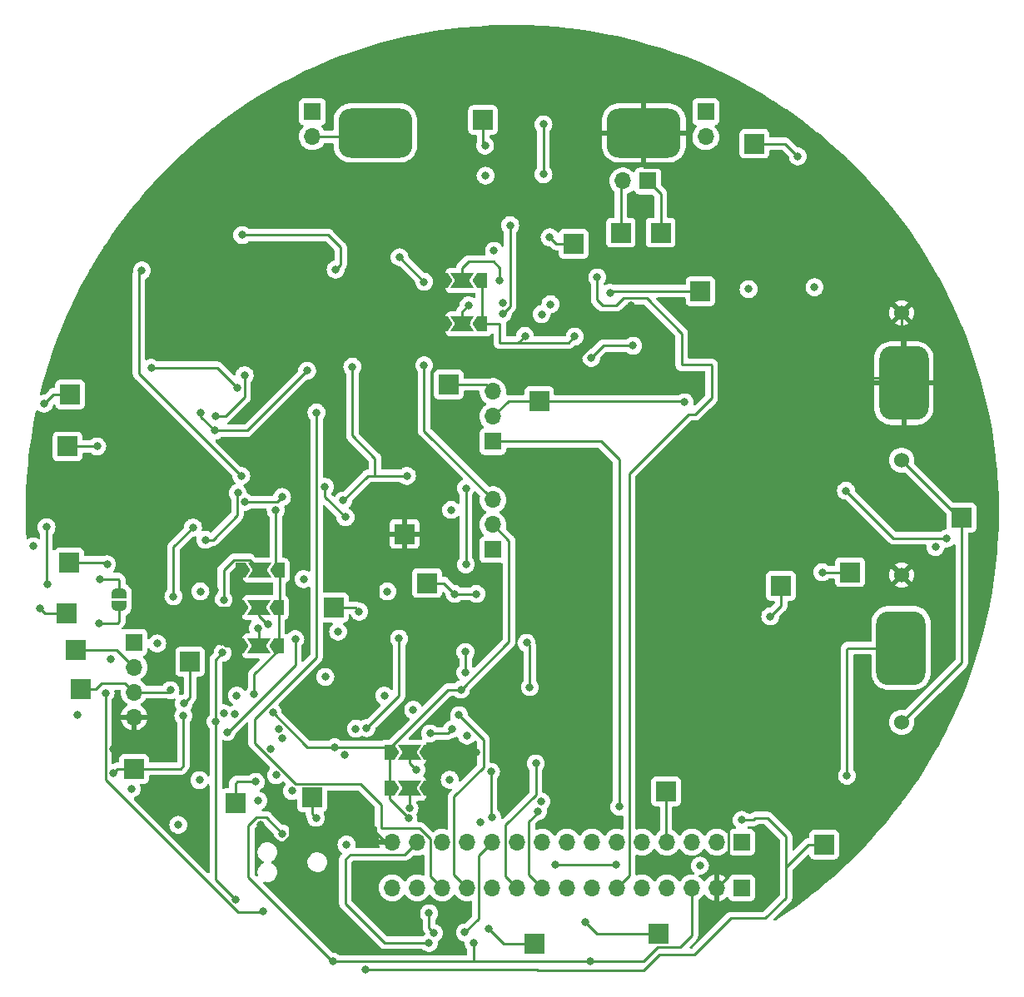
<source format=gbr>
%TF.GenerationSoftware,KiCad,Pcbnew,(6.0.7-1)-1*%
%TF.CreationDate,2022-10-09T23:16:26+02:00*%
%TF.ProjectId,Power_Management_Module,506f7765-725f-44d6-916e-6167656d656e,rev?*%
%TF.SameCoordinates,Original*%
%TF.FileFunction,Copper,L4,Bot*%
%TF.FilePolarity,Positive*%
%FSLAX46Y46*%
G04 Gerber Fmt 4.6, Leading zero omitted, Abs format (unit mm)*
G04 Created by KiCad (PCBNEW (6.0.7-1)-1) date 2022-10-09 23:16:26*
%MOMM*%
%LPD*%
G01*
G04 APERTURE LIST*
G04 Aperture macros list*
%AMRoundRect*
0 Rectangle with rounded corners*
0 $1 Rounding radius*
0 $2 $3 $4 $5 $6 $7 $8 $9 X,Y pos of 4 corners*
0 Add a 4 corners polygon primitive as box body*
4,1,4,$2,$3,$4,$5,$6,$7,$8,$9,$2,$3,0*
0 Add four circle primitives for the rounded corners*
1,1,$1+$1,$2,$3*
1,1,$1+$1,$4,$5*
1,1,$1+$1,$6,$7*
1,1,$1+$1,$8,$9*
0 Add four rect primitives between the rounded corners*
20,1,$1+$1,$2,$3,$4,$5,0*
20,1,$1+$1,$4,$5,$6,$7,0*
20,1,$1+$1,$6,$7,$8,$9,0*
20,1,$1+$1,$8,$9,$2,$3,0*%
%AMFreePoly0*
4,1,22,0.500000,-0.750000,0.000000,-0.750000,0.000000,-0.745033,-0.079941,-0.743568,-0.215256,-0.701293,-0.333266,-0.622738,-0.424486,-0.514219,-0.481581,-0.384460,-0.499164,-0.250000,-0.500000,-0.250000,-0.500000,0.250000,-0.499164,0.250000,-0.499963,0.256109,-0.478152,0.396186,-0.417904,0.524511,-0.324060,0.630769,-0.204165,0.706417,-0.067858,0.745374,0.000000,0.744959,0.000000,0.750000,
0.500000,0.750000,0.500000,-0.750000,0.500000,-0.750000,$1*%
%AMFreePoly1*
4,1,20,0.000000,0.744959,0.073905,0.744508,0.209726,0.703889,0.328688,0.626782,0.421226,0.519385,0.479903,0.390333,0.500000,0.250000,0.500000,-0.250000,0.499851,-0.262216,0.476331,-0.402017,0.414519,-0.529596,0.319384,-0.634700,0.198574,-0.708877,0.061801,-0.746166,0.000000,-0.745033,0.000000,-0.750000,-0.500000,-0.750000,-0.500000,0.750000,0.000000,0.750000,0.000000,0.744959,
0.000000,0.744959,$1*%
%AMFreePoly2*
4,1,6,1.000000,0.000000,0.500000,-0.750000,-0.500000,-0.750000,-0.500000,0.750000,0.500000,0.750000,1.000000,0.000000,1.000000,0.000000,$1*%
%AMFreePoly3*
4,1,7,0.700000,0.000000,1.200000,-0.750000,-1.200000,-0.750000,-0.700000,0.000000,-1.200000,0.750000,1.200000,0.750000,0.700000,0.000000,0.700000,0.000000,$1*%
G04 Aperture macros list end*
%TA.AperFunction,SMDPad,CuDef*%
%ADD10FreePoly0,270.000000*%
%TD*%
%TA.AperFunction,SMDPad,CuDef*%
%ADD11FreePoly1,270.000000*%
%TD*%
%TA.AperFunction,ComponentPad*%
%ADD12R,1.700000X1.700000*%
%TD*%
%TA.AperFunction,ComponentPad*%
%ADD13O,1.700000X1.700000*%
%TD*%
%TA.AperFunction,SMDPad,CuDef*%
%ADD14RoundRect,1.250000X-2.500000X-1.250000X2.500000X-1.250000X2.500000X1.250000X-2.500000X1.250000X0*%
%TD*%
%TA.AperFunction,SMDPad,CuDef*%
%ADD15RoundRect,1.250000X-1.250000X2.500000X-1.250000X-2.500000X1.250000X-2.500000X1.250000X2.500000X0*%
%TD*%
%TA.AperFunction,ComponentPad*%
%ADD16C,1.524000*%
%TD*%
%TA.AperFunction,SMDPad,CuDef*%
%ADD17R,2.000000X2.000000*%
%TD*%
%TA.AperFunction,SMDPad,CuDef*%
%ADD18FreePoly2,0.000000*%
%TD*%
%TA.AperFunction,SMDPad,CuDef*%
%ADD19FreePoly3,0.000000*%
%TD*%
%TA.AperFunction,SMDPad,CuDef*%
%ADD20FreePoly2,180.000000*%
%TD*%
%TA.AperFunction,SMDPad,CuDef*%
%ADD21FreePoly3,180.000000*%
%TD*%
%TA.AperFunction,ViaPad*%
%ADD22C,0.800000*%
%TD*%
%TA.AperFunction,Conductor*%
%ADD23C,0.250000*%
%TD*%
G04 APERTURE END LIST*
D10*
%TO.P,JP8,1,1*%
%TO.N,Net-(JP8-Pad1)*%
X108550000Y-100500000D03*
D11*
%TO.P,JP8,2,2*%
%TO.N,+3V3*%
X108550000Y-101800000D03*
%TD*%
D12*
%TO.P,J8,1,Pin_1*%
%TO.N,/RESET_SS_FET*%
X171857500Y-125817500D03*
D13*
%TO.P,J8,2,Pin_2*%
%TO.N,+5V*%
X169317500Y-125817500D03*
%TO.P,J8,3,Pin_3*%
%TO.N,/VOut*%
X166777500Y-125817500D03*
%TO.P,J8,4,Pin_4*%
%TO.N,/MCC*%
X164237500Y-125817500D03*
%TO.P,J8,5,Pin_5*%
%TO.N,/CBooster*%
X161697500Y-125817500D03*
%TO.P,J8,6,Pin_6*%
%TO.N,/LED1*%
X159157500Y-125817500D03*
%TO.P,J8,7,Pin_7*%
%TO.N,/LED2*%
X156617500Y-125817500D03*
%TO.P,J8,8,Pin_8*%
%TO.N,/PB1*%
X154077500Y-125817500D03*
%TO.P,J8,9,Pin_9*%
%TO.N,/PB2*%
X151537500Y-125817500D03*
%TO.P,J8,10,Pin_10*%
%TO.N,/I2C_Conn*%
X148997500Y-125817500D03*
%TO.P,J8,11,Pin_11*%
%TO.N,/Temp*%
X146457500Y-125817500D03*
%TO.P,J8,12,Pin_12*%
%TO.N,/RX*%
X143917500Y-125817500D03*
%TO.P,J8,13,Pin_13*%
%TO.N,/TX*%
X141377500Y-125817500D03*
%TO.P,J8,14,Pin_14*%
%TO.N,/VOut_Fault*%
X138837500Y-125817500D03*
%TO.P,J8,15,Pin_15*%
%TO.N,GND*%
X136297500Y-125817500D03*
%TD*%
D12*
%TO.P,J10,1,Pin_1*%
%TO.N,/3V3_Sw_Reg*%
X146550000Y-96050000D03*
D13*
%TO.P,J10,2,Pin_2*%
%TO.N,+3V3*%
X146550000Y-93510000D03*
%TO.P,J10,3,Pin_3*%
%TO.N,/3V3_Lin_Reg*%
X146550000Y-90970000D03*
%TD*%
D12*
%TO.P,J37,1,Pin_1*%
%TO.N,/RX*%
X162300000Y-58550000D03*
D13*
%TO.P,J37,2,Pin_2*%
%TO.N,/TX*%
X159760000Y-58550000D03*
%TD*%
D12*
%TO.P,J12,1,Pin_1*%
%TO.N,Net-(J12-Pad1)*%
X128190000Y-51505000D03*
D13*
%TO.P,J12,2,Pin_2*%
%TO.N,+BATT*%
X128190000Y-54045000D03*
%TD*%
D14*
%TO.P,J1,1,Pin_1*%
%TO.N,+BATT*%
X134590000Y-53655000D03*
%TD*%
%TO.P,J5,1,Pin_1*%
%TO.N,GND*%
X161895000Y-53655000D03*
%TD*%
D15*
%TO.P,J2,1,Pin_1*%
%TO.N,GND*%
X188350000Y-79100000D03*
%TD*%
D16*
%TO.P,C15,1*%
%TO.N,+5V*%
X188115000Y-113620000D03*
%TO.P,C15,2*%
%TO.N,GND*%
X188115000Y-98620000D03*
%TD*%
D12*
%TO.P,J11,1,Pin_1*%
%TO.N,/5V_Sw_Reg*%
X146550000Y-85050000D03*
D13*
%TO.P,J11,2,Pin_2*%
%TO.N,+5VD*%
X146550000Y-82510000D03*
%TO.P,J11,3,Pin_3*%
%TO.N,/5V_Lin_Reg*%
X146550000Y-79970000D03*
%TD*%
D12*
%TO.P,J9,1,Pin_1*%
%TO.N,Net-(J9-Pad1)*%
X168195000Y-51510000D03*
D13*
%TO.P,J9,2,Pin_2*%
%TO.N,Net-(J9-Pad2)*%
X168195000Y-54050000D03*
%TD*%
D16*
%TO.P,C14,1*%
%TO.N,+5V*%
X188115000Y-86950000D03*
%TO.P,C14,2*%
%TO.N,GND*%
X188115000Y-71950000D03*
%TD*%
D12*
%TO.P,J6,1,Pin_1*%
%TO.N,/3V3_IN*%
X110050000Y-105470000D03*
D13*
%TO.P,J6,2,Pin_2*%
%TO.N,/SCL*%
X110050000Y-108010000D03*
%TO.P,J6,3,Pin_3*%
%TO.N,/SDA*%
X110050000Y-110550000D03*
%TO.P,J6,4,Pin_4*%
%TO.N,GND*%
X110050000Y-113090000D03*
%TD*%
D15*
%TO.P,J4,1,Pin_1*%
%TO.N,/VOut*%
X188050000Y-106050000D03*
%TD*%
D12*
%TO.P,J7,1,Pin_1*%
%TO.N,+BATT*%
X171857500Y-130467500D03*
D13*
%TO.P,J7,2,Pin_2*%
%TO.N,GND*%
X169317500Y-130467500D03*
%TO.P,J7,3,Pin_3*%
%TO.N,+3V3*%
X166777500Y-130467500D03*
%TO.P,J7,4,Pin_4*%
%TO.N,/SDA*%
X164237500Y-130467500D03*
%TO.P,J7,5,Pin_5*%
%TO.N,/SCL*%
X161697500Y-130467500D03*
%TO.P,J7,6,Pin_6*%
%TO.N,/Batt_Pre-sens*%
X159157500Y-130467500D03*
%TO.P,J7,7,Pin_7*%
%TO.N,/5V_Sw_Reg*%
X156617500Y-130467500D03*
%TO.P,J7,8,Pin_8*%
%TO.N,/5V_Lin_Reg*%
X154077500Y-130467500D03*
%TO.P,J7,9,Pin_9*%
%TO.N,/3V3_Sw_Reg*%
X151537500Y-130467500D03*
%TO.P,J7,10,Pin_10*%
%TO.N,/3V3_Lin_Reg*%
X148997500Y-130467500D03*
%TO.P,J7,11,Pin_11*%
%TO.N,/3V3_IN*%
X146457500Y-130467500D03*
%TO.P,J7,12,Pin_12*%
%TO.N,/CTRL_3V3*%
X143917500Y-130467500D03*
%TO.P,J7,13,Pin_13*%
%TO.N,+5VA*%
X141377500Y-130467500D03*
%TO.P,J7,14,Pin_14*%
%TO.N,+5VD*%
X138837500Y-130467500D03*
%TO.P,J7,15,Pin_15*%
%TO.N,/SS_FET*%
X136297500Y-130467500D03*
%TD*%
D17*
%TO.P,TP6,1,1*%
%TO.N,/Batt_Pre-sens*%
X154750000Y-64950000D03*
%TD*%
%TO.P,TP15,1,1*%
%TO.N,/SS_FET*%
X139850000Y-99450000D03*
%TD*%
%TO.P,TP25,1,1*%
%TO.N,/I2C_Conn*%
X130350000Y-101950000D03*
%TD*%
%TO.P,TP22,1,1*%
%TO.N,/LED2*%
X150750000Y-136150000D03*
%TD*%
D18*
%TO.P,JP10,1,A*%
%TO.N,GND*%
X120750000Y-101950000D03*
D19*
%TO.P,JP10,2,C*%
%TO.N,/U6A1*%
X122750000Y-101950000D03*
D20*
%TO.P,JP10,3,B*%
%TO.N,+3V3*%
X124750000Y-101950000D03*
%TD*%
%TO.P,JP6,1,A*%
%TO.N,GND*%
X140050000Y-120350000D03*
D21*
%TO.P,JP6,2,C*%
%TO.N,/U4A1*%
X138050000Y-120350000D03*
D18*
%TO.P,JP6,3,B*%
%TO.N,+3V3*%
X136050000Y-120350000D03*
%TD*%
D17*
%TO.P,TP18,1,1*%
%TO.N,/VOut*%
X128150000Y-121250000D03*
%TD*%
%TO.P,TP23,1,1*%
%TO.N,/PB1*%
X182850000Y-98350000D03*
%TD*%
%TO.P,TP3,1,1*%
%TO.N,+3V3*%
X103550000Y-80250000D03*
%TD*%
%TO.P,TP14,1,1*%
%TO.N,+5VD*%
X151250000Y-80950000D03*
%TD*%
%TO.P,TP21,1,1*%
%TO.N,/LED1*%
X163350000Y-135150000D03*
%TD*%
%TO.P,TP29,1,1*%
%TO.N,/VOut_Fault*%
X115750000Y-107450000D03*
%TD*%
D18*
%TO.P,JP3,1,A*%
%TO.N,GND*%
X141430000Y-68655000D03*
D19*
%TO.P,JP3,2,C*%
%TO.N,/U1A1*%
X143430000Y-68655000D03*
D20*
%TO.P,JP3,3,B*%
%TO.N,+3V3*%
X145430000Y-68655000D03*
%TD*%
D17*
%TO.P,TP27,1,1*%
%TO.N,/RX*%
X163600000Y-63800000D03*
%TD*%
D18*
%TO.P,JP9,1,A*%
%TO.N,GND*%
X120750000Y-105850000D03*
D19*
%TO.P,JP9,2,C*%
%TO.N,/U6A0*%
X122750000Y-105850000D03*
D20*
%TO.P,JP9,3,B*%
%TO.N,+3V3*%
X124750000Y-105850000D03*
%TD*%
%TO.P,JP5,1,A*%
%TO.N,GND*%
X140050000Y-116650000D03*
D21*
%TO.P,JP5,2,C*%
%TO.N,/U4A0*%
X138050000Y-116650000D03*
D18*
%TO.P,JP5,3,B*%
%TO.N,+3V3*%
X136050000Y-116650000D03*
%TD*%
D17*
%TO.P,TP7,1,1*%
%TO.N,/5V_Sw_Reg*%
X103300000Y-85550000D03*
%TD*%
D18*
%TO.P,JP2,1,A*%
%TO.N,GND*%
X141430000Y-73100000D03*
D19*
%TO.P,JP2,2,C*%
%TO.N,/U1A0*%
X143430000Y-73100000D03*
D20*
%TO.P,JP2,3,B*%
%TO.N,+3V3*%
X145430000Y-73100000D03*
%TD*%
D17*
%TO.P,TP8,1,1*%
%TO.N,/5V_Lin_Reg*%
X142050000Y-79250000D03*
%TD*%
%TO.P,TP26,1,1*%
%TO.N,/Temp*%
X110050000Y-118350000D03*
%TD*%
%TO.P,TP9,1,1*%
%TO.N,/3V3_Sw_Reg*%
X103450000Y-97350000D03*
%TD*%
%TO.P,TP13,1,1*%
%TO.N,+5VA*%
X167650000Y-69750000D03*
%TD*%
%TO.P,TP17,1,1*%
%TO.N,+5V*%
X194230000Y-92785000D03*
%TD*%
%TO.P,TP5,1,1*%
%TO.N,/SCL*%
X104150000Y-106250000D03*
%TD*%
%TO.P,TP12,1,1*%
%TO.N,/CTRL_3V3*%
X145550000Y-52350000D03*
%TD*%
%TO.P,TP4,1,1*%
%TO.N,/SDA*%
X104650000Y-110250000D03*
%TD*%
%TO.P,TP19,1,1*%
%TO.N,/MCC*%
X164150000Y-120650000D03*
%TD*%
D18*
%TO.P,JP11,1,A*%
%TO.N,GND*%
X120850000Y-98150000D03*
D19*
%TO.P,JP11,2,C*%
%TO.N,/U6A2*%
X122850000Y-98150000D03*
D20*
%TO.P,JP11,3,B*%
%TO.N,+3V3*%
X124850000Y-98150000D03*
%TD*%
D17*
%TO.P,TP11,1,1*%
%TO.N,/3V3_IN*%
X103150000Y-102550000D03*
%TD*%
%TO.P,TP1,1,1*%
%TO.N,+BATT*%
X173150000Y-54750000D03*
%TD*%
%TO.P,TP2,1,1*%
%TO.N,GND*%
X137550000Y-94450000D03*
%TD*%
%TO.P,TP28,1,1*%
%TO.N,/TX*%
X159550000Y-63800000D03*
%TD*%
%TO.P,TP16,1,1*%
%TO.N,/RESET_SS_FET*%
X180250000Y-126050000D03*
%TD*%
%TO.P,TP20,1,1*%
%TO.N,/CBooster*%
X120350000Y-121850000D03*
%TD*%
%TO.P,TP24,1,1*%
%TO.N,/PB2*%
X175850000Y-99750000D03*
%TD*%
D22*
%TO.N,+3V3*%
X145300000Y-123800000D03*
X143300000Y-110300000D03*
X104300000Y-112900000D03*
X130250000Y-137950000D03*
X125150000Y-124950000D03*
X146650000Y-65650000D03*
X149800000Y-74300000D03*
X130455000Y-116145000D03*
X100900000Y-81200000D03*
X154860000Y-74370000D03*
X123950000Y-116350000D03*
X156450000Y-137950000D03*
X151450000Y-121650000D03*
X124450000Y-92050000D03*
X137950000Y-123350000D03*
X144550000Y-136050000D03*
X106450000Y-103550000D03*
X122263021Y-110736979D03*
X124163021Y-112636979D03*
%TO.N,GND*%
X134050000Y-136050000D03*
X145650000Y-62750000D03*
X147050000Y-58300000D03*
X144850000Y-116650000D03*
X136050000Y-103450000D03*
X160575000Y-71195000D03*
X106550000Y-81050000D03*
X118300000Y-100200000D03*
X134850000Y-99250000D03*
X122950000Y-124015000D03*
X131600000Y-62300000D03*
X118950000Y-105450000D03*
X169950000Y-57150000D03*
X139620000Y-73100000D03*
X131365000Y-70560000D03*
X126500000Y-63000000D03*
X109050000Y-81050000D03*
X107950000Y-116350000D03*
%TO.N,+5VA*%
X128600000Y-82100000D03*
X120550000Y-79550000D03*
X158457500Y-69925000D03*
X111800000Y-77550000D03*
%TO.N,/3V3_Lin_Reg*%
X150900000Y-117800000D03*
X139550000Y-68800000D03*
X139550000Y-77300000D03*
X137050000Y-66300000D03*
%TO.N,/5V_Lin_Reg*%
X99800000Y-95700000D03*
X130550000Y-67550000D03*
X147550000Y-72050000D03*
X148300000Y-63050000D03*
X121050000Y-64050000D03*
%TO.N,/CTRL_3V3*%
X121300000Y-91200000D03*
X126450000Y-105150000D03*
X145750000Y-54950000D03*
X143100000Y-112900000D03*
X125100000Y-90700000D03*
X119500000Y-114600000D03*
X145800000Y-58000000D03*
X135500000Y-110900000D03*
%TO.N,+5VD*%
X143750000Y-106450000D03*
X143800000Y-89800000D03*
X143800000Y-97550000D03*
X192700000Y-94900000D03*
X182450000Y-90050000D03*
X167600000Y-128200000D03*
X166050000Y-81050000D03*
X143750000Y-108550000D03*
%TO.N,/SS_FET*%
X131650000Y-126050000D03*
X137000000Y-105100000D03*
X142650000Y-100550000D03*
X144850000Y-100550000D03*
X133700000Y-114200000D03*
%TO.N,+5V*%
X149968750Y-105531250D03*
X160800000Y-75300000D03*
X150300000Y-110050000D03*
X156550000Y-76550000D03*
X132600000Y-114274695D03*
X126100000Y-120600000D03*
%TO.N,/5V_Sw_Reg*%
X132250000Y-77450000D03*
X159400000Y-122200000D03*
X137800000Y-88550000D03*
X131300000Y-91050000D03*
X106300000Y-85550000D03*
%TO.N,/3V3_Sw_Reg*%
X107300000Y-97550000D03*
X151150000Y-122650000D03*
X135800000Y-100300000D03*
X116800000Y-100300000D03*
%TO.N,Net-(C45-Pad1)*%
X127650000Y-77850000D03*
X118250000Y-83950000D03*
X116850000Y-82150000D03*
%TO.N,+BATT*%
X177550000Y-56050000D03*
%TO.N,/VOut*%
X152900000Y-128100000D03*
X128550000Y-123350000D03*
X159100000Y-128100000D03*
X182550000Y-119050000D03*
%TO.N,/3V3_IN*%
X100450000Y-102050000D03*
X123150000Y-132850000D03*
X107150000Y-110650000D03*
%TO.N,/SCL*%
X142400000Y-114300000D03*
X142300000Y-92000000D03*
X140150000Y-114750000D03*
X151500000Y-72100000D03*
%TO.N,/SDA*%
X147550000Y-70950000D03*
X127300000Y-99050000D03*
X113750000Y-110350000D03*
X152400000Y-71100000D03*
X130800000Y-104400000D03*
X131500000Y-116900000D03*
%TO.N,/Batt_Pre-sens*%
X157150000Y-68350000D03*
X152320000Y-64280000D03*
%TO.N,/RESET_SS_FET*%
X120400000Y-131700000D03*
X119050000Y-106550000D03*
X171850000Y-123550000D03*
X118350000Y-113550000D03*
X133550000Y-138750000D03*
%TO.N,/CBooster*%
X122425000Y-119675000D03*
X191550000Y-95800000D03*
%TO.N,/LED1*%
X155950000Y-133950000D03*
X122700000Y-121600000D03*
%TO.N,/LED2*%
X146150000Y-134650000D03*
X124500000Y-119000000D03*
%TO.N,/PB1*%
X179250000Y-69350000D03*
X125150000Y-115250000D03*
X180050000Y-98350000D03*
%TO.N,/PB2*%
X172550000Y-69550000D03*
X124800000Y-114300000D03*
X174750000Y-102850000D03*
%TO.N,/I2C_Conn*%
X142150000Y-119450000D03*
X119200000Y-112700000D03*
X132950000Y-102350000D03*
%TO.N,/Temp*%
X109800000Y-120400000D03*
X107950000Y-118750000D03*
X115050000Y-112950000D03*
X143700000Y-135000000D03*
%TO.N,/RX*%
X120500000Y-110900000D03*
X138437348Y-112337348D03*
X143917500Y-114982500D03*
%TO.N,/TX*%
X120300000Y-112800000D03*
%TO.N,/VOut_Fault*%
X115100000Y-111700000D03*
X140050000Y-136050000D03*
%TO.N,Net-(J12-Pad1)*%
X151685000Y-52780000D03*
X151685000Y-57860000D03*
%TO.N,/U1A0*%
X144065000Y-71195000D03*
%TO.N,/U1A1*%
X147240000Y-68655000D03*
%TO.N,/U4A0*%
X138750000Y-118450000D03*
%TO.N,/U4A1*%
X138050000Y-122350000D03*
%TO.N,Net-(JP8-Pad1)*%
X106550000Y-99050000D03*
%TO.N,/U6A0*%
X122650000Y-104050000D03*
%TO.N,/U6A1*%
X123650000Y-103650000D03*
%TO.N,/U6A2*%
X119150000Y-101150000D03*
%TO.N,Net-(JP12-Pad2)*%
X112400000Y-105600000D03*
X114550000Y-124050000D03*
X107650000Y-107150000D03*
%TO.N,/SCL_In*%
X146450000Y-123250000D03*
X146350000Y-118650000D03*
%TO.N,Net-(L1-Pad1)*%
X120600000Y-90300000D03*
X117300000Y-95050000D03*
%TO.N,Net-(L2-Pad1)*%
X121300000Y-78300000D03*
X118350305Y-82499695D03*
%TO.N,Net-(Q7-Pad1)*%
X140550000Y-135050000D03*
X140050000Y-133050000D03*
%TO.N,Net-(Q11-Pad3)*%
X101150000Y-93750000D03*
X101250000Y-99550000D03*
%TO.N,Net-(Q15-Pad3)*%
X129450000Y-89650000D03*
X131550000Y-92750000D03*
%TO.N,Net-(R37-Pad2)*%
X120950000Y-88550000D03*
X110850000Y-67650000D03*
%TO.N,Net-(R38-Pad2)*%
X116050000Y-93800000D03*
X114050000Y-100800000D03*
%TO.N,/MCU_SS_FET*%
X129500000Y-109000000D03*
X116700000Y-119500000D03*
%TD*%
D23*
%TO.N,/5V_Sw_Reg*%
X133800000Y-88550000D02*
X134550000Y-88550000D01*
X134550000Y-88550000D02*
X137800000Y-88550000D01*
X134550000Y-88550000D02*
X134550000Y-86750000D01*
X134550000Y-86750000D02*
X132250000Y-84450000D01*
X132250000Y-84450000D02*
X132250000Y-77450000D01*
%TO.N,/Batt_Pre-sens*%
X160425000Y-88275000D02*
X166400000Y-82300000D01*
X167100000Y-82300000D02*
X168800000Y-80600000D01*
X166400000Y-82300000D02*
X167100000Y-82300000D01*
X168800000Y-80600000D02*
X168800000Y-77300000D01*
X168800000Y-77300000D02*
X168750305Y-77250305D01*
X168750305Y-77250305D02*
X165749695Y-77250305D01*
%TO.N,/RESET_SS_FET*%
X167050000Y-137250000D02*
X163450000Y-137250000D01*
X163450000Y-137250000D02*
X161850000Y-138850000D01*
%TO.N,Net-(JP8-Pad1)*%
X108550000Y-100500000D02*
X108550000Y-99150000D01*
X108550000Y-99150000D02*
X108450000Y-99050000D01*
X108450000Y-99050000D02*
X106550000Y-99050000D01*
%TO.N,+3V3*%
X106450000Y-103550000D02*
X108350000Y-103550000D01*
X108350000Y-103550000D02*
X108550000Y-103350000D01*
X108550000Y-103350000D02*
X108550000Y-101800000D01*
%TO.N,/Temp*%
X110050000Y-118350000D02*
X114750000Y-118350000D01*
X115050000Y-118050000D02*
X115050000Y-112950000D01*
X114750000Y-118350000D02*
X115050000Y-118050000D01*
%TO.N,/CBooster*%
X120350000Y-121850000D02*
X120350000Y-119850000D01*
X120350000Y-119850000D02*
X120525000Y-119675000D01*
X120525000Y-119675000D02*
X122425000Y-119675000D01*
%TO.N,+3V3*%
X121650000Y-124150000D02*
X121650000Y-129367582D01*
X123490000Y-123290000D02*
X122510000Y-123290000D01*
X125150000Y-124950000D02*
X123490000Y-123290000D01*
X122510000Y-123290000D02*
X121650000Y-124150000D01*
X121650000Y-129367582D02*
X130232418Y-137950000D01*
X130232418Y-137950000D02*
X130250000Y-137950000D01*
%TO.N,/VOut*%
X188050000Y-106050000D02*
X182650000Y-106050000D01*
X182650000Y-106050000D02*
X182550000Y-106150000D01*
X182550000Y-106150000D02*
X182550000Y-119050000D01*
%TO.N,GND*%
X169317500Y-130467500D02*
X170492500Y-129292500D01*
X170492500Y-129292500D02*
X170492500Y-87307500D01*
X170492500Y-87307500D02*
X179200000Y-78600000D01*
X187850000Y-78600000D02*
X188350000Y-79100000D01*
X179200000Y-78600000D02*
X187850000Y-78600000D01*
X161895000Y-57095000D02*
X161950000Y-57150000D01*
X161950000Y-57150000D02*
X169950000Y-57150000D01*
X161895000Y-57095000D02*
X161895000Y-53655000D01*
X141430000Y-73100000D02*
X141430000Y-70530000D01*
X131365000Y-70560000D02*
X141400000Y-70560000D01*
X141430000Y-70530000D02*
X141430000Y-68655000D01*
X141400000Y-70560000D02*
X141430000Y-70530000D01*
%TO.N,+3V3*%
X145430000Y-73100000D02*
X147200000Y-73100000D01*
X147200000Y-73100000D02*
X147240000Y-73140000D01*
X147240000Y-73140000D02*
X147240000Y-75005000D01*
X124750000Y-101950000D02*
X124750000Y-105850000D01*
X136050000Y-120350000D02*
X136050000Y-121450000D01*
X144550000Y-136050000D02*
X144550000Y-137850000D01*
X101850000Y-80250000D02*
X100900000Y-81200000D01*
X144550000Y-137850000D02*
X144650000Y-137950000D01*
X148186443Y-105413557D02*
X143300000Y-110300000D01*
X146550000Y-93510000D02*
X148186443Y-95146443D01*
X141990380Y-110300000D02*
X143300000Y-110300000D01*
X163300000Y-136500000D02*
X165600000Y-136500000D01*
X136050000Y-116240380D02*
X141990380Y-110300000D01*
X136050000Y-120350000D02*
X136050000Y-116650000D01*
X124750000Y-105850000D02*
X124750000Y-106259620D01*
X144650000Y-137950000D02*
X156450000Y-137950000D01*
X122263021Y-108746599D02*
X122263021Y-110736979D01*
X145430000Y-73100000D02*
X145430000Y-68655000D01*
X154225000Y-75005000D02*
X154860000Y-74370000D01*
X127671042Y-116145000D02*
X130455000Y-116145000D01*
X149095000Y-75005000D02*
X154225000Y-75005000D01*
X166777500Y-135322500D02*
X166777500Y-130467500D01*
X149800000Y-74300000D02*
X149095000Y-75005000D01*
X161850000Y-137950000D02*
X163300000Y-136500000D01*
X124850000Y-98150000D02*
X124850000Y-101850000D01*
X124750000Y-106259620D02*
X122263021Y-108746599D01*
X124850000Y-101850000D02*
X124750000Y-101950000D01*
X165600000Y-136500000D02*
X166777500Y-135322500D01*
X124450000Y-97750000D02*
X124450000Y-92050000D01*
X148186443Y-95146443D02*
X148186443Y-105413557D01*
X103550000Y-80250000D02*
X101850000Y-80250000D01*
X136050000Y-121450000D02*
X137950000Y-123350000D01*
X147240000Y-75005000D02*
X149095000Y-75005000D01*
X135545000Y-116145000D02*
X136050000Y-116650000D01*
X124163021Y-112636979D02*
X127671042Y-116145000D01*
X130250000Y-137950000D02*
X144650000Y-137950000D01*
X136050000Y-116650000D02*
X136050000Y-116240380D01*
X156450000Y-137950000D02*
X161850000Y-137950000D01*
X124850000Y-98150000D02*
X124450000Y-97750000D01*
X130455000Y-116145000D02*
X135545000Y-116145000D01*
%TO.N,GND*%
X126500000Y-63000000D02*
X130900000Y-63000000D01*
X140050000Y-120350000D02*
X140050000Y-116650000D01*
X160575000Y-71195000D02*
X155495000Y-76275000D01*
X137550000Y-96550000D02*
X134850000Y-99250000D01*
X118100000Y-100400000D02*
X118300000Y-100200000D01*
X188115000Y-78865000D02*
X188115000Y-71950000D01*
X106550000Y-81050000D02*
X109050000Y-81050000D01*
X144275000Y-61375000D02*
X143975000Y-61375000D01*
X155495000Y-76275000D02*
X142795000Y-76275000D01*
X141525000Y-73195000D02*
X141430000Y-73100000D01*
X135617500Y-125817500D02*
X136297500Y-125817500D01*
X136050000Y-103450000D02*
X134850000Y-102250000D01*
X132550000Y-134550000D02*
X131550000Y-134550000D01*
X147050000Y-58300000D02*
X143975000Y-61375000D01*
X143975000Y-61375000D02*
X141430000Y-63920000D01*
X134850000Y-102250000D02*
X134850000Y-99250000D01*
X141430000Y-63920000D02*
X141430000Y-68655000D01*
X120750000Y-101950000D02*
X118650000Y-101950000D01*
X125307805Y-125817500D02*
X125900000Y-125225305D01*
X120750000Y-101950000D02*
X120750000Y-98250000D01*
X120750000Y-98250000D02*
X120850000Y-98150000D01*
X120750000Y-105850000D02*
X120750000Y-101950000D01*
X131550000Y-134550000D02*
X124752500Y-127752500D01*
X134600000Y-124300000D02*
X134600000Y-124800000D01*
X118100000Y-101400000D02*
X118100000Y-100400000D01*
X134050000Y-136050000D02*
X132550000Y-134550000D01*
X119350000Y-105850000D02*
X118950000Y-105450000D01*
X141525000Y-75005000D02*
X141525000Y-73195000D01*
X130900000Y-63000000D02*
X131600000Y-62300000D01*
X124752500Y-127752500D02*
X124752500Y-125817500D01*
X140050000Y-116650000D02*
X144850000Y-116650000D01*
X124752500Y-125817500D02*
X125307805Y-125817500D01*
X125900000Y-124300000D02*
X134600000Y-124300000D01*
X134600000Y-124800000D02*
X135617500Y-125817500D01*
X145650000Y-62750000D02*
X144275000Y-61375000D01*
X142795000Y-76275000D02*
X141525000Y-75005000D01*
X125900000Y-125225305D02*
X125900000Y-124300000D01*
X137550000Y-94450000D02*
X137550000Y-96550000D01*
X120750000Y-105850000D02*
X119350000Y-105850000D01*
X118650000Y-101950000D02*
X118100000Y-101400000D01*
X139620000Y-73100000D02*
X141430000Y-73100000D01*
X122950000Y-124015000D02*
X124752500Y-125817500D01*
X188350000Y-79100000D02*
X188115000Y-78865000D01*
%TO.N,+5VA*%
X128600000Y-107000000D02*
X122300000Y-113300000D01*
X133100000Y-119900000D02*
X135191778Y-121991778D01*
X139091778Y-124391778D02*
X140202500Y-125502500D01*
X122300000Y-113300000D02*
X122300000Y-115725305D01*
X118550000Y-77550000D02*
X111800000Y-77550000D01*
X120550000Y-79550000D02*
X118550000Y-77550000D01*
X122300000Y-115725305D02*
X126499695Y-119925000D01*
X126499695Y-119925000D02*
X133075000Y-119925000D01*
X140202500Y-129292500D02*
X141377500Y-130467500D01*
X167650000Y-69750000D02*
X158632500Y-69750000D01*
X158632500Y-69750000D02*
X158457500Y-69925000D01*
X128600000Y-82100000D02*
X128600000Y-107000000D01*
X135191778Y-121991778D02*
X135191778Y-124391778D01*
X133075000Y-119925000D02*
X133100000Y-119900000D01*
X140202500Y-125502500D02*
X140202500Y-129292500D01*
X135191778Y-124391778D02*
X139091778Y-124391778D01*
%TO.N,/3V3_Lin_Reg*%
X147822500Y-129292500D02*
X148997500Y-130467500D01*
X139550000Y-83970000D02*
X139550000Y-77300000D01*
X150900000Y-121000000D02*
X147822500Y-124077500D01*
X147822500Y-124077500D02*
X147822500Y-129292500D01*
X146550000Y-90970000D02*
X139550000Y-83970000D01*
X150900000Y-117800000D02*
X150900000Y-121000000D01*
X139550000Y-68800000D02*
X137050000Y-66300000D01*
%TO.N,/5V_Lin_Reg*%
X131050000Y-67050000D02*
X130550000Y-67550000D01*
X142050000Y-79250000D02*
X145830000Y-79250000D01*
X148300000Y-71300000D02*
X148300000Y-63050000D01*
X131050000Y-65300000D02*
X131050000Y-67050000D01*
X145830000Y-79250000D02*
X146550000Y-79970000D01*
X147550000Y-72050000D02*
X148300000Y-71300000D01*
X121050000Y-64050000D02*
X129800000Y-64050000D01*
X129800000Y-64050000D02*
X131050000Y-65300000D01*
%TO.N,/CTRL_3V3*%
X119600000Y-114600000D02*
X119500000Y-114600000D01*
X126450000Y-105150000D02*
X126450000Y-107750000D01*
X142600000Y-129150000D02*
X142600000Y-121200000D01*
X121300000Y-91200000D02*
X124600000Y-91200000D01*
X124600000Y-91200000D02*
X125100000Y-90700000D01*
X120000000Y-114200000D02*
X119600000Y-114600000D01*
X142600000Y-121200000D02*
X145575000Y-118225000D01*
X145550000Y-52350000D02*
X145550000Y-54750000D01*
X143917500Y-130467500D02*
X142600000Y-129150000D01*
X126450000Y-107750000D02*
X120000000Y-114200000D01*
X145575000Y-115375000D02*
X143100000Y-112900000D01*
X145575000Y-118225000D02*
X145575000Y-115375000D01*
X145550000Y-54750000D02*
X145750000Y-54950000D01*
%TO.N,+5VD*%
X151250000Y-80950000D02*
X148110000Y-80950000D01*
X192700000Y-94900000D02*
X187300000Y-94900000D01*
X187300000Y-94900000D02*
X182450000Y-90050000D01*
X151250000Y-80950000D02*
X165950000Y-80950000D01*
X148110000Y-80950000D02*
X146550000Y-82510000D01*
X143750000Y-108550000D02*
X143750000Y-106450000D01*
X143800000Y-97550000D02*
X143800000Y-89800000D01*
X165950000Y-80950000D02*
X166050000Y-81050000D01*
%TO.N,/SS_FET*%
X144850000Y-100550000D02*
X142650000Y-100550000D01*
X137000000Y-105100000D02*
X137000000Y-110900000D01*
X137000000Y-110900000D02*
X133700000Y-114200000D01*
X139850000Y-99450000D02*
X141550000Y-99450000D01*
X141550000Y-99450000D02*
X142650000Y-100550000D01*
%TO.N,+5V*%
X188115000Y-86950000D02*
X193950000Y-92785000D01*
X193950000Y-92785000D02*
X194230000Y-92785000D01*
X156550000Y-76550000D02*
X157800000Y-75300000D01*
X157800000Y-75300000D02*
X160800000Y-75300000D01*
X194230000Y-107505000D02*
X194230000Y-92785000D01*
X188115000Y-113620000D02*
X194230000Y-107505000D01*
X150300000Y-110050000D02*
X150300000Y-105862500D01*
X150300000Y-105862500D02*
X149968750Y-105531250D01*
%TO.N,/5V_Sw_Reg*%
X103300000Y-85550000D02*
X106300000Y-85550000D01*
X131300000Y-91050000D02*
X133800000Y-88550000D01*
X157550000Y-85050000D02*
X159400000Y-86900000D01*
X159400000Y-86900000D02*
X159400000Y-122200000D01*
X146550000Y-85050000D02*
X157550000Y-85050000D01*
%TO.N,/3V3_Sw_Reg*%
X150212501Y-129142501D02*
X151537500Y-130467500D01*
X103450000Y-97350000D02*
X107100000Y-97350000D01*
X150212501Y-123712501D02*
X150212501Y-123687499D01*
X150212501Y-123712501D02*
X150212501Y-129142501D01*
X107100000Y-97350000D02*
X107300000Y-97550000D01*
X150212501Y-123687499D02*
X151250000Y-122650000D01*
%TO.N,Net-(C45-Pad1)*%
X116850000Y-82150000D02*
X116850000Y-82550000D01*
X116850000Y-82550000D02*
X118250000Y-83950000D01*
X121550000Y-83950000D02*
X118250000Y-83950000D01*
X127650000Y-77850000D02*
X121550000Y-83950000D01*
%TO.N,+BATT*%
X134200000Y-54045000D02*
X128190000Y-54045000D01*
X134590000Y-53655000D02*
X134200000Y-54045000D01*
X173150000Y-54750000D02*
X176250000Y-54750000D01*
X176250000Y-54750000D02*
X177550000Y-56050000D01*
%TO.N,/VOut*%
X153200000Y-128100000D02*
X152900000Y-128100000D01*
X128150000Y-121250000D02*
X128150000Y-122950000D01*
X159100000Y-128100000D02*
X153200000Y-128100000D01*
X128150000Y-122950000D02*
X128550000Y-123350000D01*
%TO.N,/3V3_IN*%
X122550000Y-132950000D02*
X123050000Y-132950000D01*
X103150000Y-102550000D02*
X100950000Y-102550000D01*
X123050000Y-132950000D02*
X123150000Y-132850000D01*
X107150000Y-110650000D02*
X107150000Y-119475305D01*
X120624695Y-132950000D02*
X122550000Y-132950000D01*
X107150000Y-119475305D02*
X120624695Y-132950000D01*
X100950000Y-102550000D02*
X100450000Y-102050000D01*
%TO.N,/SCL*%
X140150000Y-114750000D02*
X141950000Y-114750000D01*
X104150000Y-106250000D02*
X108290000Y-106250000D01*
X108290000Y-106250000D02*
X110050000Y-108010000D01*
X141950000Y-114750000D02*
X142400000Y-114300000D01*
%TO.N,/SDA*%
X109150000Y-109650000D02*
X110050000Y-110550000D01*
X113750000Y-110350000D02*
X113550000Y-110550000D01*
X106150000Y-110250000D02*
X106750000Y-109650000D01*
X113550000Y-110550000D02*
X110050000Y-110550000D01*
X104650000Y-110250000D02*
X106150000Y-110250000D01*
X106750000Y-109650000D02*
X109150000Y-109650000D01*
%TO.N,/Batt_Pre-sens*%
X157150000Y-68350000D02*
X157150000Y-70650000D01*
X160425000Y-129200000D02*
X159157500Y-130467500D01*
X159830000Y-70470000D02*
X162170000Y-70470000D01*
X159100000Y-71200000D02*
X159830000Y-70470000D01*
X152990000Y-64950000D02*
X154750000Y-64950000D01*
X162170000Y-70470000D02*
X165749695Y-74049695D01*
X157150000Y-70650000D02*
X157700000Y-71200000D01*
X157700000Y-71200000D02*
X159100000Y-71200000D01*
X160425000Y-88275000D02*
X160425000Y-129200000D01*
X165749695Y-74049695D02*
X165749695Y-77250305D01*
X152320000Y-64280000D02*
X152990000Y-64950000D01*
%TO.N,/RESET_SS_FET*%
X176350000Y-128350000D02*
X176350000Y-131450000D01*
X171850000Y-123550000D02*
X173050000Y-123550000D01*
X118350000Y-113550000D02*
X118350000Y-121250000D01*
X176350000Y-131450000D02*
X174250000Y-133550000D01*
X174250000Y-133550000D02*
X170750000Y-133550000D01*
X118350000Y-107250000D02*
X119050000Y-106550000D01*
X174450000Y-123350000D02*
X176350000Y-125250000D01*
X173250000Y-123350000D02*
X174450000Y-123350000D01*
X161850000Y-138850000D02*
X151150000Y-138850000D01*
X151150000Y-138850000D02*
X151050000Y-138750000D01*
X118350000Y-121250000D02*
X118350000Y-129650000D01*
X118350000Y-129650000D02*
X118650000Y-129950000D01*
X170750000Y-133550000D02*
X167050000Y-137250000D01*
X176350000Y-125250000D02*
X176350000Y-128350000D01*
X180250000Y-126050000D02*
X178650000Y-126050000D01*
X120400000Y-131700000D02*
X118650000Y-129950000D01*
X151050000Y-138750000D02*
X133550000Y-138750000D01*
X178650000Y-126050000D02*
X176350000Y-128350000D01*
X118350000Y-113550000D02*
X118350000Y-107250000D01*
X173050000Y-123550000D02*
X173250000Y-123350000D01*
%TO.N,/MCC*%
X164150000Y-120650000D02*
X164150000Y-125730000D01*
X164150000Y-125730000D02*
X164237500Y-125817500D01*
%TO.N,/LED1*%
X157150000Y-135150000D02*
X155950000Y-133950000D01*
X163350000Y-135150000D02*
X157150000Y-135150000D01*
%TO.N,/LED2*%
X147650000Y-136150000D02*
X150750000Y-136150000D01*
X146150000Y-134650000D02*
X147650000Y-136150000D01*
%TO.N,/PB1*%
X182850000Y-98350000D02*
X180050000Y-98350000D01*
%TO.N,/PB2*%
X175850000Y-99750000D02*
X175850000Y-101750000D01*
X175850000Y-101750000D02*
X174750000Y-102850000D01*
%TO.N,/I2C_Conn*%
X132550000Y-101950000D02*
X132950000Y-102350000D01*
X130350000Y-101950000D02*
X132550000Y-101950000D01*
%TO.N,/Temp*%
X145092500Y-133607500D02*
X145092500Y-127182500D01*
X143700000Y-135000000D02*
X145092500Y-133607500D01*
X110050000Y-118350000D02*
X108350000Y-118350000D01*
X108350000Y-118350000D02*
X107950000Y-118750000D01*
X145092500Y-127182500D02*
X146457500Y-125817500D01*
%TO.N,/RX*%
X163600000Y-59850000D02*
X162300000Y-58550000D01*
X163600000Y-63800000D02*
X163600000Y-59850000D01*
%TO.N,/TX*%
X159550000Y-58760000D02*
X159760000Y-58550000D01*
X159550000Y-63800000D02*
X159550000Y-58760000D01*
%TO.N,/VOut_Fault*%
X115750000Y-111050000D02*
X115100000Y-111700000D01*
X135550000Y-136050000D02*
X140050000Y-136050000D01*
X137605000Y-127050000D02*
X132050000Y-127050000D01*
X132050000Y-127050000D02*
X131550000Y-127550000D01*
X115750000Y-107450000D02*
X115750000Y-111050000D01*
X131550000Y-132050000D02*
X135550000Y-136050000D01*
X138837500Y-125817500D02*
X137605000Y-127050000D01*
X131550000Y-127550000D02*
X131550000Y-132050000D01*
%TO.N,Net-(J12-Pad1)*%
X151685000Y-57860000D02*
X151685000Y-52780000D01*
%TO.N,/U1A0*%
X143430000Y-71830000D02*
X144065000Y-71195000D01*
X143430000Y-73100000D02*
X144065000Y-72465000D01*
X144065000Y-73100000D02*
X144065000Y-72465000D01*
X143430000Y-73100000D02*
X143430000Y-71830000D01*
%TO.N,/U1A1*%
X146605000Y-66750000D02*
X147240000Y-67385000D01*
X143430000Y-67385000D02*
X144065000Y-66750000D01*
X147240000Y-67385000D02*
X147240000Y-68655000D01*
X144065000Y-66750000D02*
X146605000Y-66750000D01*
X143430000Y-68655000D02*
X143430000Y-67385000D01*
%TO.N,/U4A0*%
X138050000Y-116650000D02*
X138050000Y-117750000D01*
X138050000Y-117750000D02*
X138750000Y-118450000D01*
%TO.N,/U4A1*%
X138050000Y-120350000D02*
X138050000Y-122350000D01*
%TO.N,/U6A0*%
X122750000Y-104150000D02*
X122650000Y-104050000D01*
X122750000Y-105850000D02*
X122750000Y-104150000D01*
%TO.N,/U6A1*%
X122750000Y-102750000D02*
X123550000Y-103550000D01*
X123550000Y-103550000D02*
X123650000Y-103650000D01*
X122750000Y-101950000D02*
X122750000Y-102750000D01*
%TO.N,/U6A2*%
X121775000Y-97075000D02*
X122850000Y-98150000D01*
X120215380Y-97075000D02*
X121775000Y-97075000D01*
X119150000Y-98140380D02*
X120215380Y-97075000D01*
X119150000Y-101150000D02*
X119150000Y-98140380D01*
%TO.N,/SCL_In*%
X146350000Y-118650000D02*
X146350000Y-123150000D01*
X146350000Y-123150000D02*
X146450000Y-123250000D01*
%TO.N,Net-(L1-Pad1)*%
X118050000Y-95050000D02*
X120550000Y-92550000D01*
X117300000Y-95050000D02*
X118050000Y-95050000D01*
X120550000Y-92550000D02*
X120550000Y-90350000D01*
X120550000Y-90350000D02*
X120600000Y-90300000D01*
%TO.N,Net-(L2-Pad1)*%
X119350305Y-82499695D02*
X118350305Y-82499695D01*
X121300000Y-80550000D02*
X119350305Y-82499695D01*
X121300000Y-78300000D02*
X121300000Y-80550000D01*
%TO.N,Net-(Q7-Pad1)*%
X140050000Y-133050000D02*
X140050000Y-134550000D01*
X140050000Y-134550000D02*
X140550000Y-135050000D01*
%TO.N,Net-(Q11-Pad3)*%
X101150000Y-93750000D02*
X101150000Y-99450000D01*
X101150000Y-99450000D02*
X101250000Y-99550000D01*
%TO.N,Net-(Q15-Pad3)*%
X129450000Y-89650000D02*
X129450000Y-90650000D01*
X129450000Y-90650000D02*
X131550000Y-92750000D01*
%TO.N,Net-(R37-Pad2)*%
X110550000Y-78150000D02*
X110550000Y-67950000D01*
X120950000Y-88550000D02*
X110550000Y-78150000D01*
X110550000Y-67950000D02*
X110850000Y-67650000D01*
%TO.N,Net-(R38-Pad2)*%
X114050000Y-100800000D02*
X114050000Y-95800000D01*
X114050000Y-95800000D02*
X116050000Y-93800000D01*
%TD*%
%TA.AperFunction,Conductor*%
%TO.N,GND*%
G36*
X121584532Y-113615538D02*
G01*
X121641368Y-113658085D01*
X121666179Y-113724605D01*
X121666500Y-113733594D01*
X121666500Y-115646538D01*
X121665973Y-115657721D01*
X121664298Y-115665214D01*
X121664547Y-115673140D01*
X121664547Y-115673141D01*
X121666438Y-115733291D01*
X121666500Y-115737250D01*
X121666500Y-115765161D01*
X121666997Y-115769095D01*
X121666997Y-115769096D01*
X121667005Y-115769161D01*
X121667938Y-115780998D01*
X121669327Y-115825194D01*
X121672437Y-115835898D01*
X121674978Y-115844644D01*
X121678987Y-115864005D01*
X121681526Y-115884102D01*
X121684445Y-115891473D01*
X121684445Y-115891475D01*
X121697804Y-115925217D01*
X121701649Y-115936447D01*
X121713982Y-115978898D01*
X121718015Y-115985717D01*
X121718017Y-115985722D01*
X121724293Y-115996333D01*
X121732988Y-116014081D01*
X121740448Y-116032922D01*
X121745110Y-116039338D01*
X121745110Y-116039339D01*
X121766436Y-116068692D01*
X121772952Y-116078612D01*
X121795458Y-116116667D01*
X121809779Y-116130988D01*
X121822619Y-116146021D01*
X121834528Y-116162412D01*
X121861791Y-116184966D01*
X121868605Y-116190603D01*
X121877384Y-116198593D01*
X123856875Y-118178084D01*
X123890901Y-118240396D01*
X123885836Y-118311211D01*
X123861419Y-118351484D01*
X123760960Y-118463056D01*
X123728791Y-118518774D01*
X123686011Y-118592872D01*
X123665473Y-118628444D01*
X123606458Y-118810072D01*
X123605768Y-118816633D01*
X123605768Y-118816635D01*
X123598734Y-118883564D01*
X123586496Y-119000000D01*
X123587186Y-119006565D01*
X123604412Y-119170458D01*
X123606458Y-119189928D01*
X123665473Y-119371556D01*
X123668776Y-119377278D01*
X123668777Y-119377279D01*
X123687097Y-119409010D01*
X123760960Y-119536944D01*
X123765378Y-119541851D01*
X123765379Y-119541852D01*
X123849131Y-119634868D01*
X123888747Y-119678866D01*
X123955196Y-119727144D01*
X124025054Y-119777899D01*
X124043248Y-119791118D01*
X124049276Y-119793802D01*
X124049278Y-119793803D01*
X124209799Y-119865271D01*
X124217712Y-119868794D01*
X124293795Y-119884966D01*
X124398056Y-119907128D01*
X124398061Y-119907128D01*
X124404513Y-119908500D01*
X124595487Y-119908500D01*
X124601939Y-119907128D01*
X124601944Y-119907128D01*
X124706205Y-119884966D01*
X124782288Y-119868794D01*
X124790201Y-119865271D01*
X124950722Y-119793803D01*
X124950724Y-119793802D01*
X124956752Y-119791118D01*
X124974947Y-119777899D01*
X125044804Y-119727144D01*
X125111253Y-119678866D01*
X125139155Y-119647877D01*
X125199600Y-119610639D01*
X125270584Y-119611991D01*
X125321885Y-119643094D01*
X125456875Y-119778084D01*
X125490901Y-119840396D01*
X125485836Y-119911211D01*
X125461419Y-119951484D01*
X125360960Y-120063056D01*
X125325800Y-120123955D01*
X125272166Y-120216852D01*
X125265473Y-120228444D01*
X125206458Y-120410072D01*
X125205768Y-120416633D01*
X125205768Y-120416635D01*
X125188244Y-120583365D01*
X125186496Y-120600000D01*
X125187186Y-120606565D01*
X125205129Y-120777279D01*
X125206458Y-120789928D01*
X125265473Y-120971556D01*
X125360960Y-121136944D01*
X125365378Y-121141851D01*
X125365379Y-121141852D01*
X125479678Y-121268794D01*
X125488747Y-121278866D01*
X125572995Y-121340076D01*
X125603423Y-121362183D01*
X125643248Y-121391118D01*
X125649276Y-121393802D01*
X125649278Y-121393803D01*
X125811679Y-121466108D01*
X125817712Y-121468794D01*
X125882396Y-121482543D01*
X125998056Y-121507128D01*
X125998061Y-121507128D01*
X126004513Y-121508500D01*
X126195487Y-121508500D01*
X126201939Y-121507128D01*
X126201944Y-121507128D01*
X126317604Y-121482543D01*
X126382288Y-121468794D01*
X126388315Y-121466111D01*
X126388323Y-121466108D01*
X126464252Y-121432302D01*
X126534619Y-121422868D01*
X126598916Y-121452975D01*
X126636729Y-121513064D01*
X126641500Y-121547409D01*
X126641500Y-122298134D01*
X126648255Y-122360316D01*
X126699385Y-122496705D01*
X126786739Y-122613261D01*
X126903295Y-122700615D01*
X127039684Y-122751745D01*
X127101866Y-122758500D01*
X127389246Y-122758500D01*
X127457367Y-122778502D01*
X127503860Y-122832158D01*
X127513601Y-122889931D01*
X127514298Y-122889909D01*
X127514458Y-122895015D01*
X127514459Y-122895019D01*
X127514547Y-122897832D01*
X127514547Y-122897833D01*
X127516438Y-122957986D01*
X127516500Y-122961945D01*
X127516500Y-122989856D01*
X127516997Y-122993790D01*
X127516997Y-122993791D01*
X127517005Y-122993856D01*
X127517938Y-123005693D01*
X127519327Y-123049889D01*
X127524978Y-123069339D01*
X127528987Y-123088700D01*
X127531526Y-123108797D01*
X127534445Y-123116168D01*
X127534445Y-123116170D01*
X127547804Y-123149912D01*
X127551649Y-123161142D01*
X127561771Y-123195983D01*
X127563982Y-123203593D01*
X127568015Y-123210412D01*
X127568017Y-123210417D01*
X127574293Y-123221028D01*
X127582988Y-123238776D01*
X127590448Y-123257617D01*
X127595111Y-123264035D01*
X127613123Y-123288827D01*
X127633114Y-123350355D01*
X127636496Y-123350000D01*
X127654235Y-123518774D01*
X127656458Y-123539928D01*
X127715473Y-123721556D01*
X127718776Y-123727278D01*
X127718777Y-123727279D01*
X127729705Y-123746206D01*
X127810960Y-123886944D01*
X127815378Y-123891851D01*
X127815379Y-123891852D01*
X127915909Y-124003502D01*
X127938747Y-124028866D01*
X128036850Y-124100142D01*
X128072037Y-124125707D01*
X128093248Y-124141118D01*
X128099276Y-124143802D01*
X128099278Y-124143803D01*
X128220017Y-124197559D01*
X128267712Y-124218794D01*
X128336263Y-124233365D01*
X128448056Y-124257128D01*
X128448061Y-124257128D01*
X128454513Y-124258500D01*
X128645487Y-124258500D01*
X128651939Y-124257128D01*
X128651944Y-124257128D01*
X128763737Y-124233365D01*
X128832288Y-124218794D01*
X128879983Y-124197559D01*
X129000722Y-124143803D01*
X129000724Y-124143802D01*
X129006752Y-124141118D01*
X129027964Y-124125707D01*
X129063150Y-124100142D01*
X129161253Y-124028866D01*
X129184091Y-124003502D01*
X129284621Y-123891852D01*
X129284622Y-123891851D01*
X129289040Y-123886944D01*
X129370295Y-123746206D01*
X129381223Y-123727279D01*
X129381224Y-123727278D01*
X129384527Y-123721556D01*
X129443542Y-123539928D01*
X129445766Y-123518774D01*
X129462814Y-123356565D01*
X129463504Y-123350000D01*
X129459529Y-123312178D01*
X129444232Y-123166635D01*
X129444232Y-123166633D01*
X129443542Y-123160072D01*
X129384527Y-122978444D01*
X129329182Y-122882584D01*
X129312444Y-122813589D01*
X129335664Y-122746497D01*
X129381974Y-122710906D01*
X129380425Y-122708077D01*
X129388297Y-122703767D01*
X129396705Y-122700615D01*
X129513261Y-122613261D01*
X129600615Y-122496705D01*
X129651745Y-122360316D01*
X129658500Y-122298134D01*
X129658500Y-120684500D01*
X129678502Y-120616379D01*
X129732158Y-120569886D01*
X129784500Y-120558500D01*
X132810406Y-120558500D01*
X132878527Y-120578502D01*
X132899501Y-120595405D01*
X134521373Y-122217278D01*
X134555399Y-122279590D01*
X134558278Y-122306373D01*
X134558278Y-124319985D01*
X134556046Y-124343594D01*
X134554503Y-124351684D01*
X134556001Y-124375499D01*
X134558029Y-124407729D01*
X134558278Y-124415640D01*
X134558278Y-124431634D01*
X134560284Y-124447508D01*
X134561026Y-124455368D01*
X134561455Y-124462176D01*
X134563916Y-124501296D01*
X134564553Y-124511428D01*
X134567003Y-124518969D01*
X134567099Y-124519265D01*
X134572272Y-124542409D01*
X134572310Y-124542713D01*
X134572311Y-124542718D01*
X134573304Y-124550575D01*
X134576220Y-124557940D01*
X134576221Y-124557944D01*
X134593977Y-124602789D01*
X134596649Y-124610208D01*
X134614014Y-124663653D01*
X134618264Y-124670349D01*
X134618264Y-124670350D01*
X134618428Y-124670609D01*
X134629193Y-124691736D01*
X134629307Y-124692024D01*
X134629310Y-124692029D01*
X134632226Y-124699395D01*
X134636882Y-124705803D01*
X134636885Y-124705809D01*
X134665236Y-124744830D01*
X134669679Y-124751367D01*
X134699778Y-124798796D01*
X134705556Y-124804222D01*
X134705557Y-124804223D01*
X134705785Y-124804437D01*
X134721466Y-124822224D01*
X134726306Y-124828885D01*
X134732415Y-124833939D01*
X134732416Y-124833940D01*
X134769574Y-124864681D01*
X134775508Y-124869912D01*
X134810676Y-124902936D01*
X134810679Y-124902938D01*
X134816457Y-124908364D01*
X134823681Y-124912336D01*
X134843284Y-124925659D01*
X134843524Y-124925858D01*
X134843531Y-124925862D01*
X134849634Y-124930911D01*
X134876249Y-124943435D01*
X134900454Y-124954825D01*
X134907486Y-124958407D01*
X134956718Y-124985473D01*
X134964393Y-124987443D01*
X134964399Y-124987446D01*
X134964697Y-124987522D01*
X134987006Y-124995554D01*
X134987281Y-124995684D01*
X134987289Y-124995687D01*
X134994460Y-124999061D01*
X135006352Y-125001329D01*
X135009274Y-125002829D01*
X135009785Y-125002995D01*
X135009758Y-125003077D01*
X135069517Y-125033743D01*
X135105131Y-125095161D01*
X135101887Y-125166083D01*
X135097027Y-125178147D01*
X135020838Y-125342283D01*
X135017275Y-125351970D01*
X134961889Y-125551683D01*
X134963412Y-125560107D01*
X134975792Y-125563500D01*
X136425500Y-125563500D01*
X136493621Y-125583502D01*
X136540114Y-125637158D01*
X136551500Y-125689500D01*
X136551500Y-125945500D01*
X136531498Y-126013621D01*
X136477842Y-126060114D01*
X136425500Y-126071500D01*
X134980725Y-126071500D01*
X134967194Y-126075473D01*
X134965757Y-126085466D01*
X134996065Y-126219946D01*
X134999144Y-126229775D01*
X135004554Y-126243098D01*
X135011648Y-126313740D01*
X134979425Y-126377003D01*
X134918115Y-126412801D01*
X134887810Y-126416500D01*
X132659594Y-126416500D01*
X132591473Y-126396498D01*
X132544980Y-126342842D01*
X132534876Y-126272568D01*
X132539762Y-126251562D01*
X132541502Y-126246208D01*
X132541503Y-126246203D01*
X132543542Y-126239928D01*
X132546546Y-126211352D01*
X132562814Y-126056565D01*
X132563504Y-126050000D01*
X132553720Y-125956906D01*
X132544232Y-125866635D01*
X132544232Y-125866633D01*
X132543542Y-125860072D01*
X132484527Y-125678444D01*
X132460691Y-125637158D01*
X132442422Y-125605516D01*
X132389040Y-125513056D01*
X132372881Y-125495109D01*
X132265675Y-125376045D01*
X132265674Y-125376044D01*
X132261253Y-125371134D01*
X132106752Y-125258882D01*
X132100724Y-125256198D01*
X132100722Y-125256197D01*
X131938319Y-125183891D01*
X131938318Y-125183891D01*
X131932288Y-125181206D01*
X131838887Y-125161353D01*
X131751944Y-125142872D01*
X131751939Y-125142872D01*
X131745487Y-125141500D01*
X131554513Y-125141500D01*
X131548061Y-125142872D01*
X131548056Y-125142872D01*
X131461113Y-125161353D01*
X131367712Y-125181206D01*
X131361682Y-125183891D01*
X131361681Y-125183891D01*
X131199278Y-125256197D01*
X131199276Y-125256198D01*
X131193248Y-125258882D01*
X131038747Y-125371134D01*
X131034326Y-125376044D01*
X131034325Y-125376045D01*
X130927120Y-125495109D01*
X130910960Y-125513056D01*
X130857578Y-125605516D01*
X130839310Y-125637158D01*
X130815473Y-125678444D01*
X130756458Y-125860072D01*
X130755768Y-125866633D01*
X130755768Y-125866635D01*
X130746280Y-125956906D01*
X130736496Y-126050000D01*
X130737186Y-126056565D01*
X130753455Y-126211352D01*
X130756458Y-126239928D01*
X130815473Y-126421556D01*
X130910960Y-126586944D01*
X130915378Y-126591851D01*
X130915379Y-126591852D01*
X131032648Y-126722092D01*
X131038747Y-126728866D01*
X131172204Y-126825829D01*
X131215557Y-126882049D01*
X131221632Y-126952785D01*
X131187237Y-127016858D01*
X131157747Y-127046348D01*
X131149461Y-127053888D01*
X131142982Y-127058000D01*
X131137557Y-127063777D01*
X131096357Y-127107651D01*
X131093602Y-127110493D01*
X131073865Y-127130230D01*
X131071385Y-127133427D01*
X131063682Y-127142447D01*
X131033414Y-127174679D01*
X131029595Y-127181625D01*
X131029593Y-127181628D01*
X131023652Y-127192434D01*
X131012801Y-127208953D01*
X131000386Y-127224959D01*
X130997241Y-127232228D01*
X130997238Y-127232232D01*
X130982826Y-127265537D01*
X130977609Y-127276187D01*
X130956305Y-127314940D01*
X130954334Y-127322615D01*
X130954334Y-127322616D01*
X130951267Y-127334562D01*
X130944863Y-127353266D01*
X130936819Y-127371855D01*
X130935580Y-127379678D01*
X130935577Y-127379688D01*
X130929901Y-127415524D01*
X130927495Y-127427144D01*
X130918533Y-127462051D01*
X130916500Y-127469970D01*
X130916500Y-127490224D01*
X130914949Y-127509934D01*
X130911780Y-127529943D01*
X130912526Y-127537835D01*
X130915941Y-127573961D01*
X130916500Y-127585819D01*
X130916500Y-131971233D01*
X130915973Y-131982416D01*
X130914298Y-131989909D01*
X130914547Y-131997835D01*
X130914547Y-131997836D01*
X130916438Y-132057986D01*
X130916500Y-132061945D01*
X130916500Y-132089856D01*
X130916997Y-132093790D01*
X130916997Y-132093791D01*
X130917005Y-132093856D01*
X130917938Y-132105693D01*
X130919327Y-132149889D01*
X130924371Y-132167251D01*
X130924978Y-132169339D01*
X130928987Y-132188700D01*
X130931526Y-132208797D01*
X130934445Y-132216168D01*
X130934445Y-132216170D01*
X130947804Y-132249912D01*
X130951649Y-132261142D01*
X130963982Y-132303593D01*
X130968015Y-132310412D01*
X130968017Y-132310417D01*
X130974293Y-132321028D01*
X130982988Y-132338776D01*
X130990448Y-132357617D01*
X130995110Y-132364033D01*
X130995110Y-132364034D01*
X131016436Y-132393387D01*
X131022952Y-132403307D01*
X131045458Y-132441362D01*
X131059779Y-132455683D01*
X131072619Y-132470716D01*
X131084528Y-132487107D01*
X131090634Y-132492158D01*
X131118605Y-132515298D01*
X131127384Y-132523288D01*
X135046343Y-136442247D01*
X135053887Y-136450537D01*
X135058000Y-136457018D01*
X135063777Y-136462443D01*
X135107667Y-136503658D01*
X135110509Y-136506413D01*
X135130230Y-136526134D01*
X135133425Y-136528612D01*
X135142447Y-136536318D01*
X135174679Y-136566586D01*
X135181628Y-136570406D01*
X135192432Y-136576346D01*
X135208956Y-136587199D01*
X135224959Y-136599613D01*
X135265543Y-136617176D01*
X135276173Y-136622383D01*
X135314940Y-136643695D01*
X135322617Y-136645666D01*
X135322622Y-136645668D01*
X135334558Y-136648732D01*
X135353266Y-136655137D01*
X135371855Y-136663181D01*
X135379683Y-136664421D01*
X135379690Y-136664423D01*
X135415524Y-136670099D01*
X135427144Y-136672505D01*
X135460712Y-136681123D01*
X135469970Y-136683500D01*
X135490224Y-136683500D01*
X135509934Y-136685051D01*
X135529943Y-136688220D01*
X135537835Y-136687474D01*
X135573961Y-136684059D01*
X135585819Y-136683500D01*
X139341800Y-136683500D01*
X139409921Y-136703502D01*
X139429147Y-136719843D01*
X139429420Y-136719540D01*
X139434332Y-136723963D01*
X139438747Y-136728866D01*
X139453901Y-136739876D01*
X139521703Y-136789137D01*
X139593248Y-136841118D01*
X139599276Y-136843802D01*
X139599278Y-136843803D01*
X139761681Y-136916109D01*
X139767712Y-136918794D01*
X139861112Y-136938647D01*
X139948056Y-136957128D01*
X139948061Y-136957128D01*
X139954513Y-136958500D01*
X140145487Y-136958500D01*
X140151939Y-136957128D01*
X140151944Y-136957128D01*
X140238888Y-136938647D01*
X140332288Y-136918794D01*
X140338319Y-136916109D01*
X140500722Y-136843803D01*
X140500724Y-136843802D01*
X140506752Y-136841118D01*
X140661253Y-136728866D01*
X140684758Y-136702761D01*
X140784621Y-136591852D01*
X140784625Y-136591847D01*
X140789040Y-136586944D01*
X140864053Y-136457018D01*
X140881223Y-136427279D01*
X140881224Y-136427278D01*
X140884527Y-136421556D01*
X140943542Y-136239928D01*
X140963504Y-136050000D01*
X140953754Y-135957233D01*
X140966526Y-135887396D01*
X141008264Y-135843199D01*
X141006752Y-135841118D01*
X141027344Y-135826157D01*
X141161253Y-135728866D01*
X141184758Y-135702761D01*
X141284621Y-135591852D01*
X141284622Y-135591851D01*
X141289040Y-135586944D01*
X141351018Y-135479595D01*
X141381223Y-135427279D01*
X141381224Y-135427278D01*
X141384527Y-135421556D01*
X141443542Y-135239928D01*
X141449859Y-135179831D01*
X141462814Y-135056565D01*
X141463504Y-135050000D01*
X141443542Y-134860072D01*
X141384527Y-134678444D01*
X141289040Y-134513056D01*
X141268199Y-134489909D01*
X141165675Y-134376045D01*
X141165674Y-134376044D01*
X141161253Y-134371134D01*
X141025800Y-134272721D01*
X141012094Y-134262763D01*
X141012093Y-134262762D01*
X141006752Y-134258882D01*
X141000724Y-134256198D01*
X141000722Y-134256197D01*
X140838319Y-134183891D01*
X140838318Y-134183891D01*
X140832288Y-134181206D01*
X140783303Y-134170794D01*
X140720830Y-134137066D01*
X140686508Y-134074916D01*
X140683500Y-134047547D01*
X140683500Y-133752524D01*
X140703502Y-133684403D01*
X140715858Y-133668221D01*
X140789040Y-133586944D01*
X140884527Y-133421556D01*
X140943542Y-133239928D01*
X140944872Y-133227279D01*
X140962814Y-133056565D01*
X140963504Y-133050000D01*
X140952993Y-132949989D01*
X140944232Y-132866635D01*
X140944232Y-132866633D01*
X140943542Y-132860072D01*
X140884527Y-132678444D01*
X140789040Y-132513056D01*
X140770224Y-132492158D01*
X140665675Y-132376045D01*
X140665674Y-132376044D01*
X140661253Y-132371134D01*
X140506752Y-132258882D01*
X140500724Y-132256198D01*
X140500722Y-132256197D01*
X140338319Y-132183891D01*
X140338318Y-132183891D01*
X140332288Y-132181206D01*
X140220747Y-132157497D01*
X140151944Y-132142872D01*
X140151939Y-132142872D01*
X140145487Y-132141500D01*
X139954513Y-132141500D01*
X139948061Y-132142872D01*
X139948056Y-132142872D01*
X139879253Y-132157497D01*
X139767712Y-132181206D01*
X139761682Y-132183891D01*
X139761681Y-132183891D01*
X139599278Y-132256197D01*
X139599276Y-132256198D01*
X139593248Y-132258882D01*
X139438747Y-132371134D01*
X139434326Y-132376044D01*
X139434325Y-132376045D01*
X139329777Y-132492158D01*
X139310960Y-132513056D01*
X139215473Y-132678444D01*
X139156458Y-132860072D01*
X139155768Y-132866633D01*
X139155768Y-132866635D01*
X139147007Y-132949989D01*
X139136496Y-133050000D01*
X139137186Y-133056565D01*
X139155129Y-133227279D01*
X139156458Y-133239928D01*
X139215473Y-133421556D01*
X139310960Y-133586944D01*
X139384137Y-133668215D01*
X139414853Y-133732221D01*
X139416500Y-133752524D01*
X139416500Y-134471233D01*
X139415973Y-134482416D01*
X139414298Y-134489909D01*
X139414547Y-134497835D01*
X139414547Y-134497836D01*
X139416438Y-134557986D01*
X139416500Y-134561945D01*
X139416500Y-134589856D01*
X139416997Y-134593790D01*
X139416997Y-134593791D01*
X139417005Y-134593856D01*
X139417938Y-134605693D01*
X139419327Y-134649889D01*
X139422875Y-134662101D01*
X139424978Y-134669339D01*
X139428987Y-134688700D01*
X139431526Y-134708797D01*
X139434445Y-134716168D01*
X139434445Y-134716170D01*
X139447804Y-134749912D01*
X139451649Y-134761142D01*
X139461771Y-134795983D01*
X139463982Y-134803593D01*
X139468015Y-134810412D01*
X139468017Y-134810417D01*
X139474293Y-134821028D01*
X139482988Y-134838776D01*
X139490448Y-134857617D01*
X139495110Y-134864033D01*
X139495110Y-134864034D01*
X139516436Y-134893387D01*
X139522952Y-134903307D01*
X139545458Y-134941362D01*
X139559779Y-134955683D01*
X139572619Y-134970716D01*
X139584528Y-134987107D01*
X139590636Y-134992160D01*
X139590638Y-134992162D01*
X139594586Y-134995428D01*
X139634324Y-135054262D01*
X139639580Y-135079342D01*
X139646246Y-135142766D01*
X139633474Y-135212604D01*
X139591736Y-135256801D01*
X139593248Y-135258882D01*
X139438747Y-135371134D01*
X139434332Y-135376037D01*
X139429420Y-135380460D01*
X139428295Y-135379211D01*
X139374986Y-135412051D01*
X139341800Y-135416500D01*
X135864595Y-135416500D01*
X135796474Y-135396498D01*
X135775500Y-135379595D01*
X132220405Y-131824500D01*
X132186379Y-131762188D01*
X132183500Y-131735405D01*
X132183500Y-127864595D01*
X132203502Y-127796474D01*
X132220405Y-127775499D01*
X132275501Y-127720404D01*
X132337814Y-127686379D01*
X132364596Y-127683500D01*
X137526233Y-127683500D01*
X137537416Y-127684027D01*
X137544909Y-127685702D01*
X137552835Y-127685453D01*
X137552836Y-127685453D01*
X137612986Y-127683562D01*
X137616945Y-127683500D01*
X137644856Y-127683500D01*
X137648791Y-127683003D01*
X137648856Y-127682995D01*
X137660693Y-127682062D01*
X137692951Y-127681048D01*
X137696970Y-127680922D01*
X137704889Y-127680673D01*
X137724343Y-127675021D01*
X137743700Y-127671013D01*
X137755930Y-127669468D01*
X137755931Y-127669468D01*
X137763797Y-127668474D01*
X137771168Y-127665555D01*
X137771170Y-127665555D01*
X137804912Y-127652196D01*
X137816142Y-127648351D01*
X137850983Y-127638229D01*
X137850984Y-127638229D01*
X137858593Y-127636018D01*
X137865412Y-127631985D01*
X137865417Y-127631983D01*
X137876028Y-127625707D01*
X137893776Y-127617012D01*
X137912617Y-127609552D01*
X137927034Y-127599078D01*
X137948387Y-127583564D01*
X137958307Y-127577048D01*
X137989535Y-127558580D01*
X137989538Y-127558578D01*
X137996362Y-127554542D01*
X138010683Y-127540221D01*
X138025717Y-127527380D01*
X138042107Y-127515472D01*
X138070298Y-127481395D01*
X138078288Y-127472616D01*
X138382049Y-127168855D01*
X138444361Y-127134829D01*
X138496262Y-127134479D01*
X138676097Y-127171067D01*
X138681272Y-127171257D01*
X138681274Y-127171257D01*
X138894173Y-127179064D01*
X138894177Y-127179064D01*
X138899337Y-127179253D01*
X138904457Y-127178597D01*
X138904459Y-127178597D01*
X139115788Y-127151525D01*
X139115789Y-127151525D01*
X139120916Y-127150868D01*
X139138912Y-127145469D01*
X139329929Y-127088161D01*
X139329934Y-127088159D01*
X139334884Y-127086674D01*
X139387570Y-127060864D01*
X139457541Y-127048857D01*
X139522898Y-127076587D01*
X139562888Y-127135249D01*
X139569000Y-127174015D01*
X139569000Y-129107455D01*
X139548998Y-129175576D01*
X139495342Y-129222069D01*
X139425068Y-129232173D01*
X139396392Y-129223847D01*
X139396289Y-129224138D01*
X139190587Y-129151295D01*
X139190583Y-129151294D01*
X139185712Y-129149569D01*
X139180619Y-129148662D01*
X139180616Y-129148661D01*
X138970873Y-129111300D01*
X138970867Y-129111299D01*
X138965784Y-129110394D01*
X138891952Y-129109492D01*
X138747581Y-129107728D01*
X138747579Y-129107728D01*
X138742411Y-129107665D01*
X138521591Y-129141455D01*
X138309256Y-129210857D01*
X138268308Y-129232173D01*
X138122059Y-129308306D01*
X138111107Y-129314007D01*
X138106974Y-129317110D01*
X138106971Y-129317112D01*
X137973477Y-129417342D01*
X137932465Y-129448135D01*
X137928893Y-129451873D01*
X137823835Y-129561810D01*
X137778129Y-129609638D01*
X137670701Y-129767121D01*
X137615793Y-129812121D01*
X137545268Y-129820292D01*
X137481521Y-129789038D01*
X137460824Y-129764554D01*
X137380322Y-129640117D01*
X137380320Y-129640114D01*
X137377514Y-129635777D01*
X137227170Y-129470551D01*
X137223119Y-129467352D01*
X137223115Y-129467348D01*
X137055914Y-129335300D01*
X137055910Y-129335298D01*
X137051859Y-129332098D01*
X137026033Y-129317841D01*
X136989438Y-129297640D01*
X136856289Y-129224138D01*
X136851420Y-129222414D01*
X136851416Y-129222412D01*
X136650587Y-129151295D01*
X136650583Y-129151294D01*
X136645712Y-129149569D01*
X136640619Y-129148662D01*
X136640616Y-129148661D01*
X136430873Y-129111300D01*
X136430867Y-129111299D01*
X136425784Y-129110394D01*
X136351952Y-129109492D01*
X136207581Y-129107728D01*
X136207579Y-129107728D01*
X136202411Y-129107665D01*
X135981591Y-129141455D01*
X135769256Y-129210857D01*
X135728308Y-129232173D01*
X135582059Y-129308306D01*
X135571107Y-129314007D01*
X135566974Y-129317110D01*
X135566971Y-129317112D01*
X135433477Y-129417342D01*
X135392465Y-129448135D01*
X135388893Y-129451873D01*
X135283835Y-129561810D01*
X135238129Y-129609638D01*
X135235220Y-129613903D01*
X135235214Y-129613911D01*
X135222904Y-129631957D01*
X135112243Y-129794180D01*
X135018188Y-129996805D01*
X134958489Y-130212070D01*
X134934751Y-130434195D01*
X134935048Y-130439348D01*
X134935048Y-130439351D01*
X134947312Y-130652047D01*
X134947610Y-130657215D01*
X134948747Y-130662261D01*
X134948748Y-130662267D01*
X134961896Y-130720605D01*
X134996722Y-130875139D01*
X135080766Y-131082116D01*
X135127358Y-131158148D01*
X135194791Y-131268188D01*
X135197487Y-131272588D01*
X135343750Y-131441438D01*
X135434841Y-131517063D01*
X135508980Y-131578614D01*
X135515626Y-131584132D01*
X135708500Y-131696838D01*
X135713325Y-131698680D01*
X135713326Y-131698681D01*
X135756224Y-131715062D01*
X135917192Y-131776530D01*
X135922260Y-131777561D01*
X135922263Y-131777562D01*
X135988535Y-131791045D01*
X136136097Y-131821067D01*
X136141272Y-131821257D01*
X136141274Y-131821257D01*
X136354173Y-131829064D01*
X136354177Y-131829064D01*
X136359337Y-131829253D01*
X136364457Y-131828597D01*
X136364459Y-131828597D01*
X136575788Y-131801525D01*
X136575789Y-131801525D01*
X136580916Y-131800868D01*
X136585869Y-131799382D01*
X136789929Y-131738161D01*
X136789934Y-131738159D01*
X136794884Y-131736674D01*
X136995494Y-131638396D01*
X137177360Y-131508673D01*
X137335596Y-131350989D01*
X137395094Y-131268189D01*
X137465953Y-131169577D01*
X137467276Y-131170528D01*
X137514145Y-131127357D01*
X137584080Y-131115125D01*
X137649526Y-131142644D01*
X137677375Y-131174494D01*
X137737487Y-131272588D01*
X137883750Y-131441438D01*
X137974841Y-131517063D01*
X138048980Y-131578614D01*
X138055626Y-131584132D01*
X138248500Y-131696838D01*
X138253325Y-131698680D01*
X138253326Y-131698681D01*
X138296224Y-131715062D01*
X138457192Y-131776530D01*
X138462260Y-131777561D01*
X138462263Y-131777562D01*
X138528535Y-131791045D01*
X138676097Y-131821067D01*
X138681272Y-131821257D01*
X138681274Y-131821257D01*
X138894173Y-131829064D01*
X138894177Y-131829064D01*
X138899337Y-131829253D01*
X138904457Y-131828597D01*
X138904459Y-131828597D01*
X139115788Y-131801525D01*
X139115789Y-131801525D01*
X139120916Y-131800868D01*
X139125869Y-131799382D01*
X139329929Y-131738161D01*
X139329934Y-131738159D01*
X139334884Y-131736674D01*
X139535494Y-131638396D01*
X139717360Y-131508673D01*
X139875596Y-131350989D01*
X139935094Y-131268189D01*
X140005953Y-131169577D01*
X140007276Y-131170528D01*
X140054145Y-131127357D01*
X140124080Y-131115125D01*
X140189526Y-131142644D01*
X140217375Y-131174494D01*
X140277487Y-131272588D01*
X140423750Y-131441438D01*
X140514841Y-131517063D01*
X140588980Y-131578614D01*
X140595626Y-131584132D01*
X140788500Y-131696838D01*
X140793325Y-131698680D01*
X140793326Y-131698681D01*
X140836224Y-131715062D01*
X140997192Y-131776530D01*
X141002260Y-131777561D01*
X141002263Y-131777562D01*
X141068535Y-131791045D01*
X141216097Y-131821067D01*
X141221272Y-131821257D01*
X141221274Y-131821257D01*
X141434173Y-131829064D01*
X141434177Y-131829064D01*
X141439337Y-131829253D01*
X141444457Y-131828597D01*
X141444459Y-131828597D01*
X141655788Y-131801525D01*
X141655789Y-131801525D01*
X141660916Y-131800868D01*
X141665869Y-131799382D01*
X141869929Y-131738161D01*
X141869934Y-131738159D01*
X141874884Y-131736674D01*
X142075494Y-131638396D01*
X142257360Y-131508673D01*
X142415596Y-131350989D01*
X142475094Y-131268189D01*
X142545953Y-131169577D01*
X142547276Y-131170528D01*
X142594145Y-131127357D01*
X142664080Y-131115125D01*
X142729526Y-131142644D01*
X142757375Y-131174494D01*
X142817487Y-131272588D01*
X142963750Y-131441438D01*
X143054841Y-131517063D01*
X143128980Y-131578614D01*
X143135626Y-131584132D01*
X143328500Y-131696838D01*
X143333325Y-131698680D01*
X143333326Y-131698681D01*
X143376224Y-131715062D01*
X143537192Y-131776530D01*
X143542260Y-131777561D01*
X143542263Y-131777562D01*
X143608535Y-131791045D01*
X143756097Y-131821067D01*
X143761272Y-131821257D01*
X143761274Y-131821257D01*
X143974173Y-131829064D01*
X143974177Y-131829064D01*
X143979337Y-131829253D01*
X143984457Y-131828597D01*
X143984459Y-131828597D01*
X144195788Y-131801525D01*
X144195789Y-131801525D01*
X144200916Y-131800868D01*
X144205867Y-131799383D01*
X144205870Y-131799382D01*
X144296793Y-131772104D01*
X144367788Y-131771688D01*
X144427739Y-131809720D01*
X144457610Y-131874127D01*
X144459000Y-131892790D01*
X144459000Y-133292905D01*
X144438998Y-133361026D01*
X144422095Y-133382000D01*
X143749500Y-134054595D01*
X143687188Y-134088621D01*
X143660405Y-134091500D01*
X143604513Y-134091500D01*
X143598061Y-134092872D01*
X143598056Y-134092872D01*
X143519585Y-134109552D01*
X143417712Y-134131206D01*
X143411682Y-134133891D01*
X143411681Y-134133891D01*
X143249278Y-134206197D01*
X143249276Y-134206198D01*
X143243248Y-134208882D01*
X143088747Y-134321134D01*
X143084326Y-134326044D01*
X143084325Y-134326045D01*
X142969300Y-134453794D01*
X142960960Y-134463056D01*
X142865473Y-134628444D01*
X142806458Y-134810072D01*
X142805768Y-134816633D01*
X142805768Y-134816635D01*
X142792659Y-134941362D01*
X142786496Y-135000000D01*
X142787186Y-135006565D01*
X142799374Y-135122523D01*
X142806458Y-135189928D01*
X142865473Y-135371556D01*
X142868776Y-135377278D01*
X142868777Y-135377279D01*
X142888853Y-135412051D01*
X142960960Y-135536944D01*
X142965378Y-135541851D01*
X142965379Y-135541852D01*
X143082005Y-135671378D01*
X143088747Y-135678866D01*
X143171626Y-135739081D01*
X143237553Y-135786980D01*
X143243248Y-135791118D01*
X143249276Y-135793802D01*
X143249278Y-135793803D01*
X143321947Y-135826157D01*
X143417712Y-135868794D01*
X143502961Y-135886914D01*
X143539372Y-135894654D01*
X143601846Y-135928383D01*
X143636167Y-135990532D01*
X143638485Y-136031068D01*
X143637186Y-136043430D01*
X143637186Y-136043435D01*
X143636496Y-136050000D01*
X143656458Y-136239928D01*
X143715473Y-136421556D01*
X143718776Y-136427278D01*
X143718777Y-136427279D01*
X143735947Y-136457018D01*
X143810960Y-136586944D01*
X143884137Y-136668215D01*
X143914853Y-136732221D01*
X143916500Y-136752524D01*
X143916500Y-137190500D01*
X143896498Y-137258621D01*
X143842842Y-137305114D01*
X143790500Y-137316500D01*
X130958200Y-137316500D01*
X130890079Y-137296498D01*
X130870853Y-137280157D01*
X130870580Y-137280460D01*
X130865668Y-137276037D01*
X130861253Y-137271134D01*
X130822313Y-137242842D01*
X130712094Y-137162763D01*
X130712093Y-137162762D01*
X130706752Y-137158882D01*
X130700724Y-137156198D01*
X130700722Y-137156197D01*
X130538319Y-137083891D01*
X130538318Y-137083891D01*
X130532288Y-137081206D01*
X130438887Y-137061353D01*
X130351944Y-137042872D01*
X130351939Y-137042872D01*
X130345487Y-137041500D01*
X130272012Y-137041500D01*
X130203891Y-137021498D01*
X130182917Y-137004595D01*
X123226015Y-130047692D01*
X123191989Y-129985380D01*
X123197054Y-129914565D01*
X123239601Y-129857729D01*
X123306121Y-129832918D01*
X123340877Y-129835260D01*
X123499788Y-129868459D01*
X123499792Y-129868459D01*
X123504533Y-129869450D01*
X123509370Y-129869703D01*
X123509374Y-129869704D01*
X123509440Y-129869707D01*
X123511212Y-129869800D01*
X123660967Y-129869800D01*
X123733613Y-129862421D01*
X123806534Y-129855014D01*
X123806535Y-129855014D01*
X123812883Y-129854369D01*
X124007478Y-129793386D01*
X124185837Y-129694521D01*
X124340673Y-129561810D01*
X124465661Y-129400676D01*
X124555696Y-129217701D01*
X124557777Y-129209712D01*
X124605490Y-129026541D01*
X124605490Y-129026538D01*
X124607100Y-129020359D01*
X124614053Y-128887682D01*
X124617438Y-128823094D01*
X124617438Y-128823090D01*
X124617772Y-128816712D01*
X124587278Y-128615078D01*
X124548092Y-128508572D01*
X124519067Y-128429684D01*
X124519066Y-128429683D01*
X124516863Y-128423694D01*
X124409402Y-128250378D01*
X124357527Y-128195521D01*
X124273671Y-128106846D01*
X124269286Y-128102209D01*
X124258427Y-128094605D01*
X124107472Y-127988906D01*
X124107471Y-127988905D01*
X124102239Y-127985242D01*
X124057235Y-127965767D01*
X124002661Y-127920356D01*
X123996015Y-127899288D01*
X127682228Y-127899288D01*
X127712722Y-128100922D01*
X127714928Y-128106917D01*
X127714928Y-128106918D01*
X127769706Y-128255800D01*
X127783137Y-128292306D01*
X127890598Y-128465622D01*
X127894979Y-128470255D01*
X127894980Y-128470256D01*
X127961658Y-128540766D01*
X128030714Y-128613791D01*
X128035944Y-128617453D01*
X128035945Y-128617454D01*
X128139185Y-128689743D01*
X128197761Y-128730758D01*
X128384916Y-128811747D01*
X128391164Y-128813052D01*
X128391163Y-128813052D01*
X128579788Y-128852459D01*
X128579792Y-128852459D01*
X128584533Y-128853450D01*
X128589370Y-128853703D01*
X128589374Y-128853704D01*
X128589440Y-128853707D01*
X128591212Y-128853800D01*
X128740967Y-128853800D01*
X128813613Y-128846421D01*
X128886534Y-128839014D01*
X128886535Y-128839014D01*
X128892883Y-128838369D01*
X129087478Y-128777386D01*
X129265837Y-128678521D01*
X129420673Y-128545810D01*
X129545661Y-128384676D01*
X129635696Y-128201701D01*
X129644986Y-128166036D01*
X129685490Y-128010541D01*
X129685490Y-128010538D01*
X129687100Y-128004359D01*
X129694424Y-127864595D01*
X129697438Y-127807094D01*
X129697438Y-127807090D01*
X129697772Y-127800712D01*
X129667278Y-127599078D01*
X129643042Y-127533207D01*
X129599067Y-127413684D01*
X129599066Y-127413683D01*
X129596863Y-127407694D01*
X129511685Y-127270316D01*
X129492764Y-127239800D01*
X129492763Y-127239799D01*
X129489402Y-127234378D01*
X129468360Y-127212126D01*
X129353671Y-127090846D01*
X129349286Y-127086209D01*
X129338427Y-127078605D01*
X129187472Y-126972906D01*
X129187471Y-126972905D01*
X129182239Y-126969242D01*
X128995084Y-126888253D01*
X128940770Y-126876906D01*
X128800212Y-126847541D01*
X128800208Y-126847541D01*
X128795467Y-126846550D01*
X128790630Y-126846297D01*
X128790626Y-126846296D01*
X128790560Y-126846293D01*
X128788788Y-126846200D01*
X128639033Y-126846200D01*
X128566387Y-126853579D01*
X128493466Y-126860986D01*
X128493465Y-126860986D01*
X128487117Y-126861631D01*
X128292522Y-126922614D01*
X128114163Y-127021479D01*
X127959327Y-127154190D01*
X127834339Y-127315324D01*
X127744304Y-127498299D01*
X127742695Y-127504477D01*
X127742694Y-127504479D01*
X127695313Y-127686379D01*
X127692900Y-127695641D01*
X127691481Y-127722721D01*
X127684172Y-127862200D01*
X127682228Y-127899288D01*
X123996015Y-127899288D01*
X123981301Y-127852649D01*
X123999937Y-127784142D01*
X124046190Y-127739928D01*
X124180257Y-127665614D01*
X124185837Y-127662521D01*
X124340673Y-127529810D01*
X124465661Y-127368676D01*
X124555696Y-127185701D01*
X124557454Y-127178953D01*
X124605490Y-126994541D01*
X124605490Y-126994538D01*
X124607100Y-126988359D01*
X124614120Y-126854404D01*
X124617438Y-126791094D01*
X124617438Y-126791090D01*
X124617772Y-126784712D01*
X124587278Y-126583078D01*
X124566055Y-126525394D01*
X124519067Y-126397684D01*
X124519066Y-126397683D01*
X124516863Y-126391694D01*
X124429977Y-126251562D01*
X124412764Y-126223800D01*
X124412763Y-126223799D01*
X124409402Y-126218378D01*
X124269286Y-126070209D01*
X124249801Y-126056565D01*
X124107472Y-125956906D01*
X124107471Y-125956905D01*
X124102239Y-125953242D01*
X123915084Y-125872253D01*
X123856778Y-125860072D01*
X123720212Y-125831541D01*
X123720208Y-125831541D01*
X123715467Y-125830550D01*
X123710630Y-125830297D01*
X123710626Y-125830296D01*
X123710560Y-125830293D01*
X123708788Y-125830200D01*
X123559033Y-125830200D01*
X123486387Y-125837579D01*
X123413466Y-125844986D01*
X123413465Y-125844986D01*
X123407117Y-125845631D01*
X123212522Y-125906614D01*
X123034163Y-126005479D01*
X122879327Y-126138190D01*
X122754339Y-126299324D01*
X122664304Y-126482299D01*
X122662695Y-126488477D01*
X122662694Y-126488479D01*
X122624669Y-126634461D01*
X122612900Y-126679641D01*
X122610117Y-126732749D01*
X122603263Y-126863540D01*
X122602228Y-126883288D01*
X122632722Y-127084922D01*
X122634928Y-127090917D01*
X122634928Y-127090918D01*
X122690806Y-127242790D01*
X122703137Y-127276306D01*
X122767237Y-127379688D01*
X122797943Y-127429211D01*
X122810598Y-127449622D01*
X122814979Y-127454255D01*
X122814980Y-127454256D01*
X122913226Y-127558148D01*
X122950714Y-127597791D01*
X122955944Y-127601453D01*
X122955945Y-127601454D01*
X123077231Y-127686379D01*
X123117761Y-127714758D01*
X123149388Y-127728444D01*
X123162765Y-127734233D01*
X123217339Y-127779644D01*
X123238699Y-127847351D01*
X123220063Y-127915858D01*
X123173810Y-127960072D01*
X123119183Y-127990352D01*
X123034163Y-128037479D01*
X122879327Y-128170190D01*
X122754339Y-128331324D01*
X122664304Y-128514299D01*
X122662695Y-128520477D01*
X122662694Y-128520479D01*
X122631079Y-128641852D01*
X122612900Y-128711641D01*
X122609617Y-128774288D01*
X122603495Y-128891118D01*
X122602228Y-128915288D01*
X122632722Y-129116922D01*
X122634926Y-129122913D01*
X122635660Y-129125771D01*
X122633228Y-129196726D01*
X122592820Y-129255102D01*
X122527267Y-129282365D01*
X122457380Y-129269859D01*
X122424524Y-129246201D01*
X122320405Y-129142082D01*
X122286379Y-129079770D01*
X122283500Y-129052987D01*
X122283500Y-124464594D01*
X122303502Y-124396473D01*
X122320405Y-124375499D01*
X122735499Y-123960405D01*
X122797811Y-123926379D01*
X122824594Y-123923500D01*
X123175406Y-123923500D01*
X123243527Y-123943502D01*
X123264501Y-123960405D01*
X124202878Y-124898782D01*
X124236904Y-124961094D01*
X124239092Y-124974703D01*
X124244408Y-125025278D01*
X124254061Y-125117118D01*
X124256458Y-125139928D01*
X124315473Y-125321556D01*
X124318776Y-125327278D01*
X124318777Y-125327279D01*
X124341855Y-125367251D01*
X124410960Y-125486944D01*
X124415378Y-125491851D01*
X124415379Y-125491852D01*
X124534325Y-125623955D01*
X124538747Y-125628866D01*
X124693248Y-125741118D01*
X124699276Y-125743802D01*
X124699278Y-125743803D01*
X124790001Y-125784195D01*
X124867712Y-125818794D01*
X124927682Y-125831541D01*
X125048056Y-125857128D01*
X125048061Y-125857128D01*
X125054513Y-125858500D01*
X125245487Y-125858500D01*
X125251939Y-125857128D01*
X125251944Y-125857128D01*
X125372318Y-125831541D01*
X125432288Y-125818794D01*
X125509999Y-125784195D01*
X125600722Y-125743803D01*
X125600724Y-125743802D01*
X125606752Y-125741118D01*
X125761253Y-125628866D01*
X125765675Y-125623955D01*
X125884621Y-125491852D01*
X125884622Y-125491851D01*
X125889040Y-125486944D01*
X125958145Y-125367251D01*
X125981223Y-125327279D01*
X125981224Y-125327278D01*
X125984527Y-125321556D01*
X126043542Y-125139928D01*
X126045518Y-125121134D01*
X126062814Y-124956565D01*
X126063504Y-124950000D01*
X126054619Y-124865465D01*
X126044232Y-124766635D01*
X126044232Y-124766633D01*
X126043542Y-124760072D01*
X125984527Y-124578444D01*
X125981045Y-124572412D01*
X125925665Y-124476493D01*
X125889040Y-124413056D01*
X125880792Y-124403895D01*
X125765675Y-124276045D01*
X125765674Y-124276044D01*
X125761253Y-124271134D01*
X125646759Y-124187949D01*
X125612094Y-124162763D01*
X125612093Y-124162762D01*
X125606752Y-124158882D01*
X125600724Y-124156198D01*
X125600722Y-124156197D01*
X125438319Y-124083891D01*
X125438318Y-124083891D01*
X125432288Y-124081206D01*
X125325842Y-124058580D01*
X125251944Y-124042872D01*
X125251939Y-124042872D01*
X125245487Y-124041500D01*
X125189594Y-124041500D01*
X125121473Y-124021498D01*
X125100499Y-124004595D01*
X124559734Y-123463829D01*
X123993652Y-122897747D01*
X123986112Y-122889461D01*
X123982000Y-122882982D01*
X123932348Y-122836356D01*
X123929507Y-122833602D01*
X123909770Y-122813865D01*
X123906573Y-122811385D01*
X123897551Y-122803680D01*
X123888425Y-122795110D01*
X123865321Y-122773414D01*
X123858375Y-122769595D01*
X123858372Y-122769593D01*
X123847566Y-122763652D01*
X123831047Y-122752801D01*
X123830583Y-122752441D01*
X123815041Y-122740386D01*
X123807772Y-122737241D01*
X123807768Y-122737238D01*
X123774463Y-122722826D01*
X123763813Y-122717609D01*
X123725060Y-122696305D01*
X123705437Y-122691267D01*
X123686734Y-122684863D01*
X123675420Y-122679967D01*
X123675419Y-122679967D01*
X123668145Y-122676819D01*
X123660322Y-122675580D01*
X123660312Y-122675577D01*
X123624476Y-122669901D01*
X123612856Y-122667495D01*
X123577711Y-122658472D01*
X123577710Y-122658472D01*
X123570030Y-122656500D01*
X123549776Y-122656500D01*
X123530065Y-122654949D01*
X123517886Y-122653020D01*
X123510057Y-122651780D01*
X123502165Y-122652526D01*
X123466039Y-122655941D01*
X123454181Y-122656500D01*
X123153478Y-122656500D01*
X123085357Y-122636498D01*
X123038864Y-122582842D01*
X123028760Y-122512568D01*
X123058254Y-122447988D01*
X123102230Y-122415393D01*
X123150719Y-122393805D01*
X123150726Y-122393801D01*
X123156752Y-122391118D01*
X123177105Y-122376331D01*
X123249063Y-122324050D01*
X123311253Y-122278866D01*
X123366707Y-122217278D01*
X123434621Y-122141852D01*
X123434622Y-122141851D01*
X123439040Y-122136944D01*
X123534527Y-121971556D01*
X123593542Y-121789928D01*
X123613504Y-121600000D01*
X123603743Y-121507128D01*
X123594232Y-121416635D01*
X123594232Y-121416633D01*
X123593542Y-121410072D01*
X123534527Y-121228444D01*
X123439040Y-121063056D01*
X123408996Y-121029688D01*
X123315675Y-120926045D01*
X123315674Y-120926044D01*
X123311253Y-120921134D01*
X123170541Y-120818900D01*
X123162094Y-120812763D01*
X123162093Y-120812762D01*
X123156752Y-120808882D01*
X123150724Y-120806198D01*
X123150722Y-120806197D01*
X122988319Y-120733891D01*
X122988318Y-120733891D01*
X122982288Y-120731206D01*
X122975836Y-120729834D01*
X122975831Y-120729833D01*
X122890554Y-120711707D01*
X122828080Y-120677978D01*
X122793759Y-120615829D01*
X122798487Y-120544990D01*
X122840763Y-120487952D01*
X122865502Y-120473353D01*
X122875722Y-120468803D01*
X122875724Y-120468802D01*
X122881752Y-120466118D01*
X123036253Y-120353866D01*
X123047055Y-120341869D01*
X123159621Y-120216852D01*
X123159622Y-120216851D01*
X123164040Y-120211944D01*
X123226520Y-120103726D01*
X123256223Y-120052279D01*
X123256224Y-120052278D01*
X123259527Y-120046556D01*
X123318542Y-119864928D01*
X123319257Y-119858131D01*
X123337814Y-119681565D01*
X123338504Y-119675000D01*
X123331882Y-119611991D01*
X123319232Y-119491635D01*
X123319232Y-119491633D01*
X123318542Y-119485072D01*
X123259527Y-119303444D01*
X123251746Y-119289966D01*
X123210519Y-119218560D01*
X123164040Y-119138056D01*
X123155386Y-119128444D01*
X123040675Y-119001045D01*
X123040674Y-119001044D01*
X123036253Y-118996134D01*
X122921906Y-118913056D01*
X122887094Y-118887763D01*
X122887093Y-118887762D01*
X122881752Y-118883882D01*
X122875724Y-118881198D01*
X122875722Y-118881197D01*
X122713319Y-118808891D01*
X122713318Y-118808891D01*
X122707288Y-118806206D01*
X122590619Y-118781407D01*
X122526944Y-118767872D01*
X122526939Y-118767872D01*
X122520487Y-118766500D01*
X122329513Y-118766500D01*
X122323061Y-118767872D01*
X122323056Y-118767872D01*
X122259381Y-118781407D01*
X122142712Y-118806206D01*
X122136682Y-118808891D01*
X122136681Y-118808891D01*
X121974278Y-118881197D01*
X121974276Y-118881198D01*
X121968248Y-118883882D01*
X121962907Y-118887762D01*
X121962906Y-118887763D01*
X121922657Y-118917006D01*
X121813747Y-118996134D01*
X121809332Y-119001037D01*
X121804420Y-119005460D01*
X121803295Y-119004211D01*
X121749986Y-119037051D01*
X121716800Y-119041500D01*
X120603763Y-119041500D01*
X120592579Y-119040973D01*
X120585091Y-119039299D01*
X120577168Y-119039548D01*
X120517033Y-119041438D01*
X120513075Y-119041500D01*
X120485144Y-119041500D01*
X120481229Y-119041995D01*
X120481225Y-119041995D01*
X120481167Y-119042003D01*
X120481138Y-119042006D01*
X120469296Y-119042939D01*
X120425110Y-119044327D01*
X120407744Y-119049372D01*
X120405658Y-119049978D01*
X120386306Y-119053986D01*
X120374068Y-119055532D01*
X120374066Y-119055533D01*
X120366203Y-119056526D01*
X120325086Y-119072806D01*
X120313885Y-119076641D01*
X120271406Y-119088982D01*
X120264587Y-119093015D01*
X120264582Y-119093017D01*
X120253971Y-119099293D01*
X120236221Y-119107990D01*
X120217383Y-119115448D01*
X120210967Y-119120109D01*
X120210966Y-119120110D01*
X120181625Y-119141428D01*
X120171701Y-119147947D01*
X120140460Y-119166422D01*
X120140455Y-119166426D01*
X120133637Y-119170458D01*
X120119313Y-119184782D01*
X120104281Y-119197621D01*
X120087893Y-119209528D01*
X120062744Y-119239928D01*
X120059712Y-119243593D01*
X120051722Y-119252373D01*
X119957747Y-119346348D01*
X119949461Y-119353888D01*
X119942982Y-119358000D01*
X119900448Y-119403295D01*
X119896357Y-119407651D01*
X119893602Y-119410493D01*
X119873865Y-119430230D01*
X119871385Y-119433427D01*
X119863682Y-119442447D01*
X119833414Y-119474679D01*
X119829595Y-119481625D01*
X119829593Y-119481628D01*
X119823652Y-119492434D01*
X119812801Y-119508953D01*
X119800386Y-119524959D01*
X119797241Y-119532228D01*
X119797238Y-119532232D01*
X119782826Y-119565537D01*
X119777609Y-119576187D01*
X119756305Y-119614940D01*
X119754334Y-119622615D01*
X119754334Y-119622616D01*
X119751267Y-119634562D01*
X119744863Y-119653266D01*
X119736819Y-119671855D01*
X119735580Y-119679678D01*
X119735577Y-119679688D01*
X119729901Y-119715524D01*
X119727495Y-119727144D01*
X119716500Y-119769970D01*
X119716500Y-119790224D01*
X119714949Y-119809934D01*
X119711780Y-119829943D01*
X119712526Y-119837835D01*
X119715941Y-119873961D01*
X119716500Y-119885819D01*
X119716500Y-120215500D01*
X119696498Y-120283621D01*
X119642842Y-120330114D01*
X119590500Y-120341500D01*
X119301866Y-120341500D01*
X119239684Y-120348255D01*
X119153729Y-120380478D01*
X119082923Y-120385661D01*
X119020554Y-120351740D01*
X118986424Y-120289485D01*
X118983500Y-120262496D01*
X118983500Y-115558540D01*
X119003502Y-115490419D01*
X119057158Y-115443926D01*
X119127432Y-115433822D01*
X119160748Y-115443433D01*
X119211677Y-115466108D01*
X119211685Y-115466111D01*
X119217712Y-115468794D01*
X119311113Y-115488647D01*
X119398056Y-115507128D01*
X119398061Y-115507128D01*
X119404513Y-115508500D01*
X119595487Y-115508500D01*
X119601939Y-115507128D01*
X119601944Y-115507128D01*
X119688887Y-115488647D01*
X119782288Y-115468794D01*
X119788321Y-115466108D01*
X119950722Y-115393803D01*
X119950724Y-115393802D01*
X119956752Y-115391118D01*
X119963424Y-115386271D01*
X120016500Y-115347708D01*
X120111253Y-115278866D01*
X120132155Y-115255652D01*
X120234621Y-115141852D01*
X120234622Y-115141851D01*
X120239040Y-115136944D01*
X120327330Y-114984022D01*
X120331223Y-114977279D01*
X120331224Y-114977278D01*
X120334527Y-114971556D01*
X120393542Y-114789928D01*
X120399162Y-114736452D01*
X120426174Y-114670796D01*
X120435377Y-114660527D01*
X121451405Y-113644499D01*
X121513717Y-113610473D01*
X121584532Y-113615538D01*
G37*
%TD.AperFunction*%
%TA.AperFunction,Conductor*%
G36*
X174203527Y-124003502D02*
G01*
X174224501Y-124020405D01*
X175679595Y-125475500D01*
X175713621Y-125537812D01*
X175716500Y-125564595D01*
X175716500Y-128290224D01*
X175714949Y-128309934D01*
X175711780Y-128329943D01*
X175712526Y-128337835D01*
X175715941Y-128373961D01*
X175716500Y-128385819D01*
X175716500Y-131135405D01*
X175696498Y-131203526D01*
X175679595Y-131224500D01*
X174024500Y-132879595D01*
X173962188Y-132913621D01*
X173935405Y-132916500D01*
X170828767Y-132916500D01*
X170817584Y-132915973D01*
X170810091Y-132914298D01*
X170802165Y-132914547D01*
X170802164Y-132914547D01*
X170742014Y-132916438D01*
X170738055Y-132916500D01*
X170710144Y-132916500D01*
X170706210Y-132916997D01*
X170706209Y-132916997D01*
X170706144Y-132917005D01*
X170694307Y-132917938D01*
X170662490Y-132918938D01*
X170658029Y-132919078D01*
X170650110Y-132919327D01*
X170632454Y-132924456D01*
X170630658Y-132924978D01*
X170611306Y-132928986D01*
X170604235Y-132929880D01*
X170591203Y-132931526D01*
X170583834Y-132934443D01*
X170583832Y-132934444D01*
X170550097Y-132947800D01*
X170538869Y-132951645D01*
X170496407Y-132963982D01*
X170489585Y-132968016D01*
X170489579Y-132968019D01*
X170478968Y-132974294D01*
X170461218Y-132982990D01*
X170449756Y-132987528D01*
X170449751Y-132987531D01*
X170442383Y-132990448D01*
X170435968Y-132995109D01*
X170406625Y-133016427D01*
X170396707Y-133022943D01*
X170379085Y-133033365D01*
X170358637Y-133045458D01*
X170344313Y-133059782D01*
X170329281Y-133072621D01*
X170312893Y-133084528D01*
X170284712Y-133118593D01*
X170276722Y-133127373D01*
X166824500Y-136579595D01*
X166762188Y-136613621D01*
X166735405Y-136616500D01*
X166683594Y-136616500D01*
X166615473Y-136596498D01*
X166568980Y-136542842D01*
X166558876Y-136472568D01*
X166588370Y-136407988D01*
X166594499Y-136401405D01*
X167169747Y-135826157D01*
X167178037Y-135818613D01*
X167184518Y-135814500D01*
X167231159Y-135764832D01*
X167233913Y-135761991D01*
X167253634Y-135742270D01*
X167256112Y-135739075D01*
X167263818Y-135730053D01*
X167288658Y-135703601D01*
X167294086Y-135697821D01*
X167303846Y-135680068D01*
X167314699Y-135663545D01*
X167322253Y-135653806D01*
X167327113Y-135647541D01*
X167344676Y-135606957D01*
X167349883Y-135596327D01*
X167371195Y-135557560D01*
X167373166Y-135549883D01*
X167373168Y-135549878D01*
X167376232Y-135537942D01*
X167382638Y-135519230D01*
X167382836Y-135518774D01*
X167390681Y-135500645D01*
X167397597Y-135456981D01*
X167400004Y-135445360D01*
X167409028Y-135410211D01*
X167409028Y-135410210D01*
X167411000Y-135402530D01*
X167411000Y-135382269D01*
X167412551Y-135362558D01*
X167414479Y-135350385D01*
X167415719Y-135342557D01*
X167411559Y-135298546D01*
X167411000Y-135286689D01*
X167411000Y-131747927D01*
X167431002Y-131679806D01*
X167472118Y-131640050D01*
X167475494Y-131638396D01*
X167657360Y-131508673D01*
X167815596Y-131350989D01*
X167875094Y-131268189D01*
X167945953Y-131169577D01*
X167947140Y-131170430D01*
X167994460Y-131126862D01*
X168064397Y-131114645D01*
X168129838Y-131142178D01*
X168157666Y-131174011D01*
X168215194Y-131267888D01*
X168221277Y-131276199D01*
X168360713Y-131437167D01*
X168368080Y-131444383D01*
X168531934Y-131580416D01*
X168540381Y-131586331D01*
X168724256Y-131693779D01*
X168733542Y-131698229D01*
X168932501Y-131774203D01*
X168942399Y-131777079D01*
X169045750Y-131798106D01*
X169059799Y-131796910D01*
X169063500Y-131786565D01*
X169063500Y-131786017D01*
X169571500Y-131786017D01*
X169575564Y-131799859D01*
X169588978Y-131801893D01*
X169595684Y-131801034D01*
X169605762Y-131798892D01*
X169809755Y-131737691D01*
X169819342Y-131733933D01*
X170010595Y-131640239D01*
X170019445Y-131634964D01*
X170192828Y-131511292D01*
X170200693Y-131504645D01*
X170305397Y-131400305D01*
X170367768Y-131366389D01*
X170438575Y-131371577D01*
X170495337Y-131414223D01*
X170512319Y-131445326D01*
X170532760Y-131499852D01*
X170556885Y-131564205D01*
X170644239Y-131680761D01*
X170760795Y-131768115D01*
X170897184Y-131819245D01*
X170959366Y-131826000D01*
X172755634Y-131826000D01*
X172817816Y-131819245D01*
X172954205Y-131768115D01*
X173070761Y-131680761D01*
X173158115Y-131564205D01*
X173209245Y-131427816D01*
X173216000Y-131365634D01*
X173216000Y-129569366D01*
X173209245Y-129507184D01*
X173158115Y-129370795D01*
X173070761Y-129254239D01*
X172954205Y-129166885D01*
X172817816Y-129115755D01*
X172755634Y-129109000D01*
X170959366Y-129109000D01*
X170897184Y-129115755D01*
X170760795Y-129166885D01*
X170644239Y-129254239D01*
X170556885Y-129370795D01*
X170553733Y-129379203D01*
X170553732Y-129379205D01*
X170512222Y-129489933D01*
X170469581Y-129546698D01*
X170403019Y-129571398D01*
X170333670Y-129556191D01*
X170301046Y-129530504D01*
X170250299Y-129474734D01*
X170242773Y-129467715D01*
X170075639Y-129335722D01*
X170067052Y-129330017D01*
X169880617Y-129227099D01*
X169871205Y-129222869D01*
X169670459Y-129151780D01*
X169660488Y-129149146D01*
X169589337Y-129136472D01*
X169576040Y-129137932D01*
X169571500Y-129152489D01*
X169571500Y-131786017D01*
X169063500Y-131786017D01*
X169063500Y-129150602D01*
X169059582Y-129137258D01*
X169045306Y-129135271D01*
X169006824Y-129141160D01*
X168996788Y-129143551D01*
X168794368Y-129209712D01*
X168784859Y-129213709D01*
X168595963Y-129312042D01*
X168587238Y-129317536D01*
X168416933Y-129445405D01*
X168409226Y-129452248D01*
X168262090Y-129606217D01*
X168255609Y-129614222D01*
X168150998Y-129767574D01*
X168096087Y-129812576D01*
X168025562Y-129820747D01*
X167961815Y-129789493D01*
X167941118Y-129765009D01*
X167860322Y-129640117D01*
X167860320Y-129640114D01*
X167857514Y-129635777D01*
X167707170Y-129470551D01*
X167703119Y-129467352D01*
X167703115Y-129467348D01*
X167533485Y-129333382D01*
X167492422Y-129275465D01*
X167489190Y-129204541D01*
X167524816Y-129143130D01*
X167587987Y-129110728D01*
X167611577Y-129108500D01*
X167695487Y-129108500D01*
X167701939Y-129107128D01*
X167701944Y-129107128D01*
X167788887Y-129088647D01*
X167882288Y-129068794D01*
X167916392Y-129053610D01*
X168050722Y-128993803D01*
X168050724Y-128993802D01*
X168056752Y-128991118D01*
X168211253Y-128878866D01*
X168235030Y-128852459D01*
X168334621Y-128741852D01*
X168334622Y-128741851D01*
X168339040Y-128736944D01*
X168434527Y-128571556D01*
X168493542Y-128389928D01*
X168495992Y-128366623D01*
X168512814Y-128206565D01*
X168513504Y-128200000D01*
X168496423Y-128037479D01*
X168494232Y-128016635D01*
X168494232Y-128016633D01*
X168493542Y-128010072D01*
X168434527Y-127828444D01*
X168339040Y-127663056D01*
X168327294Y-127650010D01*
X168215675Y-127526045D01*
X168215674Y-127526044D01*
X168211253Y-127521134D01*
X168105363Y-127444200D01*
X168062094Y-127412763D01*
X168062093Y-127412762D01*
X168056752Y-127408882D01*
X168050724Y-127406198D01*
X168050722Y-127406197D01*
X167888319Y-127333891D01*
X167888318Y-127333891D01*
X167882288Y-127331206D01*
X167783863Y-127310285D01*
X167701944Y-127292872D01*
X167701939Y-127292872D01*
X167695487Y-127291500D01*
X167504513Y-127291500D01*
X167498061Y-127292872D01*
X167498056Y-127292872D01*
X167419739Y-127309519D01*
X167356921Y-127322872D01*
X167316990Y-127319825D01*
X167303179Y-127335954D01*
X167285685Y-127345465D01*
X167149281Y-127406195D01*
X167149274Y-127406199D01*
X167143248Y-127408882D01*
X167137907Y-127412762D01*
X167137906Y-127412763D01*
X167094637Y-127444200D01*
X166988747Y-127521134D01*
X166984326Y-127526044D01*
X166984325Y-127526045D01*
X166872707Y-127650010D01*
X166860960Y-127663056D01*
X166765473Y-127828444D01*
X166706458Y-128010072D01*
X166705768Y-128016633D01*
X166705768Y-128016635D01*
X166703577Y-128037479D01*
X166686496Y-128200000D01*
X166687186Y-128206565D01*
X166704009Y-128366623D01*
X166706458Y-128389928D01*
X166765473Y-128571556D01*
X166860960Y-128736944D01*
X166865378Y-128741851D01*
X166865379Y-128741852D01*
X166964970Y-128852459D01*
X166988747Y-128878866D01*
X166995544Y-128883804D01*
X166996181Y-128884630D01*
X166998998Y-128887167D01*
X166998534Y-128887682D01*
X167038899Y-128940023D01*
X167044978Y-129010759D01*
X167011849Y-129073552D01*
X166950030Y-129108466D01*
X166910053Y-129111154D01*
X166905784Y-129110394D01*
X166790252Y-129108983D01*
X166687581Y-129107728D01*
X166687579Y-129107728D01*
X166682411Y-129107665D01*
X166461591Y-129141455D01*
X166249256Y-129210857D01*
X166208308Y-129232173D01*
X166062059Y-129308306D01*
X166051107Y-129314007D01*
X166046974Y-129317110D01*
X166046971Y-129317112D01*
X165913477Y-129417342D01*
X165872465Y-129448135D01*
X165868893Y-129451873D01*
X165763835Y-129561810D01*
X165718129Y-129609638D01*
X165610701Y-129767121D01*
X165555793Y-129812121D01*
X165485268Y-129820292D01*
X165421521Y-129789038D01*
X165400824Y-129764554D01*
X165320322Y-129640117D01*
X165320320Y-129640114D01*
X165317514Y-129635777D01*
X165167170Y-129470551D01*
X165163119Y-129467352D01*
X165163115Y-129467348D01*
X164995914Y-129335300D01*
X164995910Y-129335298D01*
X164991859Y-129332098D01*
X164966033Y-129317841D01*
X164929438Y-129297640D01*
X164796289Y-129224138D01*
X164791420Y-129222414D01*
X164791416Y-129222412D01*
X164590587Y-129151295D01*
X164590583Y-129151294D01*
X164585712Y-129149569D01*
X164580619Y-129148662D01*
X164580616Y-129148661D01*
X164370873Y-129111300D01*
X164370867Y-129111299D01*
X164365784Y-129110394D01*
X164291952Y-129109492D01*
X164147581Y-129107728D01*
X164147579Y-129107728D01*
X164142411Y-129107665D01*
X163921591Y-129141455D01*
X163709256Y-129210857D01*
X163668308Y-129232173D01*
X163522059Y-129308306D01*
X163511107Y-129314007D01*
X163506974Y-129317110D01*
X163506971Y-129317112D01*
X163373477Y-129417342D01*
X163332465Y-129448135D01*
X163328893Y-129451873D01*
X163223835Y-129561810D01*
X163178129Y-129609638D01*
X163070701Y-129767121D01*
X163015793Y-129812121D01*
X162945268Y-129820292D01*
X162881521Y-129789038D01*
X162860824Y-129764554D01*
X162780322Y-129640117D01*
X162780320Y-129640114D01*
X162777514Y-129635777D01*
X162627170Y-129470551D01*
X162623119Y-129467352D01*
X162623115Y-129467348D01*
X162455914Y-129335300D01*
X162455910Y-129335298D01*
X162451859Y-129332098D01*
X162426033Y-129317841D01*
X162389438Y-129297640D01*
X162256289Y-129224138D01*
X162251420Y-129222414D01*
X162251416Y-129222412D01*
X162050587Y-129151295D01*
X162050583Y-129151294D01*
X162045712Y-129149569D01*
X162040619Y-129148662D01*
X162040616Y-129148661D01*
X161830873Y-129111300D01*
X161830867Y-129111299D01*
X161825784Y-129110394D01*
X161751952Y-129109492D01*
X161607581Y-129107728D01*
X161607579Y-129107728D01*
X161602411Y-129107665D01*
X161381591Y-129141455D01*
X161223645Y-129193080D01*
X161152681Y-129195231D01*
X161091820Y-129158675D01*
X161060383Y-129095018D01*
X161058500Y-129073315D01*
X161058500Y-127210734D01*
X161078502Y-127142613D01*
X161132158Y-127096120D01*
X161202432Y-127086016D01*
X161229448Y-127093024D01*
X161317192Y-127126530D01*
X161322260Y-127127561D01*
X161322263Y-127127562D01*
X161421339Y-127147719D01*
X161536097Y-127171067D01*
X161541272Y-127171257D01*
X161541274Y-127171257D01*
X161754173Y-127179064D01*
X161754177Y-127179064D01*
X161759337Y-127179253D01*
X161764457Y-127178597D01*
X161764459Y-127178597D01*
X161975788Y-127151525D01*
X161975789Y-127151525D01*
X161980916Y-127150868D01*
X161998912Y-127145469D01*
X162189929Y-127088161D01*
X162189934Y-127088159D01*
X162194884Y-127086674D01*
X162395494Y-126988396D01*
X162577360Y-126858673D01*
X162589526Y-126846550D01*
X162671624Y-126764738D01*
X162735596Y-126700989D01*
X162779762Y-126639526D01*
X162865953Y-126519577D01*
X162867276Y-126520528D01*
X162914145Y-126477357D01*
X162984080Y-126465125D01*
X163049526Y-126492644D01*
X163077375Y-126524494D01*
X163137487Y-126622588D01*
X163283750Y-126791438D01*
X163455626Y-126934132D01*
X163648500Y-127046838D01*
X163857192Y-127126530D01*
X163862260Y-127127561D01*
X163862263Y-127127562D01*
X163961339Y-127147719D01*
X164076097Y-127171067D01*
X164081272Y-127171257D01*
X164081274Y-127171257D01*
X164294173Y-127179064D01*
X164294177Y-127179064D01*
X164299337Y-127179253D01*
X164304457Y-127178597D01*
X164304459Y-127178597D01*
X164515788Y-127151525D01*
X164515789Y-127151525D01*
X164520916Y-127150868D01*
X164538912Y-127145469D01*
X164729929Y-127088161D01*
X164729934Y-127088159D01*
X164734884Y-127086674D01*
X164935494Y-126988396D01*
X165117360Y-126858673D01*
X165129526Y-126846550D01*
X165211624Y-126764738D01*
X165275596Y-126700989D01*
X165319762Y-126639526D01*
X165405953Y-126519577D01*
X165407276Y-126520528D01*
X165454145Y-126477357D01*
X165524080Y-126465125D01*
X165589526Y-126492644D01*
X165617375Y-126524494D01*
X165677487Y-126622588D01*
X165823750Y-126791438D01*
X165995626Y-126934132D01*
X166188500Y-127046838D01*
X166397192Y-127126530D01*
X166402260Y-127127561D01*
X166402263Y-127127562D01*
X166501339Y-127147719D01*
X166616097Y-127171067D01*
X166621272Y-127171257D01*
X166621274Y-127171257D01*
X166834173Y-127179064D01*
X166834177Y-127179064D01*
X166839337Y-127179253D01*
X166844457Y-127178597D01*
X166844459Y-127178597D01*
X167055788Y-127151525D01*
X167055789Y-127151525D01*
X167060916Y-127150868D01*
X167103407Y-127138120D01*
X167198229Y-127109672D01*
X167251254Y-127109361D01*
X167275292Y-127086474D01*
X167290679Y-127078936D01*
X167475494Y-126988396D01*
X167657360Y-126858673D01*
X167669526Y-126846550D01*
X167751624Y-126764738D01*
X167815596Y-126700989D01*
X167859762Y-126639526D01*
X167945953Y-126519577D01*
X167947276Y-126520528D01*
X167994145Y-126477357D01*
X168064080Y-126465125D01*
X168129526Y-126492644D01*
X168157375Y-126524494D01*
X168217487Y-126622588D01*
X168363750Y-126791438D01*
X168535626Y-126934132D01*
X168728500Y-127046838D01*
X168937192Y-127126530D01*
X168942260Y-127127561D01*
X168942263Y-127127562D01*
X169041339Y-127147719D01*
X169156097Y-127171067D01*
X169161272Y-127171257D01*
X169161274Y-127171257D01*
X169374173Y-127179064D01*
X169374177Y-127179064D01*
X169379337Y-127179253D01*
X169384457Y-127178597D01*
X169384459Y-127178597D01*
X169595788Y-127151525D01*
X169595789Y-127151525D01*
X169600916Y-127150868D01*
X169618912Y-127145469D01*
X169809929Y-127088161D01*
X169809934Y-127088159D01*
X169814884Y-127086674D01*
X170015494Y-126988396D01*
X170197360Y-126858673D01*
X170305591Y-126750819D01*
X170367962Y-126716904D01*
X170438768Y-126722092D01*
X170495530Y-126764738D01*
X170512512Y-126795841D01*
X170542902Y-126876906D01*
X170556885Y-126914205D01*
X170644239Y-127030761D01*
X170760795Y-127118115D01*
X170897184Y-127169245D01*
X170959366Y-127176000D01*
X172755634Y-127176000D01*
X172817816Y-127169245D01*
X172954205Y-127118115D01*
X173070761Y-127030761D01*
X173158115Y-126914205D01*
X173209245Y-126777816D01*
X173216000Y-126715634D01*
X173216000Y-124919366D01*
X173209245Y-124857184D01*
X173158115Y-124720795D01*
X173070761Y-124604239D01*
X172954205Y-124516885D01*
X172817816Y-124465755D01*
X172755634Y-124459000D01*
X172532289Y-124459000D01*
X172464168Y-124438998D01*
X172417675Y-124385342D01*
X172407571Y-124315068D01*
X172437065Y-124250488D01*
X172451265Y-124237454D01*
X172451005Y-124237165D01*
X172455914Y-124232745D01*
X172461253Y-124228866D01*
X172465668Y-124223963D01*
X172470580Y-124219540D01*
X172471705Y-124220789D01*
X172525014Y-124187949D01*
X172558200Y-124183500D01*
X172971233Y-124183500D01*
X172982416Y-124184027D01*
X172989909Y-124185702D01*
X172997835Y-124185453D01*
X172997836Y-124185453D01*
X173057986Y-124183562D01*
X173061945Y-124183500D01*
X173089856Y-124183500D01*
X173093791Y-124183003D01*
X173093856Y-124182995D01*
X173105693Y-124182062D01*
X173137951Y-124181048D01*
X173141970Y-124180922D01*
X173149889Y-124180673D01*
X173169343Y-124175021D01*
X173188700Y-124171013D01*
X173200930Y-124169468D01*
X173200931Y-124169468D01*
X173208797Y-124168474D01*
X173216168Y-124165555D01*
X173216170Y-124165555D01*
X173249912Y-124152196D01*
X173261142Y-124148351D01*
X173295983Y-124138229D01*
X173295984Y-124138229D01*
X173303593Y-124136018D01*
X173310412Y-124131985D01*
X173310417Y-124131983D01*
X173321028Y-124125707D01*
X173338776Y-124117012D01*
X173357617Y-124109552D01*
X173393387Y-124083564D01*
X173403307Y-124077048D01*
X173434535Y-124058580D01*
X173434538Y-124058578D01*
X173441362Y-124054542D01*
X173455683Y-124040221D01*
X173470717Y-124027380D01*
X173480693Y-124020132D01*
X173486835Y-124015670D01*
X173487107Y-124015472D01*
X173487251Y-124015670D01*
X173546685Y-123985599D01*
X173569589Y-123983500D01*
X174135406Y-123983500D01*
X174203527Y-124003502D01*
G37*
%TD.AperFunction*%
%TA.AperFunction,Conductor*%
G36*
X148857275Y-42659743D02*
G01*
X149263731Y-42668257D01*
X150235441Y-42688612D01*
X150238957Y-42688734D01*
X151324376Y-42741819D01*
X151615849Y-42756075D01*
X151619345Y-42756294D01*
X152993816Y-42862054D01*
X152997271Y-42862369D01*
X154224578Y-42991364D01*
X154368258Y-43006466D01*
X154371753Y-43006883D01*
X155738135Y-43189197D01*
X155741592Y-43189707D01*
X156390985Y-43294886D01*
X157102373Y-43410106D01*
X157105838Y-43410717D01*
X158459900Y-43669019D01*
X158463347Y-43669726D01*
X159113482Y-43812667D01*
X159809754Y-43965752D01*
X159813134Y-43966546D01*
X160383835Y-44108837D01*
X161150692Y-44300036D01*
X161154094Y-44300935D01*
X162481797Y-44671636D01*
X162485172Y-44672629D01*
X163802017Y-45080261D01*
X163805363Y-45081348D01*
X165110333Y-45525596D01*
X165113616Y-45526765D01*
X165747511Y-45762508D01*
X166405717Y-46007293D01*
X166408997Y-46008566D01*
X167687077Y-46524943D01*
X167690321Y-46526306D01*
X168953599Y-47078219D01*
X168956732Y-47079641D01*
X170204061Y-47666588D01*
X170207170Y-47668104D01*
X171266506Y-48203214D01*
X171437644Y-48289662D01*
X171440762Y-48291292D01*
X172653392Y-48946958D01*
X172656433Y-48948659D01*
X173850233Y-49637899D01*
X173853255Y-49639700D01*
X175027387Y-50362031D01*
X175030358Y-50363917D01*
X176183810Y-51118715D01*
X176186727Y-51120682D01*
X176385971Y-51259160D01*
X177318713Y-51907433D01*
X177321524Y-51909445D01*
X178255860Y-52598297D01*
X178431128Y-52727516D01*
X178433930Y-52729644D01*
X179515439Y-53574610D01*
X179520163Y-53578301D01*
X179522896Y-53580498D01*
X179781665Y-53794570D01*
X180585073Y-54459208D01*
X180587753Y-54461489D01*
X181026621Y-54845689D01*
X181617273Y-55362765D01*
X181624942Y-55369479D01*
X181627546Y-55371823D01*
X182578698Y-56252598D01*
X182639007Y-56308445D01*
X182641551Y-56310867D01*
X182725200Y-56392782D01*
X183626474Y-57275376D01*
X183628953Y-57277873D01*
X184586542Y-58269485D01*
X184588948Y-58272047D01*
X185003563Y-58726109D01*
X185518461Y-59289995D01*
X185520797Y-59292626D01*
X186421528Y-60336132D01*
X186423790Y-60338827D01*
X187295070Y-61407122D01*
X187297244Y-61409866D01*
X188105131Y-62458928D01*
X188138313Y-62502016D01*
X188140411Y-62504819D01*
X188181739Y-62561703D01*
X188950694Y-63620079D01*
X188952722Y-63622954D01*
X189731534Y-64760379D01*
X189733479Y-64763307D01*
X189779490Y-64834702D01*
X190480212Y-65922012D01*
X190482077Y-65924996D01*
X191196184Y-67104126D01*
X191197964Y-67107160D01*
X191346010Y-67367768D01*
X191875243Y-68299385D01*
X191878870Y-68305770D01*
X191880554Y-68308835D01*
X192089533Y-68701866D01*
X192527710Y-69525959D01*
X192529319Y-69529088D01*
X193142265Y-70763859D01*
X193143785Y-70767032D01*
X193214941Y-70921028D01*
X193719772Y-72013579D01*
X193721997Y-72018395D01*
X193723418Y-72021586D01*
X194232749Y-73209943D01*
X194266468Y-73288616D01*
X194267809Y-73291869D01*
X194775282Y-74573600D01*
X194776531Y-74576890D01*
X195248003Y-75872250D01*
X195249160Y-75875572D01*
X195684280Y-77183590D01*
X195685344Y-77186944D01*
X196083772Y-78506602D01*
X196084742Y-78509984D01*
X196446173Y-79840267D01*
X196447048Y-79843675D01*
X196771186Y-81183506D01*
X196771966Y-81186937D01*
X197058580Y-82535348D01*
X197059263Y-82538800D01*
X197298798Y-83843919D01*
X197308104Y-83894625D01*
X197308687Y-83898071D01*
X197395458Y-84458580D01*
X197519586Y-85260398D01*
X197520075Y-85263882D01*
X197692841Y-86631463D01*
X197693234Y-86634960D01*
X197715702Y-86864108D01*
X197826141Y-87990448D01*
X197827756Y-88006922D01*
X197828049Y-88010412D01*
X197866556Y-88561095D01*
X197924209Y-89385569D01*
X197924405Y-89389082D01*
X197982129Y-90766331D01*
X197982228Y-90769848D01*
X198001475Y-92148241D01*
X198001475Y-92151759D01*
X197982228Y-93530152D01*
X197982129Y-93533669D01*
X197924405Y-94910918D01*
X197924209Y-94914431D01*
X197880811Y-95535051D01*
X197829980Y-96261977D01*
X197828050Y-96289572D01*
X197827757Y-96293063D01*
X197757643Y-97008148D01*
X197693234Y-97665040D01*
X197692841Y-97668537D01*
X197520075Y-99036118D01*
X197519586Y-99039602D01*
X197420473Y-99679834D01*
X197314657Y-100363370D01*
X197308691Y-100401906D01*
X197308108Y-100405351D01*
X197076506Y-101667251D01*
X197059263Y-101761200D01*
X197058580Y-101764652D01*
X196771966Y-103113063D01*
X196771186Y-103116494D01*
X196589191Y-103868774D01*
X196489746Y-104279834D01*
X196447048Y-104456325D01*
X196446174Y-104459729D01*
X196410019Y-104592800D01*
X196084742Y-105790016D01*
X196083772Y-105793398D01*
X195685344Y-107113056D01*
X195684280Y-107116410D01*
X195249160Y-108424428D01*
X195248003Y-108427750D01*
X194776531Y-109723110D01*
X194775282Y-109726400D01*
X194277859Y-110982749D01*
X194267815Y-111008116D01*
X194266475Y-111011366D01*
X193729458Y-112264323D01*
X193723428Y-112278391D01*
X193722007Y-112281582D01*
X193382559Y-113016214D01*
X193143785Y-113532968D01*
X193142265Y-113536141D01*
X192529319Y-114770912D01*
X192527710Y-114774041D01*
X192198177Y-115393803D01*
X191891124Y-115971288D01*
X191880565Y-115991146D01*
X191878880Y-115994211D01*
X191680494Y-116343435D01*
X191197964Y-117192840D01*
X191196184Y-117195874D01*
X190482077Y-118375004D01*
X190480212Y-118377988D01*
X189852168Y-119352524D01*
X189736116Y-119532602D01*
X189733481Y-119536690D01*
X189731534Y-119539621D01*
X188952722Y-120677046D01*
X188950694Y-120679921D01*
X188511276Y-121284729D01*
X188148996Y-121783365D01*
X188140421Y-121795167D01*
X188138324Y-121797970D01*
X187297255Y-122890120D01*
X187295081Y-122892864D01*
X186575891Y-123774679D01*
X186423790Y-123961173D01*
X186421528Y-123963868D01*
X185520797Y-125007374D01*
X185518461Y-125010005D01*
X184769226Y-125830523D01*
X184588950Y-126027950D01*
X184586542Y-126030515D01*
X183628953Y-127022127D01*
X183626474Y-127024624D01*
X183115746Y-127524766D01*
X182733298Y-127899288D01*
X182641555Y-127989129D01*
X182639011Y-127991551D01*
X181664667Y-128893803D01*
X181627557Y-128928167D01*
X181624954Y-128930510D01*
X181162445Y-129335406D01*
X180587753Y-129838511D01*
X180585073Y-129840792D01*
X180402161Y-129992110D01*
X179554994Y-130692949D01*
X179522905Y-130719495D01*
X179520172Y-130721692D01*
X179053213Y-131086520D01*
X178433930Y-131570356D01*
X178431128Y-131572484D01*
X178420369Y-131580416D01*
X177321524Y-132390555D01*
X177318713Y-132392567D01*
X176721017Y-132807977D01*
X176186727Y-133179318D01*
X176183810Y-133181285D01*
X175402927Y-133692281D01*
X175289303Y-133766635D01*
X175267838Y-133780681D01*
X175199885Y-133801245D01*
X175131601Y-133781805D01*
X175084667Y-133728535D01*
X175073984Y-133658347D01*
X175102943Y-133593525D01*
X175109750Y-133586154D01*
X176742247Y-131953657D01*
X176750537Y-131946113D01*
X176757018Y-131942000D01*
X176803659Y-131892332D01*
X176806413Y-131889491D01*
X176826134Y-131869770D01*
X176828612Y-131866575D01*
X176836318Y-131857553D01*
X176861158Y-131831101D01*
X176866586Y-131825321D01*
X176876346Y-131807568D01*
X176887199Y-131791045D01*
X176894753Y-131781306D01*
X176899613Y-131775041D01*
X176917176Y-131734457D01*
X176922383Y-131723827D01*
X176943695Y-131685060D01*
X176945666Y-131677383D01*
X176945668Y-131677378D01*
X176948732Y-131665442D01*
X176955138Y-131646730D01*
X176960034Y-131635417D01*
X176963181Y-131628145D01*
X176970097Y-131584481D01*
X176972504Y-131572860D01*
X176981528Y-131537711D01*
X176981528Y-131537710D01*
X176983500Y-131530030D01*
X176983500Y-131509769D01*
X176985051Y-131490058D01*
X176986979Y-131477885D01*
X176988219Y-131470057D01*
X176984059Y-131426046D01*
X176983500Y-131414189D01*
X176983500Y-128664594D01*
X177003502Y-128596473D01*
X177020405Y-128575499D01*
X178531661Y-127064243D01*
X178593973Y-127030217D01*
X178664788Y-127035282D01*
X178721624Y-127077829D01*
X178746019Y-127139732D01*
X178747401Y-127152459D01*
X178747402Y-127152463D01*
X178748255Y-127160316D01*
X178799385Y-127296705D01*
X178886739Y-127413261D01*
X179003295Y-127500615D01*
X179139684Y-127551745D01*
X179201866Y-127558500D01*
X181298134Y-127558500D01*
X181360316Y-127551745D01*
X181496705Y-127500615D01*
X181613261Y-127413261D01*
X181700615Y-127296705D01*
X181751745Y-127160316D01*
X181758500Y-127098134D01*
X181758500Y-125001866D01*
X181751745Y-124939684D01*
X181700615Y-124803295D01*
X181613261Y-124686739D01*
X181496705Y-124599385D01*
X181360316Y-124548255D01*
X181298134Y-124541500D01*
X179201866Y-124541500D01*
X179139684Y-124548255D01*
X179003295Y-124599385D01*
X178886739Y-124686739D01*
X178799385Y-124803295D01*
X178748255Y-124939684D01*
X178741500Y-125001866D01*
X178741500Y-125290500D01*
X178721498Y-125358621D01*
X178667842Y-125405114D01*
X178618033Y-125415949D01*
X178618052Y-125416252D01*
X178616066Y-125416377D01*
X178615500Y-125416500D01*
X178610144Y-125416500D01*
X178606210Y-125416997D01*
X178606209Y-125416997D01*
X178606144Y-125417005D01*
X178594307Y-125417938D01*
X178562490Y-125418938D01*
X178558029Y-125419078D01*
X178550110Y-125419327D01*
X178532454Y-125424456D01*
X178530658Y-125424978D01*
X178511306Y-125428986D01*
X178504235Y-125429880D01*
X178491203Y-125431526D01*
X178483834Y-125434443D01*
X178483832Y-125434444D01*
X178450097Y-125447800D01*
X178438869Y-125451645D01*
X178396407Y-125463982D01*
X178389585Y-125468016D01*
X178389579Y-125468019D01*
X178378968Y-125474294D01*
X178361218Y-125482990D01*
X178349756Y-125487528D01*
X178349751Y-125487531D01*
X178342383Y-125490448D01*
X178335968Y-125495109D01*
X178306625Y-125516427D01*
X178296707Y-125522943D01*
X178278019Y-125533995D01*
X178258637Y-125545458D01*
X178244313Y-125559782D01*
X178229281Y-125572621D01*
X178212893Y-125584528D01*
X178184712Y-125618593D01*
X178176722Y-125627373D01*
X177198595Y-126605500D01*
X177136283Y-126639526D01*
X177065468Y-126634461D01*
X177008632Y-126591914D01*
X176983821Y-126525394D01*
X176983500Y-126516405D01*
X176983500Y-125328768D01*
X176984027Y-125317585D01*
X176985702Y-125310092D01*
X176983562Y-125242001D01*
X176983500Y-125238044D01*
X176983500Y-125210144D01*
X176982996Y-125206153D01*
X176982063Y-125194311D01*
X176981052Y-125162121D01*
X176980674Y-125150111D01*
X176978462Y-125142497D01*
X176978461Y-125142492D01*
X176975023Y-125130659D01*
X176971012Y-125111295D01*
X176969467Y-125099064D01*
X176968474Y-125091203D01*
X176965557Y-125083836D01*
X176965556Y-125083831D01*
X176952198Y-125050092D01*
X176948354Y-125038865D01*
X176940062Y-125010326D01*
X176936018Y-124996407D01*
X176929731Y-124985777D01*
X176925707Y-124978972D01*
X176917012Y-124961224D01*
X176909552Y-124942383D01*
X176902216Y-124932285D01*
X176883564Y-124906613D01*
X176877048Y-124896693D01*
X176858580Y-124865465D01*
X176858578Y-124865462D01*
X176854542Y-124858638D01*
X176840221Y-124844317D01*
X176827380Y-124829283D01*
X176823814Y-124824375D01*
X176815472Y-124812893D01*
X176781395Y-124784702D01*
X176772616Y-124776712D01*
X174953652Y-122957747D01*
X174946112Y-122949461D01*
X174942000Y-122942982D01*
X174892348Y-122896356D01*
X174889507Y-122893602D01*
X174869770Y-122873865D01*
X174866573Y-122871385D01*
X174857551Y-122863680D01*
X174838943Y-122846206D01*
X174825321Y-122833414D01*
X174818375Y-122829595D01*
X174818372Y-122829593D01*
X174807566Y-122823652D01*
X174791047Y-122812801D01*
X174785310Y-122808351D01*
X174775041Y-122800386D01*
X174767772Y-122797241D01*
X174767768Y-122797238D01*
X174734463Y-122782826D01*
X174723813Y-122777609D01*
X174685060Y-122756305D01*
X174665437Y-122751267D01*
X174646734Y-122744863D01*
X174635420Y-122739967D01*
X174635419Y-122739967D01*
X174628145Y-122736819D01*
X174620322Y-122735580D01*
X174620312Y-122735577D01*
X174584476Y-122729901D01*
X174572856Y-122727495D01*
X174537711Y-122718472D01*
X174537710Y-122718472D01*
X174530030Y-122716500D01*
X174509776Y-122716500D01*
X174490065Y-122714949D01*
X174477886Y-122713020D01*
X174470057Y-122711780D01*
X174433127Y-122715271D01*
X174426039Y-122715941D01*
X174414181Y-122716500D01*
X173328768Y-122716500D01*
X173317585Y-122715973D01*
X173310092Y-122714298D01*
X173302166Y-122714547D01*
X173302165Y-122714547D01*
X173242002Y-122716438D01*
X173238044Y-122716500D01*
X173210144Y-122716500D01*
X173206154Y-122717004D01*
X173194320Y-122717936D01*
X173150111Y-122719326D01*
X173142497Y-122721538D01*
X173142492Y-122721539D01*
X173130659Y-122724977D01*
X173111296Y-122728988D01*
X173091203Y-122731526D01*
X173083836Y-122734443D01*
X173083831Y-122734444D01*
X173050092Y-122747802D01*
X173038865Y-122751646D01*
X173035589Y-122752598D01*
X172996407Y-122763982D01*
X172989581Y-122768019D01*
X172978972Y-122774293D01*
X172961224Y-122782988D01*
X172942383Y-122790448D01*
X172935967Y-122795110D01*
X172935966Y-122795110D01*
X172906613Y-122816436D01*
X172896693Y-122822952D01*
X172865465Y-122841420D01*
X172865462Y-122841422D01*
X172858638Y-122845458D01*
X172844314Y-122859782D01*
X172829287Y-122872617D01*
X172812893Y-122884528D01*
X172812750Y-122884332D01*
X172753308Y-122914402D01*
X172730411Y-122916500D01*
X172558200Y-122916500D01*
X172490079Y-122896498D01*
X172470853Y-122880157D01*
X172470580Y-122880460D01*
X172465668Y-122876037D01*
X172461253Y-122871134D01*
X172404077Y-122829593D01*
X172312094Y-122762763D01*
X172312093Y-122762762D01*
X172306752Y-122758882D01*
X172300724Y-122756198D01*
X172300722Y-122756197D01*
X172138319Y-122683891D01*
X172138318Y-122683891D01*
X172132288Y-122681206D01*
X172038888Y-122661353D01*
X171951944Y-122642872D01*
X171951939Y-122642872D01*
X171945487Y-122641500D01*
X171754513Y-122641500D01*
X171748061Y-122642872D01*
X171748056Y-122642872D01*
X171661112Y-122661353D01*
X171567712Y-122681206D01*
X171561682Y-122683891D01*
X171561681Y-122683891D01*
X171399278Y-122756197D01*
X171399276Y-122756198D01*
X171393248Y-122758882D01*
X171387907Y-122762762D01*
X171387906Y-122762763D01*
X171367479Y-122777604D01*
X171238747Y-122871134D01*
X171234326Y-122876044D01*
X171234325Y-122876045D01*
X171134208Y-122987237D01*
X171110960Y-123013056D01*
X171067287Y-123088700D01*
X171028760Y-123155431D01*
X171015473Y-123178444D01*
X170956458Y-123360072D01*
X170955768Y-123366633D01*
X170955768Y-123366635D01*
X170940895Y-123508148D01*
X170936496Y-123550000D01*
X170937186Y-123556565D01*
X170955129Y-123727279D01*
X170956458Y-123739928D01*
X171015473Y-123921556D01*
X171018776Y-123927278D01*
X171018777Y-123927279D01*
X171038346Y-123961173D01*
X171110960Y-124086944D01*
X171115378Y-124091851D01*
X171115379Y-124091852D01*
X171229678Y-124218794D01*
X171238747Y-124228866D01*
X171244091Y-124232749D01*
X171248998Y-124237167D01*
X171247642Y-124238673D01*
X171285128Y-124287292D01*
X171291200Y-124358028D01*
X171258066Y-124420818D01*
X171196244Y-124455727D01*
X171167711Y-124459000D01*
X170959366Y-124459000D01*
X170897184Y-124465755D01*
X170760795Y-124516885D01*
X170644239Y-124604239D01*
X170556885Y-124720795D01*
X170553733Y-124729203D01*
X170512419Y-124839407D01*
X170469777Y-124896171D01*
X170403216Y-124920871D01*
X170333867Y-124905663D01*
X170301243Y-124879976D01*
X170250651Y-124824375D01*
X170250642Y-124824366D01*
X170247170Y-124820551D01*
X170243119Y-124817352D01*
X170243115Y-124817348D01*
X170075914Y-124685300D01*
X170075910Y-124685298D01*
X170071859Y-124682098D01*
X170050578Y-124670350D01*
X169958337Y-124619431D01*
X169876289Y-124574138D01*
X169871420Y-124572414D01*
X169871416Y-124572412D01*
X169670587Y-124501295D01*
X169670583Y-124501294D01*
X169665712Y-124499569D01*
X169660619Y-124498662D01*
X169660616Y-124498661D01*
X169450873Y-124461300D01*
X169450867Y-124461299D01*
X169445784Y-124460394D01*
X169371952Y-124459492D01*
X169227581Y-124457728D01*
X169227579Y-124457728D01*
X169222411Y-124457665D01*
X169001591Y-124491455D01*
X168789256Y-124560857D01*
X168758943Y-124576637D01*
X168606264Y-124656117D01*
X168591107Y-124664007D01*
X168586974Y-124667110D01*
X168586971Y-124667112D01*
X168420496Y-124792105D01*
X168412465Y-124798135D01*
X168383080Y-124828885D01*
X168277198Y-124939684D01*
X168258129Y-124959638D01*
X168150701Y-125117121D01*
X168095793Y-125162121D01*
X168025268Y-125170292D01*
X167961521Y-125139038D01*
X167940824Y-125114554D01*
X167860322Y-124990117D01*
X167860320Y-124990114D01*
X167857514Y-124985777D01*
X167707170Y-124820551D01*
X167703119Y-124817352D01*
X167703115Y-124817348D01*
X167535914Y-124685300D01*
X167535910Y-124685298D01*
X167531859Y-124682098D01*
X167510578Y-124670350D01*
X167418337Y-124619431D01*
X167336289Y-124574138D01*
X167331420Y-124572414D01*
X167331416Y-124572412D01*
X167130587Y-124501295D01*
X167130583Y-124501294D01*
X167125712Y-124499569D01*
X167120619Y-124498662D01*
X167120616Y-124498661D01*
X166910873Y-124461300D01*
X166910867Y-124461299D01*
X166905784Y-124460394D01*
X166831952Y-124459492D01*
X166687581Y-124457728D01*
X166687579Y-124457728D01*
X166682411Y-124457665D01*
X166461591Y-124491455D01*
X166249256Y-124560857D01*
X166218943Y-124576637D01*
X166066264Y-124656117D01*
X166051107Y-124664007D01*
X166046974Y-124667110D01*
X166046971Y-124667112D01*
X165880496Y-124792105D01*
X165872465Y-124798135D01*
X165843080Y-124828885D01*
X165737198Y-124939684D01*
X165718129Y-124959638D01*
X165610701Y-125117121D01*
X165555793Y-125162121D01*
X165485268Y-125170292D01*
X165421521Y-125139038D01*
X165400824Y-125114554D01*
X165320322Y-124990117D01*
X165320320Y-124990114D01*
X165317514Y-124985777D01*
X165167170Y-124820551D01*
X165163119Y-124817352D01*
X165163115Y-124817348D01*
X164995914Y-124685300D01*
X164995910Y-124685298D01*
X164991859Y-124682098D01*
X164970578Y-124670350D01*
X164848607Y-124603019D01*
X164798636Y-124552586D01*
X164783500Y-124492710D01*
X164783500Y-122284500D01*
X164803502Y-122216379D01*
X164857158Y-122169886D01*
X164909500Y-122158500D01*
X165198134Y-122158500D01*
X165260316Y-122151745D01*
X165396705Y-122100615D01*
X165513261Y-122013261D01*
X165600615Y-121896705D01*
X165651745Y-121760316D01*
X165658500Y-121698134D01*
X165658500Y-119601866D01*
X165651745Y-119539684D01*
X165600615Y-119403295D01*
X165513261Y-119286739D01*
X165396705Y-119199385D01*
X165260316Y-119148255D01*
X165198134Y-119141500D01*
X163101866Y-119141500D01*
X163039684Y-119148255D01*
X162903295Y-119199385D01*
X162786739Y-119286739D01*
X162699385Y-119403295D01*
X162648255Y-119539684D01*
X162641500Y-119601866D01*
X162641500Y-121698134D01*
X162648255Y-121760316D01*
X162699385Y-121896705D01*
X162786739Y-122013261D01*
X162903295Y-122100615D01*
X163039684Y-122151745D01*
X163101866Y-122158500D01*
X163390500Y-122158500D01*
X163458621Y-122178502D01*
X163505114Y-122232158D01*
X163516500Y-122284500D01*
X163516500Y-124596999D01*
X163496498Y-124665120D01*
X163466153Y-124697759D01*
X163340496Y-124792105D01*
X163332465Y-124798135D01*
X163303080Y-124828885D01*
X163197198Y-124939684D01*
X163178129Y-124959638D01*
X163070701Y-125117121D01*
X163015793Y-125162121D01*
X162945268Y-125170292D01*
X162881521Y-125139038D01*
X162860824Y-125114554D01*
X162780322Y-124990117D01*
X162780320Y-124990114D01*
X162777514Y-124985777D01*
X162627170Y-124820551D01*
X162623119Y-124817352D01*
X162623115Y-124817348D01*
X162455914Y-124685300D01*
X162455910Y-124685298D01*
X162451859Y-124682098D01*
X162430578Y-124670350D01*
X162338337Y-124619431D01*
X162256289Y-124574138D01*
X162251420Y-124572414D01*
X162251416Y-124572412D01*
X162050587Y-124501295D01*
X162050583Y-124501294D01*
X162045712Y-124499569D01*
X162040619Y-124498662D01*
X162040616Y-124498661D01*
X161830873Y-124461300D01*
X161830867Y-124461299D01*
X161825784Y-124460394D01*
X161751952Y-124459492D01*
X161607581Y-124457728D01*
X161607579Y-124457728D01*
X161602411Y-124457665D01*
X161381591Y-124491455D01*
X161223645Y-124543080D01*
X161152681Y-124545231D01*
X161091820Y-124508675D01*
X161060383Y-124445018D01*
X161058500Y-124423315D01*
X161058500Y-119050000D01*
X181636496Y-119050000D01*
X181637186Y-119056565D01*
X181655619Y-119231942D01*
X181656458Y-119239928D01*
X181715473Y-119421556D01*
X181718776Y-119427278D01*
X181718777Y-119427279D01*
X181735685Y-119456564D01*
X181810960Y-119586944D01*
X181815378Y-119591851D01*
X181815379Y-119591852D01*
X181918231Y-119706081D01*
X181938747Y-119728866D01*
X182036850Y-119800142D01*
X182063560Y-119819548D01*
X182093248Y-119841118D01*
X182099276Y-119843802D01*
X182099278Y-119843803D01*
X182261681Y-119916109D01*
X182267712Y-119918794D01*
X182361113Y-119938647D01*
X182448056Y-119957128D01*
X182448061Y-119957128D01*
X182454513Y-119958500D01*
X182645487Y-119958500D01*
X182651939Y-119957128D01*
X182651944Y-119957128D01*
X182738887Y-119938647D01*
X182832288Y-119918794D01*
X182838319Y-119916109D01*
X183000722Y-119843803D01*
X183000724Y-119843802D01*
X183006752Y-119841118D01*
X183036441Y-119819548D01*
X183063150Y-119800142D01*
X183161253Y-119728866D01*
X183181769Y-119706081D01*
X183284621Y-119591852D01*
X183284622Y-119591851D01*
X183289040Y-119586944D01*
X183364315Y-119456564D01*
X183381223Y-119427279D01*
X183381224Y-119427278D01*
X183384527Y-119421556D01*
X183443542Y-119239928D01*
X183444382Y-119231942D01*
X183462814Y-119056565D01*
X183463504Y-119050000D01*
X183451100Y-118931983D01*
X183444232Y-118866635D01*
X183444232Y-118866633D01*
X183443542Y-118860072D01*
X183384527Y-118678444D01*
X183289040Y-118513056D01*
X183215863Y-118431785D01*
X183185147Y-118367779D01*
X183183500Y-118347476D01*
X183183500Y-106809500D01*
X183203502Y-106741379D01*
X183257158Y-106694886D01*
X183309500Y-106683500D01*
X184915501Y-106683500D01*
X184983622Y-106703502D01*
X185030115Y-106757158D01*
X185041501Y-106809500D01*
X185041501Y-108634240D01*
X185041615Y-108636136D01*
X185048342Y-108748255D01*
X185048974Y-108758797D01*
X185099070Y-109015322D01*
X185100634Y-109019727D01*
X185100635Y-109019730D01*
X185123100Y-109082994D01*
X185186532Y-109261624D01*
X185188729Y-109265748D01*
X185188732Y-109265754D01*
X185232276Y-109347476D01*
X185309439Y-109492293D01*
X185356812Y-109556197D01*
X185462312Y-109698514D01*
X185462316Y-109698519D01*
X185465091Y-109702262D01*
X185468389Y-109705555D01*
X185468394Y-109705560D01*
X185646760Y-109883615D01*
X185650069Y-109886918D01*
X185860309Y-110042203D01*
X185864436Y-110044393D01*
X185864438Y-110044394D01*
X186084710Y-110161268D01*
X186091193Y-110164708D01*
X186159365Y-110188782D01*
X186333237Y-110250183D01*
X186333241Y-110250184D01*
X186337647Y-110251740D01*
X186342231Y-110252627D01*
X186342235Y-110252628D01*
X186501803Y-110283500D01*
X186594259Y-110301388D01*
X186715759Y-110308500D01*
X188023894Y-110308500D01*
X189384240Y-110308499D01*
X189490209Y-110302141D01*
X189504614Y-110301277D01*
X189504615Y-110301277D01*
X189508797Y-110301026D01*
X189512907Y-110300223D01*
X189512910Y-110300223D01*
X189694810Y-110264700D01*
X189765322Y-110250930D01*
X189769727Y-110249366D01*
X189769730Y-110249365D01*
X189892545Y-110205753D01*
X190011624Y-110163468D01*
X190015748Y-110161271D01*
X190015754Y-110161268D01*
X190238173Y-110042756D01*
X190242293Y-110040561D01*
X190420439Y-109908500D01*
X190448514Y-109887688D01*
X190448519Y-109887684D01*
X190452262Y-109884909D01*
X190455555Y-109881611D01*
X190455560Y-109881606D01*
X190633615Y-109703240D01*
X190633616Y-109703238D01*
X190636918Y-109699931D01*
X190792203Y-109489691D01*
X190794394Y-109485562D01*
X190912519Y-109262933D01*
X190912520Y-109262931D01*
X190914708Y-109258807D01*
X190963752Y-109119927D01*
X191000183Y-109016763D01*
X191000184Y-109016759D01*
X191001740Y-109012353D01*
X191003493Y-109003295D01*
X191039218Y-108818642D01*
X191051388Y-108755741D01*
X191058500Y-108634241D01*
X191058499Y-103465760D01*
X191051026Y-103341203D01*
X191040517Y-103287387D01*
X191006347Y-103112415D01*
X191000930Y-103084678D01*
X190995863Y-103070407D01*
X190932457Y-102891852D01*
X190913468Y-102838376D01*
X190911271Y-102834252D01*
X190911268Y-102834246D01*
X190828336Y-102678602D01*
X190790561Y-102607707D01*
X190690495Y-102472721D01*
X190637688Y-102401486D01*
X190637684Y-102401481D01*
X190634909Y-102397738D01*
X190631611Y-102394445D01*
X190631606Y-102394440D01*
X190453240Y-102216385D01*
X190453238Y-102216384D01*
X190449931Y-102213082D01*
X190239691Y-102057797D01*
X190195714Y-102034463D01*
X190012933Y-101937481D01*
X190012931Y-101937480D01*
X190008807Y-101935292D01*
X189833337Y-101873327D01*
X189766763Y-101849817D01*
X189766759Y-101849816D01*
X189762353Y-101848260D01*
X189757769Y-101847373D01*
X189757765Y-101847372D01*
X189580397Y-101813056D01*
X189505741Y-101798612D01*
X189384241Y-101791500D01*
X188076106Y-101791500D01*
X186715760Y-101791501D01*
X186609791Y-101797859D01*
X186595386Y-101798723D01*
X186595385Y-101798723D01*
X186591203Y-101798974D01*
X186587093Y-101799777D01*
X186587090Y-101799777D01*
X186449308Y-101826684D01*
X186334678Y-101849070D01*
X186330273Y-101850634D01*
X186330270Y-101850635D01*
X186247272Y-101880108D01*
X186088376Y-101936532D01*
X186084252Y-101938729D01*
X186084246Y-101938732D01*
X185939028Y-102016109D01*
X185857707Y-102059439D01*
X185768835Y-102125321D01*
X185651486Y-102212312D01*
X185651481Y-102212316D01*
X185647738Y-102215091D01*
X185644445Y-102218389D01*
X185644440Y-102218394D01*
X185506510Y-102356565D01*
X185463082Y-102400069D01*
X185307797Y-102610309D01*
X185305607Y-102614436D01*
X185305606Y-102614438D01*
X185188148Y-102835811D01*
X185185292Y-102841193D01*
X185161165Y-102909516D01*
X185100565Y-103081121D01*
X185098260Y-103087647D01*
X185097373Y-103092231D01*
X185097372Y-103092235D01*
X185073568Y-103215271D01*
X185048612Y-103344259D01*
X185041500Y-103465759D01*
X185041500Y-105290500D01*
X185021498Y-105358621D01*
X184967842Y-105405114D01*
X184915500Y-105416500D01*
X182728763Y-105416500D01*
X182717579Y-105415973D01*
X182710091Y-105414299D01*
X182702168Y-105414548D01*
X182642033Y-105416438D01*
X182638075Y-105416500D01*
X182610144Y-105416500D01*
X182606229Y-105416995D01*
X182606225Y-105416995D01*
X182606167Y-105417003D01*
X182606138Y-105417006D01*
X182594296Y-105417939D01*
X182550110Y-105419327D01*
X182532744Y-105424372D01*
X182530658Y-105424978D01*
X182511306Y-105428986D01*
X182504235Y-105429880D01*
X182491203Y-105431526D01*
X182483834Y-105434443D01*
X182483832Y-105434444D01*
X182450097Y-105447800D01*
X182438869Y-105451645D01*
X182396407Y-105463982D01*
X182389585Y-105468016D01*
X182389579Y-105468019D01*
X182378968Y-105474294D01*
X182361218Y-105482990D01*
X182349756Y-105487528D01*
X182349751Y-105487531D01*
X182342383Y-105490448D01*
X182335968Y-105495109D01*
X182306625Y-105516427D01*
X182296707Y-105522943D01*
X182293762Y-105524685D01*
X182258637Y-105545458D01*
X182244313Y-105559782D01*
X182229281Y-105572621D01*
X182212893Y-105584528D01*
X182184812Y-105618472D01*
X182184712Y-105618593D01*
X182176722Y-105627373D01*
X182157747Y-105646348D01*
X182149461Y-105653888D01*
X182142982Y-105658000D01*
X182137557Y-105663777D01*
X182096357Y-105707651D01*
X182093602Y-105710493D01*
X182073865Y-105730230D01*
X182071385Y-105733427D01*
X182063682Y-105742447D01*
X182033414Y-105774679D01*
X182029595Y-105781625D01*
X182029593Y-105781628D01*
X182023652Y-105792434D01*
X182012801Y-105808953D01*
X182000386Y-105824959D01*
X181997241Y-105832228D01*
X181997238Y-105832232D01*
X181982826Y-105865537D01*
X181977609Y-105876187D01*
X181956305Y-105914940D01*
X181954334Y-105922615D01*
X181954334Y-105922616D01*
X181951267Y-105934562D01*
X181944863Y-105953266D01*
X181936819Y-105971855D01*
X181935580Y-105979678D01*
X181935577Y-105979688D01*
X181929901Y-106015524D01*
X181927495Y-106027144D01*
X181916500Y-106069970D01*
X181916500Y-106090224D01*
X181914949Y-106109934D01*
X181911780Y-106129943D01*
X181912526Y-106137835D01*
X181915941Y-106173961D01*
X181916500Y-106185819D01*
X181916500Y-118347476D01*
X181896498Y-118415597D01*
X181884142Y-118431779D01*
X181810960Y-118513056D01*
X181715473Y-118678444D01*
X181656458Y-118860072D01*
X181655768Y-118866633D01*
X181655768Y-118866635D01*
X181648900Y-118931983D01*
X181636496Y-119050000D01*
X161058500Y-119050000D01*
X161058500Y-102850000D01*
X173836496Y-102850000D01*
X173837186Y-102856565D01*
X173855652Y-103032255D01*
X173856458Y-103039928D01*
X173915473Y-103221556D01*
X173918776Y-103227278D01*
X173918777Y-103227279D01*
X173936028Y-103257158D01*
X174010960Y-103386944D01*
X174015378Y-103391851D01*
X174015379Y-103391852D01*
X174106998Y-103493605D01*
X174138747Y-103528866D01*
X174189084Y-103565438D01*
X174269415Y-103623802D01*
X174293248Y-103641118D01*
X174299276Y-103643802D01*
X174299278Y-103643803D01*
X174442500Y-103707569D01*
X174467712Y-103718794D01*
X174536263Y-103733365D01*
X174648056Y-103757128D01*
X174648061Y-103757128D01*
X174654513Y-103758500D01*
X174845487Y-103758500D01*
X174851939Y-103757128D01*
X174851944Y-103757128D01*
X174963737Y-103733365D01*
X175032288Y-103718794D01*
X175057500Y-103707569D01*
X175200722Y-103643803D01*
X175200724Y-103643802D01*
X175206752Y-103641118D01*
X175230586Y-103623802D01*
X175310916Y-103565438D01*
X175361253Y-103528866D01*
X175393002Y-103493605D01*
X175484621Y-103391852D01*
X175484622Y-103391851D01*
X175489040Y-103386944D01*
X175563972Y-103257158D01*
X175581223Y-103227279D01*
X175581224Y-103227278D01*
X175584527Y-103221556D01*
X175643542Y-103039928D01*
X175644349Y-103032255D01*
X175660222Y-102881226D01*
X175660907Y-102874708D01*
X175687920Y-102809051D01*
X175697122Y-102798782D01*
X175955977Y-102539928D01*
X176242258Y-102253647D01*
X176250537Y-102246113D01*
X176257018Y-102242000D01*
X176303644Y-102192348D01*
X176306398Y-102189507D01*
X176326135Y-102169770D01*
X176328615Y-102166573D01*
X176336320Y-102157551D01*
X176361159Y-102131100D01*
X176366586Y-102125321D01*
X176370405Y-102118375D01*
X176370407Y-102118372D01*
X176376348Y-102107566D01*
X176387199Y-102091047D01*
X176394758Y-102081301D01*
X176399614Y-102075041D01*
X176402759Y-102067772D01*
X176402762Y-102067768D01*
X176417174Y-102034463D01*
X176422391Y-102023813D01*
X176443695Y-101985060D01*
X176448733Y-101965437D01*
X176455137Y-101946734D01*
X176460033Y-101935420D01*
X176460033Y-101935419D01*
X176463181Y-101928145D01*
X176464420Y-101920322D01*
X176464423Y-101920312D01*
X176470099Y-101884476D01*
X176472505Y-101872856D01*
X176481528Y-101837711D01*
X176481528Y-101837710D01*
X176483500Y-101830030D01*
X176483500Y-101809776D01*
X176485051Y-101790065D01*
X176485486Y-101787322D01*
X176488220Y-101770057D01*
X176484059Y-101726038D01*
X176483500Y-101714181D01*
X176483500Y-101384500D01*
X176503502Y-101316379D01*
X176557158Y-101269886D01*
X176609500Y-101258500D01*
X176898134Y-101258500D01*
X176960316Y-101251745D01*
X177096705Y-101200615D01*
X177213261Y-101113261D01*
X177300615Y-100996705D01*
X177351745Y-100860316D01*
X177358500Y-100798134D01*
X177358500Y-98701866D01*
X177351745Y-98639684D01*
X177300615Y-98503295D01*
X177213261Y-98386739D01*
X177164240Y-98350000D01*
X179136496Y-98350000D01*
X179137186Y-98356565D01*
X179154246Y-98518879D01*
X179156458Y-98539928D01*
X179215473Y-98721556D01*
X179218776Y-98727278D01*
X179218777Y-98727279D01*
X179228612Y-98744313D01*
X179310960Y-98886944D01*
X179315378Y-98891851D01*
X179315379Y-98891852D01*
X179406995Y-98993602D01*
X179438747Y-99028866D01*
X179593248Y-99141118D01*
X179599276Y-99143802D01*
X179599278Y-99143803D01*
X179761681Y-99216109D01*
X179767712Y-99218794D01*
X179836263Y-99233365D01*
X179948056Y-99257128D01*
X179948061Y-99257128D01*
X179954513Y-99258500D01*
X180145487Y-99258500D01*
X180151939Y-99257128D01*
X180151944Y-99257128D01*
X180263737Y-99233365D01*
X180332288Y-99218794D01*
X180338319Y-99216109D01*
X180500722Y-99143803D01*
X180500724Y-99143802D01*
X180506752Y-99141118D01*
X180543941Y-99114099D01*
X180649295Y-99037554D01*
X180661253Y-99028866D01*
X180665668Y-99023963D01*
X180670580Y-99019540D01*
X180671705Y-99020789D01*
X180725014Y-98987949D01*
X180758200Y-98983500D01*
X181215500Y-98983500D01*
X181283621Y-99003502D01*
X181330114Y-99057158D01*
X181341500Y-99109500D01*
X181341500Y-99398134D01*
X181348255Y-99460316D01*
X181399385Y-99596705D01*
X181486739Y-99713261D01*
X181603295Y-99800615D01*
X181739684Y-99851745D01*
X181801866Y-99858500D01*
X183898134Y-99858500D01*
X183960316Y-99851745D01*
X184096705Y-99800615D01*
X184213261Y-99713261D01*
X184239105Y-99678777D01*
X187420777Y-99678777D01*
X187430074Y-99690793D01*
X187473069Y-99720898D01*
X187482555Y-99726376D01*
X187673993Y-99815645D01*
X187684285Y-99819391D01*
X187888309Y-99874059D01*
X187899104Y-99875962D01*
X188109525Y-99894372D01*
X188120475Y-99894372D01*
X188330896Y-99875962D01*
X188341691Y-99874059D01*
X188545715Y-99819391D01*
X188556007Y-99815645D01*
X188747445Y-99726376D01*
X188756931Y-99720898D01*
X188800764Y-99690207D01*
X188809139Y-99679729D01*
X188802071Y-99666281D01*
X188127812Y-98992022D01*
X188113868Y-98984408D01*
X188112035Y-98984539D01*
X188105420Y-98988790D01*
X187427207Y-99667003D01*
X187420777Y-99678777D01*
X184239105Y-99678777D01*
X184300615Y-99596705D01*
X184351745Y-99460316D01*
X184358500Y-99398134D01*
X184358500Y-98625475D01*
X186840628Y-98625475D01*
X186859038Y-98835896D01*
X186860941Y-98846691D01*
X186915609Y-99050715D01*
X186919355Y-99061007D01*
X187008623Y-99252441D01*
X187014103Y-99261932D01*
X187044794Y-99305765D01*
X187055271Y-99314140D01*
X187068718Y-99307072D01*
X187742978Y-98632812D01*
X187749356Y-98621132D01*
X188479408Y-98621132D01*
X188479539Y-98622965D01*
X188483790Y-98629580D01*
X189162003Y-99307793D01*
X189173777Y-99314223D01*
X189185793Y-99304926D01*
X189215897Y-99261932D01*
X189221377Y-99252441D01*
X189310645Y-99061007D01*
X189314391Y-99050715D01*
X189369059Y-98846691D01*
X189370962Y-98835896D01*
X189389372Y-98625475D01*
X189389372Y-98614525D01*
X189370962Y-98404104D01*
X189369059Y-98393309D01*
X189314391Y-98189285D01*
X189310645Y-98178993D01*
X189221377Y-97987559D01*
X189215897Y-97978068D01*
X189185206Y-97934235D01*
X189174729Y-97925860D01*
X189161282Y-97932928D01*
X188487022Y-98607188D01*
X188479408Y-98621132D01*
X187749356Y-98621132D01*
X187750592Y-98618868D01*
X187750461Y-98617035D01*
X187746210Y-98610420D01*
X187067997Y-97932207D01*
X187056223Y-97925777D01*
X187044207Y-97935074D01*
X187014103Y-97978068D01*
X187008623Y-97987559D01*
X186919355Y-98178993D01*
X186915609Y-98189285D01*
X186860941Y-98393309D01*
X186859038Y-98404104D01*
X186840628Y-98614525D01*
X186840628Y-98625475D01*
X184358500Y-98625475D01*
X184358500Y-97560271D01*
X187420860Y-97560271D01*
X187427928Y-97573718D01*
X188102188Y-98247978D01*
X188116132Y-98255592D01*
X188117965Y-98255461D01*
X188124580Y-98251210D01*
X188802793Y-97572997D01*
X188809223Y-97561223D01*
X188799926Y-97549207D01*
X188756931Y-97519102D01*
X188747445Y-97513624D01*
X188556007Y-97424355D01*
X188545715Y-97420609D01*
X188341691Y-97365941D01*
X188330896Y-97364038D01*
X188120475Y-97345628D01*
X188109525Y-97345628D01*
X187899104Y-97364038D01*
X187888309Y-97365941D01*
X187684285Y-97420609D01*
X187673993Y-97424355D01*
X187482559Y-97513623D01*
X187473068Y-97519103D01*
X187429235Y-97549794D01*
X187420860Y-97560271D01*
X184358500Y-97560271D01*
X184358500Y-97301866D01*
X184351745Y-97239684D01*
X184300615Y-97103295D01*
X184213261Y-96986739D01*
X184096705Y-96899385D01*
X183960316Y-96848255D01*
X183898134Y-96841500D01*
X181801866Y-96841500D01*
X181739684Y-96848255D01*
X181603295Y-96899385D01*
X181486739Y-96986739D01*
X181399385Y-97103295D01*
X181348255Y-97239684D01*
X181341500Y-97301866D01*
X181341500Y-97590500D01*
X181321498Y-97658621D01*
X181267842Y-97705114D01*
X181215500Y-97716500D01*
X180758200Y-97716500D01*
X180690079Y-97696498D01*
X180670853Y-97680157D01*
X180670580Y-97680460D01*
X180665668Y-97676037D01*
X180661253Y-97671134D01*
X180506752Y-97558882D01*
X180500724Y-97556198D01*
X180500722Y-97556197D01*
X180338319Y-97483891D01*
X180338318Y-97483891D01*
X180332288Y-97481206D01*
X180238887Y-97461353D01*
X180151944Y-97442872D01*
X180151939Y-97442872D01*
X180145487Y-97441500D01*
X179954513Y-97441500D01*
X179948061Y-97442872D01*
X179948056Y-97442872D01*
X179861113Y-97461353D01*
X179767712Y-97481206D01*
X179761682Y-97483891D01*
X179761681Y-97483891D01*
X179599278Y-97556197D01*
X179599276Y-97556198D01*
X179593248Y-97558882D01*
X179438747Y-97671134D01*
X179434326Y-97676044D01*
X179434325Y-97676045D01*
X179340110Y-97780682D01*
X179310960Y-97813056D01*
X179252686Y-97913990D01*
X179229032Y-97954960D01*
X179215473Y-97978444D01*
X179156458Y-98160072D01*
X179155768Y-98166633D01*
X179155768Y-98166635D01*
X179142939Y-98288702D01*
X179136496Y-98350000D01*
X177164240Y-98350000D01*
X177096705Y-98299385D01*
X176960316Y-98248255D01*
X176898134Y-98241500D01*
X174801866Y-98241500D01*
X174739684Y-98248255D01*
X174603295Y-98299385D01*
X174486739Y-98386739D01*
X174399385Y-98503295D01*
X174348255Y-98639684D01*
X174341500Y-98701866D01*
X174341500Y-100798134D01*
X174348255Y-100860316D01*
X174399385Y-100996705D01*
X174486739Y-101113261D01*
X174603295Y-101200615D01*
X174739684Y-101251745D01*
X174801866Y-101258500D01*
X175090500Y-101258500D01*
X175158621Y-101278502D01*
X175205114Y-101332158D01*
X175216500Y-101384500D01*
X175216500Y-101435405D01*
X175196498Y-101503526D01*
X175179595Y-101524501D01*
X174799499Y-101904596D01*
X174737187Y-101938621D01*
X174710404Y-101941500D01*
X174654513Y-101941500D01*
X174648061Y-101942872D01*
X174648056Y-101942872D01*
X174587077Y-101955834D01*
X174467712Y-101981206D01*
X174461682Y-101983891D01*
X174461681Y-101983891D01*
X174299278Y-102056197D01*
X174299276Y-102056198D01*
X174293248Y-102058882D01*
X174287907Y-102062762D01*
X174287906Y-102062763D01*
X174271007Y-102075041D01*
X174138747Y-102171134D01*
X174134326Y-102176044D01*
X174134325Y-102176045D01*
X174030546Y-102291304D01*
X174010960Y-102313056D01*
X173915473Y-102478444D01*
X173856458Y-102660072D01*
X173855768Y-102666633D01*
X173855768Y-102666635D01*
X173853599Y-102687270D01*
X173836496Y-102850000D01*
X161058500Y-102850000D01*
X161058500Y-90050000D01*
X181536496Y-90050000D01*
X181537186Y-90056565D01*
X181555262Y-90228544D01*
X181556458Y-90239928D01*
X181615473Y-90421556D01*
X181618776Y-90427278D01*
X181618777Y-90427279D01*
X181622890Y-90434403D01*
X181710960Y-90586944D01*
X181838747Y-90728866D01*
X181993248Y-90841118D01*
X181999276Y-90843802D01*
X181999278Y-90843803D01*
X182116978Y-90896206D01*
X182167712Y-90918794D01*
X182251929Y-90936695D01*
X182348056Y-90957128D01*
X182348061Y-90957128D01*
X182354513Y-90958500D01*
X182410406Y-90958500D01*
X182478527Y-90978502D01*
X182499501Y-90995405D01*
X186796348Y-95292253D01*
X186803888Y-95300539D01*
X186808000Y-95307018D01*
X186813777Y-95312443D01*
X186857651Y-95353643D01*
X186860493Y-95356398D01*
X186880230Y-95376135D01*
X186883427Y-95378615D01*
X186892447Y-95386318D01*
X186924679Y-95416586D01*
X186931625Y-95420405D01*
X186931628Y-95420407D01*
X186942434Y-95426348D01*
X186958953Y-95437199D01*
X186974959Y-95449614D01*
X186982228Y-95452759D01*
X186982232Y-95452762D01*
X187015537Y-95467174D01*
X187026187Y-95472391D01*
X187064940Y-95493695D01*
X187072615Y-95495666D01*
X187072616Y-95495666D01*
X187084562Y-95498733D01*
X187103266Y-95505137D01*
X187105254Y-95505997D01*
X187121855Y-95513181D01*
X187129678Y-95514420D01*
X187129688Y-95514423D01*
X187165524Y-95520099D01*
X187177144Y-95522505D01*
X187212289Y-95531528D01*
X187219970Y-95533500D01*
X187240224Y-95533500D01*
X187259934Y-95535051D01*
X187279943Y-95538220D01*
X187287835Y-95537474D01*
X187323961Y-95534059D01*
X187335819Y-95533500D01*
X190524569Y-95533500D01*
X190592690Y-95553502D01*
X190639183Y-95607158D01*
X190649879Y-95672670D01*
X190636496Y-95800000D01*
X190637186Y-95806565D01*
X190653011Y-95957128D01*
X190656458Y-95989928D01*
X190715473Y-96171556D01*
X190810960Y-96336944D01*
X190815378Y-96341851D01*
X190815379Y-96341852D01*
X190923398Y-96461819D01*
X190938747Y-96478866D01*
X190998443Y-96522238D01*
X191055705Y-96563841D01*
X191093248Y-96591118D01*
X191099276Y-96593802D01*
X191099278Y-96593803D01*
X191209490Y-96642872D01*
X191267712Y-96668794D01*
X191361113Y-96688647D01*
X191448056Y-96707128D01*
X191448061Y-96707128D01*
X191454513Y-96708500D01*
X191645487Y-96708500D01*
X191651939Y-96707128D01*
X191651944Y-96707128D01*
X191738887Y-96688647D01*
X191832288Y-96668794D01*
X191890510Y-96642872D01*
X192000722Y-96593803D01*
X192000724Y-96593802D01*
X192006752Y-96591118D01*
X192044296Y-96563841D01*
X192101557Y-96522238D01*
X192161253Y-96478866D01*
X192176602Y-96461819D01*
X192284621Y-96341852D01*
X192284622Y-96341851D01*
X192289040Y-96336944D01*
X192384527Y-96171556D01*
X192443542Y-95989928D01*
X192447074Y-95956328D01*
X192451084Y-95918168D01*
X192478097Y-95852511D01*
X192536318Y-95811881D01*
X192591242Y-95808746D01*
X192591485Y-95806437D01*
X192598056Y-95807128D01*
X192604513Y-95808500D01*
X192795487Y-95808500D01*
X192801939Y-95807128D01*
X192801944Y-95807128D01*
X192892708Y-95787835D01*
X192982288Y-95768794D01*
X193002186Y-95759935D01*
X193150722Y-95693803D01*
X193150724Y-95693802D01*
X193156752Y-95691118D01*
X193164207Y-95685702D01*
X193262097Y-95614580D01*
X193311253Y-95578866D01*
X193376865Y-95505996D01*
X193437310Y-95468758D01*
X193508294Y-95470110D01*
X193567278Y-95509624D01*
X193595536Y-95574754D01*
X193596500Y-95590308D01*
X193596500Y-107190406D01*
X193576498Y-107258527D01*
X193559595Y-107279501D01*
X188497221Y-112341874D01*
X188434909Y-112375900D01*
X188375514Y-112374485D01*
X188341783Y-112365447D01*
X188341777Y-112365446D01*
X188336463Y-112364022D01*
X188115000Y-112344647D01*
X187893537Y-112364022D01*
X187784219Y-112393314D01*
X187684114Y-112420137D01*
X187684112Y-112420138D01*
X187678804Y-112421560D01*
X187673823Y-112423882D01*
X187673822Y-112423883D01*
X187482311Y-112513186D01*
X187482306Y-112513189D01*
X187477324Y-112515512D01*
X187472817Y-112518668D01*
X187472815Y-112518669D01*
X187299730Y-112639864D01*
X187299727Y-112639866D01*
X187295219Y-112643023D01*
X187138023Y-112800219D01*
X187134866Y-112804727D01*
X187134864Y-112804730D01*
X187013669Y-112977815D01*
X187010512Y-112982324D01*
X187008189Y-112987306D01*
X187008186Y-112987311D01*
X186919059Y-113178444D01*
X186916560Y-113183804D01*
X186915138Y-113189112D01*
X186915137Y-113189114D01*
X186908432Y-113214137D01*
X186859022Y-113398537D01*
X186839647Y-113620000D01*
X186859022Y-113841463D01*
X186916560Y-114056196D01*
X186918882Y-114061177D01*
X186918883Y-114061178D01*
X187008186Y-114252689D01*
X187008189Y-114252694D01*
X187010512Y-114257676D01*
X187013668Y-114262183D01*
X187013669Y-114262185D01*
X187126647Y-114423534D01*
X187138023Y-114439781D01*
X187295219Y-114596977D01*
X187299727Y-114600134D01*
X187299730Y-114600136D01*
X187356613Y-114639966D01*
X187477323Y-114724488D01*
X187482305Y-114726811D01*
X187482310Y-114726814D01*
X187664219Y-114811639D01*
X187678804Y-114818440D01*
X187684112Y-114819862D01*
X187684114Y-114819863D01*
X187747861Y-114836944D01*
X187893537Y-114875978D01*
X188115000Y-114895353D01*
X188336463Y-114875978D01*
X188482139Y-114836944D01*
X188545886Y-114819863D01*
X188545888Y-114819862D01*
X188551196Y-114818440D01*
X188565781Y-114811639D01*
X188747690Y-114726814D01*
X188747695Y-114726811D01*
X188752677Y-114724488D01*
X188873387Y-114639966D01*
X188930270Y-114600136D01*
X188930273Y-114600134D01*
X188934781Y-114596977D01*
X189091977Y-114439781D01*
X189103354Y-114423534D01*
X189216331Y-114262185D01*
X189216332Y-114262183D01*
X189219488Y-114257676D01*
X189221811Y-114252694D01*
X189221814Y-114252689D01*
X189311117Y-114061178D01*
X189311118Y-114061177D01*
X189313440Y-114056196D01*
X189370978Y-113841463D01*
X189390353Y-113620000D01*
X189370978Y-113398537D01*
X189361178Y-113361962D01*
X189360514Y-113359484D01*
X189362204Y-113288507D01*
X189393126Y-113237778D01*
X191987470Y-110643435D01*
X194622253Y-108008652D01*
X194630539Y-108001112D01*
X194637018Y-107997000D01*
X194683644Y-107947348D01*
X194686398Y-107944507D01*
X194706135Y-107924770D01*
X194708615Y-107921573D01*
X194716320Y-107912551D01*
X194741159Y-107886100D01*
X194746586Y-107880321D01*
X194750405Y-107873375D01*
X194750407Y-107873372D01*
X194756348Y-107862566D01*
X194767199Y-107846047D01*
X194774758Y-107836301D01*
X194779614Y-107830041D01*
X194782759Y-107822772D01*
X194782762Y-107822768D01*
X194797174Y-107789463D01*
X194802391Y-107778813D01*
X194823695Y-107740060D01*
X194828733Y-107720437D01*
X194835137Y-107701734D01*
X194840033Y-107690420D01*
X194840033Y-107690419D01*
X194843181Y-107683145D01*
X194844420Y-107675322D01*
X194844423Y-107675312D01*
X194850099Y-107639476D01*
X194852505Y-107627856D01*
X194861528Y-107592711D01*
X194861528Y-107592710D01*
X194863500Y-107585030D01*
X194863500Y-107564776D01*
X194865051Y-107545065D01*
X194866980Y-107532886D01*
X194868220Y-107525057D01*
X194864059Y-107481038D01*
X194863500Y-107469181D01*
X194863500Y-94419500D01*
X194883502Y-94351379D01*
X194937158Y-94304886D01*
X194989500Y-94293500D01*
X195278134Y-94293500D01*
X195340316Y-94286745D01*
X195476705Y-94235615D01*
X195593261Y-94148261D01*
X195680615Y-94031705D01*
X195731745Y-93895316D01*
X195738500Y-93833134D01*
X195738500Y-91736866D01*
X195731745Y-91674684D01*
X195680615Y-91538295D01*
X195593261Y-91421739D01*
X195476705Y-91334385D01*
X195340316Y-91283255D01*
X195278134Y-91276500D01*
X193389594Y-91276500D01*
X193321473Y-91256498D01*
X193300499Y-91239595D01*
X189393126Y-87332221D01*
X189359100Y-87269909D01*
X189360515Y-87210514D01*
X189369553Y-87176783D01*
X189369554Y-87176776D01*
X189370978Y-87171463D01*
X189390353Y-86950000D01*
X189370978Y-86728537D01*
X189321684Y-86544570D01*
X189314863Y-86519114D01*
X189314862Y-86519112D01*
X189313440Y-86513804D01*
X189302144Y-86489579D01*
X189221814Y-86317311D01*
X189221811Y-86317306D01*
X189219488Y-86312324D01*
X189200154Y-86284712D01*
X189095136Y-86134730D01*
X189095134Y-86134727D01*
X189091977Y-86130219D01*
X188934781Y-85973023D01*
X188930273Y-85969866D01*
X188930270Y-85969864D01*
X188852303Y-85915271D01*
X188752677Y-85845512D01*
X188747695Y-85843189D01*
X188747690Y-85843186D01*
X188556178Y-85753883D01*
X188556177Y-85753882D01*
X188551196Y-85751560D01*
X188545888Y-85750138D01*
X188545886Y-85750137D01*
X188480051Y-85732497D01*
X188336463Y-85694022D01*
X188115000Y-85674647D01*
X187893537Y-85694022D01*
X187749949Y-85732497D01*
X187684114Y-85750137D01*
X187684112Y-85750138D01*
X187678804Y-85751560D01*
X187673823Y-85753882D01*
X187673822Y-85753883D01*
X187482311Y-85843186D01*
X187482306Y-85843189D01*
X187477324Y-85845512D01*
X187472817Y-85848668D01*
X187472815Y-85848669D01*
X187299730Y-85969864D01*
X187299727Y-85969866D01*
X187295219Y-85973023D01*
X187138023Y-86130219D01*
X187134866Y-86134727D01*
X187134864Y-86134730D01*
X187029846Y-86284712D01*
X187010512Y-86312324D01*
X187008189Y-86317306D01*
X187008186Y-86317311D01*
X186927856Y-86489579D01*
X186916560Y-86513804D01*
X186915138Y-86519112D01*
X186915137Y-86519114D01*
X186908316Y-86544570D01*
X186859022Y-86728537D01*
X186839647Y-86950000D01*
X186859022Y-87171463D01*
X186916560Y-87386196D01*
X186918882Y-87391177D01*
X186918883Y-87391178D01*
X187008186Y-87582689D01*
X187008189Y-87582694D01*
X187010512Y-87587676D01*
X187013668Y-87592183D01*
X187013669Y-87592185D01*
X187075042Y-87679834D01*
X187138023Y-87769781D01*
X187295219Y-87926977D01*
X187299727Y-87930134D01*
X187299730Y-87930136D01*
X187324960Y-87947802D01*
X187477323Y-88054488D01*
X187482305Y-88056811D01*
X187482310Y-88056814D01*
X187633649Y-88127384D01*
X187678804Y-88148440D01*
X187684112Y-88149862D01*
X187684114Y-88149863D01*
X187749949Y-88167503D01*
X187893537Y-88205978D01*
X188115000Y-88225353D01*
X188336463Y-88205978D01*
X188352642Y-88201643D01*
X188375516Y-88195514D01*
X188446493Y-88197204D01*
X188497222Y-88228126D01*
X192684595Y-92415499D01*
X192718621Y-92477811D01*
X192721500Y-92504594D01*
X192721500Y-93833134D01*
X192721869Y-93836529D01*
X192721869Y-93836533D01*
X192723608Y-93852541D01*
X192711079Y-93922424D01*
X192662758Y-93974439D01*
X192611515Y-93991458D01*
X192611116Y-93991500D01*
X192604513Y-93991500D01*
X192417712Y-94031206D01*
X192411682Y-94033891D01*
X192411681Y-94033891D01*
X192249278Y-94106197D01*
X192249276Y-94106198D01*
X192243248Y-94108882D01*
X192237907Y-94112762D01*
X192237906Y-94112763D01*
X192198930Y-94141081D01*
X192088747Y-94221134D01*
X192084332Y-94226037D01*
X192079420Y-94230460D01*
X192078295Y-94229211D01*
X192024986Y-94262051D01*
X191991800Y-94266500D01*
X187614594Y-94266500D01*
X187546473Y-94246498D01*
X187525499Y-94229595D01*
X185461421Y-92165516D01*
X183397122Y-90101217D01*
X183363096Y-90038905D01*
X183360907Y-90025292D01*
X183344232Y-89866635D01*
X183344232Y-89866633D01*
X183343542Y-89860072D01*
X183284527Y-89678444D01*
X183189040Y-89513056D01*
X183147243Y-89466635D01*
X183065675Y-89376045D01*
X183065674Y-89376044D01*
X183061253Y-89371134D01*
X182906752Y-89258882D01*
X182900724Y-89256198D01*
X182900722Y-89256197D01*
X182738319Y-89183891D01*
X182738318Y-89183891D01*
X182732288Y-89181206D01*
X182638888Y-89161353D01*
X182551944Y-89142872D01*
X182551939Y-89142872D01*
X182545487Y-89141500D01*
X182354513Y-89141500D01*
X182348061Y-89142872D01*
X182348056Y-89142872D01*
X182261112Y-89161353D01*
X182167712Y-89181206D01*
X182161682Y-89183891D01*
X182161681Y-89183891D01*
X181999278Y-89256197D01*
X181999276Y-89256198D01*
X181993248Y-89258882D01*
X181838747Y-89371134D01*
X181834326Y-89376044D01*
X181834325Y-89376045D01*
X181752758Y-89466635D01*
X181710960Y-89513056D01*
X181615473Y-89678444D01*
X181556458Y-89860072D01*
X181555768Y-89866633D01*
X181555768Y-89866635D01*
X181542810Y-89989928D01*
X181536496Y-90050000D01*
X161058500Y-90050000D01*
X161058500Y-88589594D01*
X161078502Y-88521473D01*
X161095405Y-88500499D01*
X166625500Y-82970405D01*
X166687812Y-82936379D01*
X166714595Y-82933500D01*
X167021233Y-82933500D01*
X167032416Y-82934027D01*
X167039909Y-82935702D01*
X167047835Y-82935453D01*
X167047836Y-82935453D01*
X167107986Y-82933562D01*
X167111945Y-82933500D01*
X167139856Y-82933500D01*
X167143791Y-82933003D01*
X167143856Y-82932995D01*
X167155693Y-82932062D01*
X167187951Y-82931048D01*
X167191970Y-82930922D01*
X167199889Y-82930673D01*
X167219343Y-82925021D01*
X167238700Y-82921013D01*
X167250930Y-82919468D01*
X167250931Y-82919468D01*
X167258797Y-82918474D01*
X167266168Y-82915555D01*
X167266170Y-82915555D01*
X167299912Y-82902196D01*
X167311142Y-82898351D01*
X167345983Y-82888229D01*
X167345984Y-82888229D01*
X167353593Y-82886018D01*
X167360412Y-82881985D01*
X167360417Y-82881983D01*
X167371028Y-82875707D01*
X167388776Y-82867012D01*
X167407617Y-82859552D01*
X167443387Y-82833564D01*
X167453307Y-82827048D01*
X167484535Y-82808580D01*
X167484538Y-82808578D01*
X167491362Y-82804542D01*
X167505683Y-82790221D01*
X167520717Y-82777380D01*
X167530694Y-82770131D01*
X167537107Y-82765472D01*
X167565298Y-82731395D01*
X167573288Y-82722616D01*
X168613587Y-81682318D01*
X185342000Y-81682318D01*
X185342114Y-81686116D01*
X185349220Y-81804555D01*
X185350274Y-81812851D01*
X185398657Y-82060601D01*
X185401118Y-82069598D01*
X185485424Y-82307011D01*
X185489189Y-82315549D01*
X185607665Y-82537902D01*
X185612647Y-82545781D01*
X185762692Y-82748187D01*
X185768774Y-82755233D01*
X185947087Y-82933235D01*
X185954160Y-82939318D01*
X186156815Y-83089001D01*
X186164705Y-83093970D01*
X186387268Y-83212060D01*
X186395801Y-83215805D01*
X186633369Y-83299700D01*
X186642367Y-83302145D01*
X186890215Y-83350096D01*
X186898488Y-83351134D01*
X187013960Y-83357893D01*
X187017609Y-83358000D01*
X188077885Y-83358000D01*
X188093124Y-83353525D01*
X188094329Y-83352135D01*
X188096000Y-83344452D01*
X188096000Y-83339885D01*
X188604000Y-83339885D01*
X188608475Y-83355124D01*
X188609865Y-83356329D01*
X188617548Y-83358000D01*
X189682318Y-83358000D01*
X189686116Y-83357886D01*
X189804555Y-83350780D01*
X189812851Y-83349726D01*
X190060601Y-83301343D01*
X190069598Y-83298882D01*
X190307011Y-83214576D01*
X190315549Y-83210811D01*
X190537902Y-83092335D01*
X190545781Y-83087353D01*
X190748187Y-82937308D01*
X190755233Y-82931226D01*
X190933235Y-82752913D01*
X190939318Y-82745840D01*
X191089001Y-82543185D01*
X191093970Y-82535295D01*
X191212060Y-82312732D01*
X191215805Y-82304199D01*
X191299700Y-82066631D01*
X191302145Y-82057633D01*
X191350096Y-81809785D01*
X191351134Y-81801512D01*
X191357893Y-81686040D01*
X191358000Y-81682391D01*
X191358000Y-79372115D01*
X191353525Y-79356876D01*
X191352135Y-79355671D01*
X191344452Y-79354000D01*
X188622115Y-79354000D01*
X188606876Y-79358475D01*
X188605671Y-79359865D01*
X188604000Y-79367548D01*
X188604000Y-83339885D01*
X188096000Y-83339885D01*
X188096000Y-79372115D01*
X188091525Y-79356876D01*
X188090135Y-79355671D01*
X188082452Y-79354000D01*
X185360115Y-79354000D01*
X185344876Y-79358475D01*
X185343671Y-79359865D01*
X185342000Y-79367548D01*
X185342000Y-81682318D01*
X168613587Y-81682318D01*
X169192253Y-81103652D01*
X169200539Y-81096112D01*
X169207018Y-81092000D01*
X169253644Y-81042348D01*
X169256398Y-81039507D01*
X169276135Y-81019770D01*
X169278615Y-81016573D01*
X169286320Y-81007551D01*
X169301937Y-80990921D01*
X169316586Y-80975321D01*
X169320405Y-80968375D01*
X169320407Y-80968372D01*
X169326348Y-80957566D01*
X169337199Y-80941047D01*
X169344758Y-80931301D01*
X169349614Y-80925041D01*
X169352759Y-80917772D01*
X169352762Y-80917768D01*
X169367174Y-80884463D01*
X169372391Y-80873813D01*
X169393695Y-80835060D01*
X169398733Y-80815437D01*
X169405137Y-80796734D01*
X169410033Y-80785420D01*
X169410033Y-80785419D01*
X169413181Y-80778145D01*
X169414420Y-80770322D01*
X169414423Y-80770312D01*
X169420099Y-80734476D01*
X169422505Y-80722856D01*
X169431528Y-80687711D01*
X169431528Y-80687710D01*
X169433500Y-80680030D01*
X169433500Y-80659776D01*
X169435051Y-80640065D01*
X169436980Y-80627886D01*
X169438220Y-80620057D01*
X169434059Y-80576038D01*
X169433500Y-80564181D01*
X169433500Y-78827885D01*
X185342000Y-78827885D01*
X185346475Y-78843124D01*
X185347865Y-78844329D01*
X185355548Y-78846000D01*
X188077885Y-78846000D01*
X188093124Y-78841525D01*
X188094329Y-78840135D01*
X188096000Y-78832452D01*
X188096000Y-78827885D01*
X188604000Y-78827885D01*
X188608475Y-78843124D01*
X188609865Y-78844329D01*
X188617548Y-78846000D01*
X191339885Y-78846000D01*
X191355124Y-78841525D01*
X191356329Y-78840135D01*
X191358000Y-78832452D01*
X191358000Y-76517682D01*
X191357886Y-76513884D01*
X191350780Y-76395445D01*
X191349726Y-76387149D01*
X191301343Y-76139399D01*
X191298882Y-76130402D01*
X191214576Y-75892989D01*
X191210811Y-75884451D01*
X191092335Y-75662098D01*
X191087353Y-75654219D01*
X190937308Y-75451813D01*
X190931226Y-75444767D01*
X190752913Y-75266765D01*
X190745840Y-75260682D01*
X190543185Y-75110999D01*
X190535295Y-75106030D01*
X190312732Y-74987940D01*
X190304199Y-74984195D01*
X190066631Y-74900300D01*
X190057633Y-74897855D01*
X189809785Y-74849904D01*
X189801512Y-74848866D01*
X189686040Y-74842107D01*
X189682391Y-74842000D01*
X188622115Y-74842000D01*
X188606876Y-74846475D01*
X188605671Y-74847865D01*
X188604000Y-74855548D01*
X188604000Y-78827885D01*
X188096000Y-78827885D01*
X188096000Y-74860115D01*
X188091525Y-74844876D01*
X188090135Y-74843671D01*
X188082452Y-74842000D01*
X187017682Y-74842000D01*
X187013884Y-74842114D01*
X186895445Y-74849220D01*
X186887149Y-74850274D01*
X186639399Y-74898657D01*
X186630402Y-74901118D01*
X186392989Y-74985424D01*
X186384451Y-74989189D01*
X186162098Y-75107665D01*
X186154219Y-75112647D01*
X185951813Y-75262692D01*
X185944767Y-75268774D01*
X185766765Y-75447087D01*
X185760682Y-75454160D01*
X185610999Y-75656815D01*
X185606030Y-75664705D01*
X185487940Y-75887268D01*
X185484195Y-75895801D01*
X185400300Y-76133369D01*
X185397855Y-76142367D01*
X185349904Y-76390215D01*
X185348866Y-76398488D01*
X185342107Y-76513960D01*
X185342000Y-76517609D01*
X185342000Y-78827885D01*
X169433500Y-78827885D01*
X169433500Y-77378763D01*
X169434027Y-77367579D01*
X169435701Y-77360091D01*
X169433562Y-77292032D01*
X169433500Y-77288075D01*
X169433500Y-77260144D01*
X169432994Y-77256138D01*
X169432061Y-77244292D01*
X169431699Y-77232749D01*
X169430673Y-77200110D01*
X169425022Y-77180657D01*
X169421014Y-77161302D01*
X169419469Y-77149071D01*
X169419467Y-77149063D01*
X169418474Y-77141203D01*
X169415557Y-77133836D01*
X169415556Y-77133831D01*
X169402200Y-77100097D01*
X169398355Y-77088870D01*
X169391036Y-77063680D01*
X169386018Y-77046407D01*
X169381984Y-77039585D01*
X169381981Y-77039579D01*
X169375706Y-77028968D01*
X169367010Y-77011218D01*
X169362472Y-76999756D01*
X169362469Y-76999751D01*
X169359552Y-76992383D01*
X169333573Y-76956625D01*
X169327057Y-76946707D01*
X169309192Y-76916500D01*
X169304542Y-76908637D01*
X169290218Y-76894313D01*
X169277376Y-76879278D01*
X169271459Y-76871134D01*
X169265472Y-76862893D01*
X169259367Y-76857842D01*
X169259363Y-76857838D01*
X169248548Y-76848891D01*
X169242614Y-76842958D01*
X169242305Y-76843287D01*
X169192654Y-76796662D01*
X169189812Y-76793907D01*
X169170075Y-76774170D01*
X169166878Y-76771690D01*
X169157856Y-76763985D01*
X169156555Y-76762763D01*
X169125626Y-76733719D01*
X169118680Y-76729900D01*
X169118677Y-76729898D01*
X169107871Y-76723957D01*
X169091352Y-76713106D01*
X169090888Y-76712746D01*
X169075346Y-76700691D01*
X169068077Y-76697546D01*
X169068073Y-76697543D01*
X169034768Y-76683131D01*
X169024118Y-76677914D01*
X168985365Y-76656610D01*
X168965742Y-76651572D01*
X168947039Y-76645168D01*
X168935725Y-76640272D01*
X168935724Y-76640272D01*
X168928450Y-76637124D01*
X168920627Y-76635885D01*
X168920617Y-76635882D01*
X168884781Y-76630206D01*
X168873161Y-76627800D01*
X168838016Y-76618777D01*
X168838015Y-76618777D01*
X168830335Y-76616805D01*
X168810081Y-76616805D01*
X168790370Y-76615254D01*
X168778191Y-76613325D01*
X168770362Y-76612085D01*
X168762470Y-76612831D01*
X168726344Y-76616246D01*
X168714486Y-76616805D01*
X166509195Y-76616805D01*
X166441074Y-76596803D01*
X166394581Y-76543147D01*
X166383195Y-76490805D01*
X166383195Y-74128462D01*
X166383722Y-74117279D01*
X166385397Y-74109786D01*
X166384178Y-74070990D01*
X166383257Y-74041709D01*
X166383195Y-74037750D01*
X166383195Y-74009839D01*
X166382690Y-74005839D01*
X166381757Y-73993996D01*
X166380617Y-73957724D01*
X166380368Y-73949805D01*
X166374717Y-73930353D01*
X166370709Y-73911001D01*
X166369162Y-73898758D01*
X166368169Y-73890898D01*
X166351977Y-73850000D01*
X166351895Y-73849792D01*
X166348050Y-73838565D01*
X166345023Y-73828148D01*
X166335713Y-73796102D01*
X166331679Y-73789280D01*
X166331676Y-73789274D01*
X166325401Y-73778663D01*
X166316705Y-73760913D01*
X166312167Y-73749451D01*
X166312164Y-73749446D01*
X166309247Y-73742078D01*
X166283268Y-73706320D01*
X166276752Y-73696402D01*
X166258270Y-73665152D01*
X166254237Y-73658332D01*
X166239913Y-73644008D01*
X166227071Y-73628973D01*
X166224944Y-73626045D01*
X166215167Y-73612588D01*
X166181101Y-73584406D01*
X166172322Y-73576417D01*
X165604682Y-73008777D01*
X187420777Y-73008777D01*
X187430074Y-73020793D01*
X187473069Y-73050898D01*
X187482555Y-73056376D01*
X187673993Y-73145645D01*
X187684285Y-73149391D01*
X187888309Y-73204059D01*
X187899104Y-73205962D01*
X188109525Y-73224372D01*
X188120475Y-73224372D01*
X188330896Y-73205962D01*
X188341691Y-73204059D01*
X188545715Y-73149391D01*
X188556007Y-73145645D01*
X188747445Y-73056376D01*
X188756931Y-73050898D01*
X188800764Y-73020207D01*
X188809139Y-73009729D01*
X188802071Y-72996281D01*
X188127812Y-72322022D01*
X188113868Y-72314408D01*
X188112035Y-72314539D01*
X188105420Y-72318790D01*
X187427207Y-72997003D01*
X187420777Y-73008777D01*
X165604682Y-73008777D01*
X164551380Y-71955475D01*
X186840628Y-71955475D01*
X186859038Y-72165896D01*
X186860941Y-72176691D01*
X186915609Y-72380715D01*
X186919355Y-72391007D01*
X187008623Y-72582441D01*
X187014103Y-72591932D01*
X187044794Y-72635765D01*
X187055271Y-72644140D01*
X187068718Y-72637072D01*
X187742978Y-71962812D01*
X187749356Y-71951132D01*
X188479408Y-71951132D01*
X188479539Y-71952965D01*
X188483790Y-71959580D01*
X189162003Y-72637793D01*
X189173777Y-72644223D01*
X189185793Y-72634926D01*
X189215897Y-72591932D01*
X189221377Y-72582441D01*
X189310645Y-72391007D01*
X189314391Y-72380715D01*
X189369059Y-72176691D01*
X189370962Y-72165896D01*
X189389372Y-71955475D01*
X189389372Y-71944525D01*
X189370962Y-71734104D01*
X189369059Y-71723309D01*
X189314391Y-71519285D01*
X189310645Y-71508993D01*
X189221377Y-71317559D01*
X189215897Y-71308068D01*
X189185206Y-71264235D01*
X189174729Y-71255860D01*
X189161282Y-71262928D01*
X188487022Y-71937188D01*
X188479408Y-71951132D01*
X187749356Y-71951132D01*
X187750592Y-71948868D01*
X187750461Y-71947035D01*
X187746210Y-71940420D01*
X187067997Y-71262207D01*
X187056223Y-71255777D01*
X187044207Y-71265074D01*
X187014103Y-71308068D01*
X187008623Y-71317559D01*
X186919355Y-71508993D01*
X186915609Y-71519285D01*
X186860941Y-71723309D01*
X186859038Y-71734104D01*
X186840628Y-71944525D01*
X186840628Y-71955475D01*
X164551380Y-71955475D01*
X163194500Y-70598595D01*
X163160474Y-70536283D01*
X163165539Y-70465468D01*
X163208086Y-70408632D01*
X163274606Y-70383821D01*
X163283595Y-70383500D01*
X166015500Y-70383500D01*
X166083621Y-70403502D01*
X166130114Y-70457158D01*
X166141500Y-70509500D01*
X166141500Y-70798134D01*
X166148255Y-70860316D01*
X166199385Y-70996705D01*
X166286739Y-71113261D01*
X166403295Y-71200615D01*
X166539684Y-71251745D01*
X166601866Y-71258500D01*
X168698134Y-71258500D01*
X168760316Y-71251745D01*
X168896705Y-71200615D01*
X169013261Y-71113261D01*
X169100615Y-70996705D01*
X169140515Y-70890271D01*
X187420860Y-70890271D01*
X187427928Y-70903718D01*
X188102188Y-71577978D01*
X188116132Y-71585592D01*
X188117965Y-71585461D01*
X188124580Y-71581210D01*
X188802793Y-70902997D01*
X188809223Y-70891223D01*
X188799926Y-70879207D01*
X188756931Y-70849102D01*
X188747445Y-70843624D01*
X188556007Y-70754355D01*
X188545715Y-70750609D01*
X188341691Y-70695941D01*
X188330896Y-70694038D01*
X188120475Y-70675628D01*
X188109525Y-70675628D01*
X187899104Y-70694038D01*
X187888309Y-70695941D01*
X187684285Y-70750609D01*
X187673993Y-70754355D01*
X187482559Y-70843623D01*
X187473068Y-70849103D01*
X187429235Y-70879794D01*
X187420860Y-70890271D01*
X169140515Y-70890271D01*
X169151745Y-70860316D01*
X169158500Y-70798134D01*
X169158500Y-69550000D01*
X171636496Y-69550000D01*
X171637186Y-69556565D01*
X171655129Y-69727279D01*
X171656458Y-69739928D01*
X171715473Y-69921556D01*
X171810960Y-70086944D01*
X171815378Y-70091851D01*
X171815379Y-70091852D01*
X171929678Y-70218794D01*
X171938747Y-70228866D01*
X172093248Y-70341118D01*
X172099276Y-70343802D01*
X172099278Y-70343803D01*
X172254824Y-70413056D01*
X172267712Y-70418794D01*
X172361113Y-70438647D01*
X172448056Y-70457128D01*
X172448061Y-70457128D01*
X172454513Y-70458500D01*
X172645487Y-70458500D01*
X172651939Y-70457128D01*
X172651944Y-70457128D01*
X172738887Y-70438647D01*
X172832288Y-70418794D01*
X172845176Y-70413056D01*
X173000722Y-70343803D01*
X173000724Y-70343802D01*
X173006752Y-70341118D01*
X173161253Y-70228866D01*
X173170322Y-70218794D01*
X173284621Y-70091852D01*
X173284622Y-70091851D01*
X173289040Y-70086944D01*
X173384527Y-69921556D01*
X173443542Y-69739928D01*
X173444872Y-69727279D01*
X173462814Y-69556565D01*
X173463504Y-69550000D01*
X173455948Y-69478111D01*
X173444232Y-69366635D01*
X173444232Y-69366633D01*
X173443542Y-69360072D01*
X173440269Y-69350000D01*
X178336496Y-69350000D01*
X178337186Y-69356565D01*
X178355319Y-69529088D01*
X178356458Y-69539928D01*
X178415473Y-69721556D01*
X178510960Y-69886944D01*
X178515378Y-69891851D01*
X178515379Y-69891852D01*
X178542125Y-69921556D01*
X178638747Y-70028866D01*
X178793248Y-70141118D01*
X178799276Y-70143802D01*
X178799278Y-70143803D01*
X178906408Y-70191500D01*
X178967712Y-70218794D01*
X179061112Y-70238647D01*
X179148056Y-70257128D01*
X179148061Y-70257128D01*
X179154513Y-70258500D01*
X179345487Y-70258500D01*
X179351939Y-70257128D01*
X179351944Y-70257128D01*
X179438888Y-70238647D01*
X179532288Y-70218794D01*
X179593592Y-70191500D01*
X179700722Y-70143803D01*
X179700724Y-70143802D01*
X179706752Y-70141118D01*
X179861253Y-70028866D01*
X179957875Y-69921556D01*
X179984621Y-69891852D01*
X179984622Y-69891851D01*
X179989040Y-69886944D01*
X180084527Y-69721556D01*
X180143542Y-69539928D01*
X180144682Y-69529088D01*
X180162814Y-69356565D01*
X180163504Y-69350000D01*
X180145351Y-69177279D01*
X180144232Y-69166635D01*
X180144232Y-69166633D01*
X180143542Y-69160072D01*
X180084527Y-68978444D01*
X179989040Y-68813056D01*
X179983196Y-68806565D01*
X179865675Y-68676045D01*
X179865674Y-68676044D01*
X179861253Y-68671134D01*
X179742849Y-68585108D01*
X179712094Y-68562763D01*
X179712093Y-68562762D01*
X179706752Y-68558882D01*
X179700724Y-68556198D01*
X179700722Y-68556197D01*
X179538319Y-68483891D01*
X179538318Y-68483891D01*
X179532288Y-68481206D01*
X179438887Y-68461353D01*
X179351944Y-68442872D01*
X179351939Y-68442872D01*
X179345487Y-68441500D01*
X179154513Y-68441500D01*
X179148061Y-68442872D01*
X179148056Y-68442872D01*
X179061113Y-68461353D01*
X178967712Y-68481206D01*
X178961682Y-68483891D01*
X178961681Y-68483891D01*
X178799278Y-68556197D01*
X178799276Y-68556198D01*
X178793248Y-68558882D01*
X178787907Y-68562762D01*
X178787906Y-68562763D01*
X178757151Y-68585108D01*
X178638747Y-68671134D01*
X178634326Y-68676044D01*
X178634325Y-68676045D01*
X178516805Y-68806565D01*
X178510960Y-68813056D01*
X178415473Y-68978444D01*
X178356458Y-69160072D01*
X178355768Y-69166633D01*
X178355768Y-69166635D01*
X178354649Y-69177279D01*
X178336496Y-69350000D01*
X173440269Y-69350000D01*
X173384527Y-69178444D01*
X173289040Y-69013056D01*
X173268216Y-68989928D01*
X173165675Y-68876045D01*
X173165674Y-68876044D01*
X173161253Y-68871134D01*
X173006752Y-68758882D01*
X173000724Y-68756198D01*
X173000722Y-68756197D01*
X172838319Y-68683891D01*
X172838318Y-68683891D01*
X172832288Y-68681206D01*
X172738888Y-68661353D01*
X172651944Y-68642872D01*
X172651939Y-68642872D01*
X172645487Y-68641500D01*
X172454513Y-68641500D01*
X172448061Y-68642872D01*
X172448056Y-68642872D01*
X172361112Y-68661353D01*
X172267712Y-68681206D01*
X172261682Y-68683891D01*
X172261681Y-68683891D01*
X172099278Y-68756197D01*
X172099276Y-68756198D01*
X172093248Y-68758882D01*
X171938747Y-68871134D01*
X171934326Y-68876044D01*
X171934325Y-68876045D01*
X171831785Y-68989928D01*
X171810960Y-69013056D01*
X171715473Y-69178444D01*
X171656458Y-69360072D01*
X171655768Y-69366633D01*
X171655768Y-69366635D01*
X171644052Y-69478111D01*
X171636496Y-69550000D01*
X169158500Y-69550000D01*
X169158500Y-68701866D01*
X169151745Y-68639684D01*
X169100615Y-68503295D01*
X169013261Y-68386739D01*
X168896705Y-68299385D01*
X168760316Y-68248255D01*
X168698134Y-68241500D01*
X166601866Y-68241500D01*
X166539684Y-68248255D01*
X166403295Y-68299385D01*
X166286739Y-68386739D01*
X166199385Y-68503295D01*
X166148255Y-68639684D01*
X166141500Y-68701866D01*
X166141500Y-68990500D01*
X166121498Y-69058621D01*
X166067842Y-69105114D01*
X166015500Y-69116500D01*
X158901994Y-69116500D01*
X158850745Y-69105607D01*
X158745819Y-69058891D01*
X158745818Y-69058891D01*
X158739788Y-69056206D01*
X158646388Y-69036353D01*
X158559444Y-69017872D01*
X158559439Y-69017872D01*
X158552987Y-69016500D01*
X158362013Y-69016500D01*
X158355561Y-69017872D01*
X158355556Y-69017872D01*
X158268612Y-69036353D01*
X158175212Y-69056206D01*
X158169182Y-69058891D01*
X158169181Y-69058891D01*
X158006778Y-69131197D01*
X158006776Y-69131198D01*
X158000748Y-69133882D01*
X157995406Y-69137763D01*
X157992483Y-69139451D01*
X157923489Y-69156190D01*
X157856396Y-69132971D01*
X157812508Y-69077165D01*
X157805757Y-69006490D01*
X157835845Y-68946023D01*
X157884621Y-68891852D01*
X157884625Y-68891847D01*
X157889040Y-68886944D01*
X157964527Y-68756197D01*
X157981223Y-68727279D01*
X157981224Y-68727278D01*
X157984527Y-68721556D01*
X158043542Y-68539928D01*
X158063504Y-68350000D01*
X158051181Y-68232749D01*
X158044232Y-68166635D01*
X158044232Y-68166633D01*
X158043542Y-68160072D01*
X157984527Y-67978444D01*
X157889040Y-67813056D01*
X157851943Y-67771855D01*
X157765675Y-67676045D01*
X157765674Y-67676044D01*
X157761253Y-67671134D01*
X157662157Y-67599136D01*
X157612094Y-67562763D01*
X157612093Y-67562762D01*
X157606752Y-67558882D01*
X157600724Y-67556198D01*
X157600722Y-67556197D01*
X157438319Y-67483891D01*
X157438318Y-67483891D01*
X157432288Y-67481206D01*
X157321001Y-67457551D01*
X157251944Y-67442872D01*
X157251939Y-67442872D01*
X157245487Y-67441500D01*
X157054513Y-67441500D01*
X157048061Y-67442872D01*
X157048056Y-67442872D01*
X156978999Y-67457551D01*
X156867712Y-67481206D01*
X156861682Y-67483891D01*
X156861681Y-67483891D01*
X156699278Y-67556197D01*
X156699276Y-67556198D01*
X156693248Y-67558882D01*
X156687907Y-67562762D01*
X156687906Y-67562763D01*
X156637843Y-67599136D01*
X156538747Y-67671134D01*
X156534326Y-67676044D01*
X156534325Y-67676045D01*
X156448058Y-67771855D01*
X156410960Y-67813056D01*
X156315473Y-67978444D01*
X156256458Y-68160072D01*
X156255768Y-68166633D01*
X156255768Y-68166635D01*
X156248819Y-68232749D01*
X156236496Y-68350000D01*
X156256458Y-68539928D01*
X156315473Y-68721556D01*
X156318776Y-68727278D01*
X156318777Y-68727279D01*
X156335473Y-68756197D01*
X156410960Y-68886944D01*
X156484137Y-68968215D01*
X156514853Y-69032221D01*
X156516500Y-69052524D01*
X156516500Y-70571233D01*
X156515973Y-70582416D01*
X156514298Y-70589909D01*
X156514547Y-70597835D01*
X156514547Y-70597836D01*
X156516438Y-70657986D01*
X156516500Y-70661945D01*
X156516500Y-70689856D01*
X156516997Y-70693790D01*
X156516997Y-70693791D01*
X156517005Y-70693856D01*
X156517938Y-70705693D01*
X156519327Y-70749889D01*
X156524978Y-70769339D01*
X156528987Y-70788700D01*
X156531526Y-70808797D01*
X156534445Y-70816168D01*
X156534445Y-70816170D01*
X156547804Y-70849912D01*
X156551649Y-70861142D01*
X156563982Y-70903593D01*
X156568015Y-70910412D01*
X156568017Y-70910417D01*
X156574293Y-70921028D01*
X156582988Y-70938776D01*
X156590448Y-70957617D01*
X156595110Y-70964033D01*
X156595110Y-70964034D01*
X156616436Y-70993387D01*
X156622952Y-71003307D01*
X156645458Y-71041362D01*
X156659779Y-71055683D01*
X156672619Y-71070716D01*
X156684528Y-71087107D01*
X156700113Y-71100000D01*
X156718605Y-71115298D01*
X156727384Y-71123288D01*
X157196343Y-71592247D01*
X157203887Y-71600537D01*
X157208000Y-71607018D01*
X157213777Y-71612443D01*
X157257667Y-71653658D01*
X157260509Y-71656413D01*
X157280230Y-71676134D01*
X157283425Y-71678612D01*
X157292447Y-71686318D01*
X157324679Y-71716586D01*
X157331628Y-71720406D01*
X157342432Y-71726346D01*
X157358956Y-71737199D01*
X157374959Y-71749613D01*
X157415543Y-71767176D01*
X157426173Y-71772383D01*
X157464940Y-71793695D01*
X157472617Y-71795666D01*
X157472622Y-71795668D01*
X157484558Y-71798732D01*
X157503266Y-71805137D01*
X157521855Y-71813181D01*
X157529680Y-71814420D01*
X157529682Y-71814421D01*
X157565519Y-71820097D01*
X157577140Y-71822504D01*
X157608959Y-71830673D01*
X157619970Y-71833500D01*
X157640231Y-71833500D01*
X157659940Y-71835051D01*
X157679943Y-71838219D01*
X157687835Y-71837473D01*
X157693062Y-71836979D01*
X157723954Y-71834059D01*
X157735811Y-71833500D01*
X159021233Y-71833500D01*
X159032416Y-71834027D01*
X159039909Y-71835702D01*
X159047835Y-71835453D01*
X159047836Y-71835453D01*
X159107986Y-71833562D01*
X159111945Y-71833500D01*
X159139856Y-71833500D01*
X159143791Y-71833003D01*
X159143856Y-71832995D01*
X159155693Y-71832062D01*
X159187951Y-71831048D01*
X159191970Y-71830922D01*
X159199889Y-71830673D01*
X159219343Y-71825021D01*
X159238700Y-71821013D01*
X159250930Y-71819468D01*
X159250931Y-71819468D01*
X159258797Y-71818474D01*
X159266168Y-71815555D01*
X159266170Y-71815555D01*
X159299912Y-71802196D01*
X159311142Y-71798351D01*
X159345983Y-71788229D01*
X159345984Y-71788229D01*
X159353593Y-71786018D01*
X159360412Y-71781985D01*
X159360417Y-71781983D01*
X159371028Y-71775707D01*
X159388776Y-71767012D01*
X159407617Y-71759552D01*
X159427987Y-71744753D01*
X159443387Y-71733564D01*
X159453307Y-71727048D01*
X159484535Y-71708580D01*
X159484538Y-71708578D01*
X159491362Y-71704542D01*
X159505683Y-71690221D01*
X159520717Y-71677380D01*
X159530693Y-71670132D01*
X159537107Y-71665472D01*
X159565288Y-71631407D01*
X159573278Y-71622626D01*
X160055501Y-71140404D01*
X160117813Y-71106379D01*
X160144596Y-71103500D01*
X161855406Y-71103500D01*
X161923527Y-71123502D01*
X161944501Y-71140405D01*
X165079290Y-74275194D01*
X165113316Y-74337506D01*
X165116195Y-74364289D01*
X165116195Y-77178512D01*
X165113963Y-77202121D01*
X165112420Y-77210211D01*
X165115810Y-77264099D01*
X165115946Y-77266256D01*
X165116195Y-77274167D01*
X165116195Y-77290161D01*
X165118201Y-77306035D01*
X165118943Y-77313895D01*
X165122470Y-77369955D01*
X165124920Y-77377496D01*
X165125016Y-77377792D01*
X165130189Y-77400936D01*
X165130227Y-77401240D01*
X165130228Y-77401245D01*
X165131221Y-77409102D01*
X165134137Y-77416467D01*
X165134138Y-77416471D01*
X165151894Y-77461316D01*
X165154566Y-77468735D01*
X165171931Y-77522180D01*
X165176181Y-77528876D01*
X165176181Y-77528877D01*
X165176345Y-77529136D01*
X165187110Y-77550263D01*
X165187224Y-77550551D01*
X165187227Y-77550556D01*
X165190143Y-77557922D01*
X165194799Y-77564330D01*
X165194802Y-77564336D01*
X165223153Y-77603357D01*
X165227596Y-77609894D01*
X165257695Y-77657323D01*
X165263473Y-77662749D01*
X165263474Y-77662750D01*
X165263702Y-77662964D01*
X165279383Y-77680751D01*
X165284223Y-77687412D01*
X165290332Y-77692466D01*
X165290333Y-77692467D01*
X165327491Y-77723208D01*
X165333425Y-77728439D01*
X165368593Y-77761463D01*
X165368596Y-77761465D01*
X165374374Y-77766891D01*
X165381598Y-77770863D01*
X165401201Y-77784186D01*
X165401441Y-77784385D01*
X165401448Y-77784389D01*
X165407551Y-77789438D01*
X165428690Y-77799385D01*
X165458371Y-77813352D01*
X165465403Y-77816934D01*
X165514635Y-77844000D01*
X165522310Y-77845970D01*
X165522316Y-77845973D01*
X165522614Y-77846049D01*
X165544923Y-77854081D01*
X165545198Y-77854211D01*
X165545206Y-77854214D01*
X165552377Y-77857588D01*
X165607544Y-77868111D01*
X165615253Y-77869834D01*
X165649246Y-77878562D01*
X165661988Y-77881834D01*
X165661989Y-77881834D01*
X165669665Y-77883805D01*
X165677902Y-77883805D01*
X165701511Y-77886037D01*
X165701814Y-77886095D01*
X165701818Y-77886095D01*
X165709601Y-77887580D01*
X165765646Y-77884054D01*
X165773557Y-77883805D01*
X168040500Y-77883805D01*
X168108621Y-77903807D01*
X168155114Y-77957463D01*
X168166500Y-78009805D01*
X168166500Y-80285406D01*
X168146498Y-80353527D01*
X168129599Y-80374497D01*
X167156877Y-81347218D01*
X167094567Y-81381242D01*
X167023751Y-81376177D01*
X166966916Y-81333630D01*
X166942105Y-81267110D01*
X166943982Y-81239974D01*
X166943542Y-81239928D01*
X166962814Y-81056565D01*
X166963504Y-81050000D01*
X166959992Y-81016581D01*
X166944232Y-80866635D01*
X166944232Y-80866633D01*
X166943542Y-80860072D01*
X166884527Y-80678444D01*
X166789040Y-80513056D01*
X166695242Y-80408882D01*
X166665675Y-80376045D01*
X166665674Y-80376044D01*
X166661253Y-80371134D01*
X166506752Y-80258882D01*
X166500724Y-80256198D01*
X166500722Y-80256197D01*
X166338319Y-80183891D01*
X166338318Y-80183891D01*
X166332288Y-80181206D01*
X166238887Y-80161353D01*
X166151944Y-80142872D01*
X166151939Y-80142872D01*
X166145487Y-80141500D01*
X165954513Y-80141500D01*
X165948061Y-80142872D01*
X165948056Y-80142872D01*
X165861113Y-80161353D01*
X165767712Y-80181206D01*
X165761682Y-80183891D01*
X165761681Y-80183891D01*
X165599278Y-80256197D01*
X165599276Y-80256198D01*
X165593248Y-80258882D01*
X165587907Y-80262762D01*
X165587906Y-80262763D01*
X165547065Y-80292436D01*
X165480197Y-80316294D01*
X165473004Y-80316500D01*
X152884500Y-80316500D01*
X152816379Y-80296498D01*
X152769886Y-80242842D01*
X152758500Y-80190500D01*
X152758500Y-79901866D01*
X152751745Y-79839684D01*
X152700615Y-79703295D01*
X152613261Y-79586739D01*
X152496705Y-79499385D01*
X152360316Y-79448255D01*
X152298134Y-79441500D01*
X150201866Y-79441500D01*
X150139684Y-79448255D01*
X150003295Y-79499385D01*
X149886739Y-79586739D01*
X149799385Y-79703295D01*
X149748255Y-79839684D01*
X149741500Y-79901866D01*
X149741500Y-80190500D01*
X149721498Y-80258621D01*
X149667842Y-80305114D01*
X149615500Y-80316500D01*
X148188767Y-80316500D01*
X148177584Y-80315973D01*
X148170091Y-80314298D01*
X148162165Y-80314547D01*
X148162164Y-80314547D01*
X148102014Y-80316438D01*
X148098055Y-80316500D01*
X148070144Y-80316500D01*
X148066210Y-80316997D01*
X148066209Y-80316997D01*
X148066144Y-80317005D01*
X148054309Y-80317937D01*
X148021980Y-80318954D01*
X147953265Y-80301102D01*
X147905110Y-80248934D01*
X147893100Y-80176569D01*
X147911092Y-80039908D01*
X147911529Y-80036590D01*
X147913156Y-79970000D01*
X147894852Y-79747361D01*
X147840431Y-79530702D01*
X147751354Y-79325840D01*
X147654147Y-79175581D01*
X147632822Y-79142617D01*
X147632820Y-79142614D01*
X147630014Y-79138277D01*
X147479670Y-78973051D01*
X147475619Y-78969852D01*
X147475615Y-78969848D01*
X147308414Y-78837800D01*
X147308410Y-78837798D01*
X147304359Y-78834598D01*
X147292199Y-78827885D01*
X147250327Y-78804771D01*
X147108789Y-78726638D01*
X147103920Y-78724914D01*
X147103916Y-78724912D01*
X146903087Y-78653795D01*
X146903083Y-78653794D01*
X146898212Y-78652069D01*
X146893119Y-78651162D01*
X146893116Y-78651161D01*
X146683373Y-78613800D01*
X146683367Y-78613799D01*
X146678284Y-78612894D01*
X146604452Y-78611992D01*
X146460081Y-78610228D01*
X146460079Y-78610228D01*
X146454911Y-78610165D01*
X146234091Y-78643955D01*
X146178014Y-78662284D01*
X146165947Y-78666228D01*
X146094983Y-78668379D01*
X146079678Y-78662284D01*
X146079378Y-78663042D01*
X146072004Y-78660122D01*
X146065060Y-78656305D01*
X146055285Y-78653795D01*
X146045438Y-78651267D01*
X146026734Y-78644863D01*
X146015420Y-78639967D01*
X146015419Y-78639967D01*
X146008145Y-78636819D01*
X146000322Y-78635580D01*
X146000312Y-78635577D01*
X145964476Y-78629901D01*
X145952856Y-78627495D01*
X145917711Y-78618472D01*
X145917710Y-78618472D01*
X145910030Y-78616500D01*
X145889776Y-78616500D01*
X145870065Y-78614949D01*
X145857886Y-78613020D01*
X145850057Y-78611780D01*
X145842165Y-78612526D01*
X145806039Y-78615941D01*
X145794181Y-78616500D01*
X143684500Y-78616500D01*
X143616379Y-78596498D01*
X143569886Y-78542842D01*
X143558500Y-78490500D01*
X143558500Y-78201866D01*
X143551745Y-78139684D01*
X143500615Y-78003295D01*
X143413261Y-77886739D01*
X143296705Y-77799385D01*
X143160316Y-77748255D01*
X143098134Y-77741500D01*
X141001866Y-77741500D01*
X140939684Y-77748255D01*
X140803295Y-77799385D01*
X140686739Y-77886739D01*
X140599385Y-78003295D01*
X140548255Y-78139684D01*
X140541500Y-78201866D01*
X140541500Y-80298134D01*
X140548255Y-80360316D01*
X140599385Y-80496705D01*
X140686739Y-80613261D01*
X140803295Y-80700615D01*
X140939684Y-80751745D01*
X141001866Y-80758500D01*
X143098134Y-80758500D01*
X143160316Y-80751745D01*
X143296705Y-80700615D01*
X143413261Y-80613261D01*
X143500615Y-80496705D01*
X143551745Y-80360316D01*
X143558500Y-80298134D01*
X143558500Y-80009500D01*
X143578502Y-79941379D01*
X143632158Y-79894886D01*
X143684500Y-79883500D01*
X145065240Y-79883500D01*
X145133361Y-79903502D01*
X145179854Y-79957158D01*
X145191031Y-80002245D01*
X145200110Y-80159715D01*
X145201247Y-80164761D01*
X145201248Y-80164767D01*
X145214587Y-80223955D01*
X145249222Y-80377639D01*
X145333266Y-80584616D01*
X145335965Y-80589020D01*
X145433983Y-80748971D01*
X145449987Y-80775088D01*
X145596250Y-80943938D01*
X145768126Y-81086632D01*
X145838595Y-81127811D01*
X145841445Y-81129476D01*
X145890169Y-81181114D01*
X145903240Y-81250897D01*
X145876509Y-81316669D01*
X145836055Y-81350027D01*
X145823607Y-81356507D01*
X145819474Y-81359610D01*
X145819471Y-81359612D01*
X145664397Y-81476045D01*
X145644965Y-81490635D01*
X145641393Y-81494373D01*
X145500911Y-81641379D01*
X145490629Y-81652138D01*
X145487715Y-81656410D01*
X145487714Y-81656411D01*
X145441639Y-81723955D01*
X145364743Y-81836680D01*
X145343359Y-81882749D01*
X145293056Y-81991118D01*
X145270688Y-82039305D01*
X145210989Y-82254570D01*
X145187251Y-82476695D01*
X145187548Y-82481848D01*
X145187548Y-82481851D01*
X145193011Y-82576590D01*
X145200110Y-82699715D01*
X145201247Y-82704761D01*
X145201248Y-82704767D01*
X145213553Y-82759366D01*
X145249222Y-82917639D01*
X145333266Y-83124616D01*
X145384019Y-83207438D01*
X145442056Y-83302145D01*
X145449987Y-83315088D01*
X145596250Y-83483938D01*
X145600230Y-83487242D01*
X145604981Y-83491187D01*
X145644616Y-83550090D01*
X145646113Y-83621071D01*
X145608997Y-83681593D01*
X145568725Y-83706112D01*
X145515856Y-83725932D01*
X145453295Y-83749385D01*
X145336739Y-83836739D01*
X145249385Y-83953295D01*
X145198255Y-84089684D01*
X145191500Y-84151866D01*
X145191500Y-85948134D01*
X145198255Y-86010316D01*
X145249385Y-86146705D01*
X145336739Y-86263261D01*
X145453295Y-86350615D01*
X145589684Y-86401745D01*
X145651866Y-86408500D01*
X147448134Y-86408500D01*
X147510316Y-86401745D01*
X147646705Y-86350615D01*
X147763261Y-86263261D01*
X147850615Y-86146705D01*
X147901745Y-86010316D01*
X147908500Y-85948134D01*
X147908500Y-85809500D01*
X147928502Y-85741379D01*
X147982158Y-85694886D01*
X148034500Y-85683500D01*
X157235406Y-85683500D01*
X157303527Y-85703502D01*
X157324501Y-85720405D01*
X158729595Y-87125500D01*
X158763621Y-87187812D01*
X158766500Y-87214595D01*
X158766500Y-121497476D01*
X158746498Y-121565597D01*
X158734142Y-121581779D01*
X158660960Y-121663056D01*
X158604807Y-121760316D01*
X158573934Y-121813790D01*
X158565473Y-121828444D01*
X158506458Y-122010072D01*
X158505768Y-122016633D01*
X158505768Y-122016635D01*
X158488469Y-122181226D01*
X158486496Y-122200000D01*
X158487186Y-122206565D01*
X158503024Y-122357251D01*
X158506458Y-122389928D01*
X158565473Y-122571556D01*
X158660960Y-122736944D01*
X158665378Y-122741851D01*
X158665379Y-122741852D01*
X158783127Y-122872624D01*
X158788747Y-122878866D01*
X158943248Y-122991118D01*
X158949276Y-122993802D01*
X158949278Y-122993803D01*
X159008500Y-123020170D01*
X159117712Y-123068794D01*
X159211112Y-123088647D01*
X159298056Y-123107128D01*
X159298061Y-123107128D01*
X159304513Y-123108500D01*
X159495487Y-123108500D01*
X159501939Y-123107128D01*
X159501944Y-123107128D01*
X159639303Y-123077931D01*
X159710094Y-123083333D01*
X159766726Y-123126150D01*
X159791220Y-123192788D01*
X159791500Y-123201178D01*
X159791500Y-124422486D01*
X159771498Y-124490607D01*
X159717842Y-124537100D01*
X159647568Y-124547204D01*
X159623444Y-124541260D01*
X159545710Y-124513733D01*
X159510587Y-124501295D01*
X159510583Y-124501294D01*
X159505712Y-124499569D01*
X159500619Y-124498662D01*
X159500616Y-124498661D01*
X159290873Y-124461300D01*
X159290867Y-124461299D01*
X159285784Y-124460394D01*
X159211952Y-124459492D01*
X159067581Y-124457728D01*
X159067579Y-124457728D01*
X159062411Y-124457665D01*
X158841591Y-124491455D01*
X158629256Y-124560857D01*
X158598943Y-124576637D01*
X158446264Y-124656117D01*
X158431107Y-124664007D01*
X158426974Y-124667110D01*
X158426971Y-124667112D01*
X158260496Y-124792105D01*
X158252465Y-124798135D01*
X158223080Y-124828885D01*
X158117198Y-124939684D01*
X158098129Y-124959638D01*
X157990701Y-125117121D01*
X157935793Y-125162121D01*
X157865268Y-125170292D01*
X157801521Y-125139038D01*
X157780824Y-125114554D01*
X157700322Y-124990117D01*
X157700320Y-124990114D01*
X157697514Y-124985777D01*
X157547170Y-124820551D01*
X157543119Y-124817352D01*
X157543115Y-124817348D01*
X157375914Y-124685300D01*
X157375910Y-124685298D01*
X157371859Y-124682098D01*
X157350578Y-124670350D01*
X157258337Y-124619431D01*
X157176289Y-124574138D01*
X157171420Y-124572414D01*
X157171416Y-124572412D01*
X156970587Y-124501295D01*
X156970583Y-124501294D01*
X156965712Y-124499569D01*
X156960619Y-124498662D01*
X156960616Y-124498661D01*
X156750873Y-124461300D01*
X156750867Y-124461299D01*
X156745784Y-124460394D01*
X156671952Y-124459492D01*
X156527581Y-124457728D01*
X156527579Y-124457728D01*
X156522411Y-124457665D01*
X156301591Y-124491455D01*
X156089256Y-124560857D01*
X156058943Y-124576637D01*
X155906264Y-124656117D01*
X155891107Y-124664007D01*
X155886974Y-124667110D01*
X155886971Y-124667112D01*
X155720496Y-124792105D01*
X155712465Y-124798135D01*
X155683080Y-124828885D01*
X155577198Y-124939684D01*
X155558129Y-124959638D01*
X155450701Y-125117121D01*
X155395793Y-125162121D01*
X155325268Y-125170292D01*
X155261521Y-125139038D01*
X155240824Y-125114554D01*
X155160322Y-124990117D01*
X155160320Y-124990114D01*
X155157514Y-124985777D01*
X155007170Y-124820551D01*
X155003119Y-124817352D01*
X155003115Y-124817348D01*
X154835914Y-124685300D01*
X154835910Y-124685298D01*
X154831859Y-124682098D01*
X154810578Y-124670350D01*
X154718337Y-124619431D01*
X154636289Y-124574138D01*
X154631420Y-124572414D01*
X154631416Y-124572412D01*
X154430587Y-124501295D01*
X154430583Y-124501294D01*
X154425712Y-124499569D01*
X154420619Y-124498662D01*
X154420616Y-124498661D01*
X154210873Y-124461300D01*
X154210867Y-124461299D01*
X154205784Y-124460394D01*
X154131952Y-124459492D01*
X153987581Y-124457728D01*
X153987579Y-124457728D01*
X153982411Y-124457665D01*
X153761591Y-124491455D01*
X153549256Y-124560857D01*
X153518943Y-124576637D01*
X153366264Y-124656117D01*
X153351107Y-124664007D01*
X153346974Y-124667110D01*
X153346971Y-124667112D01*
X153180496Y-124792105D01*
X153172465Y-124798135D01*
X153143080Y-124828885D01*
X153037198Y-124939684D01*
X153018129Y-124959638D01*
X152910701Y-125117121D01*
X152855793Y-125162121D01*
X152785268Y-125170292D01*
X152721521Y-125139038D01*
X152700824Y-125114554D01*
X152620322Y-124990117D01*
X152620320Y-124990114D01*
X152617514Y-124985777D01*
X152467170Y-124820551D01*
X152463119Y-124817352D01*
X152463115Y-124817348D01*
X152295914Y-124685300D01*
X152295910Y-124685298D01*
X152291859Y-124682098D01*
X152270578Y-124670350D01*
X152178337Y-124619431D01*
X152096289Y-124574138D01*
X152091420Y-124572414D01*
X152091416Y-124572412D01*
X151890587Y-124501295D01*
X151890583Y-124501294D01*
X151885712Y-124499569D01*
X151880619Y-124498662D01*
X151880616Y-124498661D01*
X151670873Y-124461300D01*
X151670867Y-124461299D01*
X151665784Y-124460394D01*
X151591952Y-124459492D01*
X151447581Y-124457728D01*
X151447579Y-124457728D01*
X151442411Y-124457665D01*
X151221591Y-124491455D01*
X151081940Y-124537100D01*
X151011146Y-124560239D01*
X150940182Y-124562390D01*
X150879320Y-124525834D01*
X150847884Y-124462176D01*
X150846001Y-124440474D01*
X150846001Y-124002093D01*
X150866003Y-123933972D01*
X150882906Y-123912998D01*
X151208830Y-123587074D01*
X151271727Y-123552922D01*
X151432288Y-123518794D01*
X151453491Y-123509354D01*
X151600722Y-123443803D01*
X151600724Y-123443802D01*
X151606752Y-123441118D01*
X151615355Y-123434868D01*
X151662157Y-123400864D01*
X151761253Y-123328866D01*
X151769666Y-123319522D01*
X151884621Y-123191852D01*
X151884622Y-123191851D01*
X151889040Y-123186944D01*
X151962290Y-123060072D01*
X151981223Y-123027279D01*
X151981224Y-123027278D01*
X151984527Y-123021556D01*
X152043542Y-122839928D01*
X152045755Y-122818879D01*
X152062814Y-122656565D01*
X152063504Y-122650000D01*
X152058888Y-122606081D01*
X152044232Y-122466635D01*
X152044232Y-122466633D01*
X152043542Y-122460072D01*
X152039391Y-122447296D01*
X152037363Y-122376331D01*
X152065586Y-122324054D01*
X152189040Y-122186944D01*
X152284527Y-122021556D01*
X152343542Y-121839928D01*
X152346367Y-121813056D01*
X152362814Y-121656565D01*
X152363504Y-121650000D01*
X152352557Y-121545842D01*
X152344232Y-121466635D01*
X152344232Y-121466633D01*
X152343542Y-121460072D01*
X152284527Y-121278444D01*
X152279683Y-121270053D01*
X152232214Y-121187835D01*
X152189040Y-121113056D01*
X152161752Y-121082749D01*
X152065675Y-120976045D01*
X152065674Y-120976044D01*
X152061253Y-120971134D01*
X151962157Y-120899136D01*
X151912094Y-120862763D01*
X151912093Y-120862762D01*
X151906752Y-120858882D01*
X151900724Y-120856198D01*
X151900722Y-120856197D01*
X151738319Y-120783891D01*
X151738318Y-120783891D01*
X151732288Y-120781206D01*
X151633303Y-120760166D01*
X151570830Y-120726437D01*
X151536508Y-120664288D01*
X151533500Y-120636919D01*
X151533500Y-118502524D01*
X151553502Y-118434403D01*
X151565858Y-118418221D01*
X151639040Y-118336944D01*
X151707091Y-118219077D01*
X151731223Y-118177279D01*
X151731224Y-118177278D01*
X151734527Y-118171556D01*
X151793542Y-117989928D01*
X151794741Y-117978526D01*
X151812814Y-117806565D01*
X151813504Y-117800000D01*
X151812193Y-117787531D01*
X151794232Y-117616635D01*
X151794232Y-117616633D01*
X151793542Y-117610072D01*
X151734527Y-117428444D01*
X151639040Y-117263056D01*
X151632600Y-117255903D01*
X151515675Y-117126045D01*
X151515674Y-117126044D01*
X151511253Y-117121134D01*
X151356752Y-117008882D01*
X151350724Y-117006198D01*
X151350722Y-117006197D01*
X151188319Y-116933891D01*
X151188318Y-116933891D01*
X151182288Y-116931206D01*
X151066362Y-116906565D01*
X151001944Y-116892872D01*
X151001939Y-116892872D01*
X150995487Y-116891500D01*
X150804513Y-116891500D01*
X150798061Y-116892872D01*
X150798056Y-116892872D01*
X150733638Y-116906565D01*
X150617712Y-116931206D01*
X150611682Y-116933891D01*
X150611681Y-116933891D01*
X150449278Y-117006197D01*
X150449276Y-117006198D01*
X150443248Y-117008882D01*
X150288747Y-117121134D01*
X150284326Y-117126044D01*
X150284325Y-117126045D01*
X150167401Y-117255903D01*
X150160960Y-117263056D01*
X150065473Y-117428444D01*
X150006458Y-117610072D01*
X150005768Y-117616633D01*
X150005768Y-117616635D01*
X149987807Y-117787531D01*
X149986496Y-117800000D01*
X149987186Y-117806565D01*
X150005260Y-117978526D01*
X150006458Y-117989928D01*
X150065473Y-118171556D01*
X150068776Y-118177278D01*
X150068777Y-118177279D01*
X150092909Y-118219077D01*
X150160960Y-118336944D01*
X150234137Y-118418215D01*
X150264853Y-118482221D01*
X150266500Y-118502524D01*
X150266500Y-120685405D01*
X150246498Y-120753526D01*
X150229595Y-120774500D01*
X147569227Y-123434868D01*
X147506915Y-123468894D01*
X147436100Y-123463829D01*
X147379264Y-123421282D01*
X147354453Y-123354762D01*
X147354822Y-123332602D01*
X147361641Y-123267729D01*
X147363504Y-123250000D01*
X147359188Y-123208939D01*
X147344232Y-123066635D01*
X147344232Y-123066633D01*
X147343542Y-123060072D01*
X147284527Y-122878444D01*
X147273753Y-122859782D01*
X147214010Y-122756305D01*
X147189040Y-122713056D01*
X147173958Y-122696305D01*
X147065675Y-122576045D01*
X147065674Y-122576044D01*
X147061253Y-122571134D01*
X147053184Y-122565271D01*
X147035439Y-122552379D01*
X146992085Y-122496157D01*
X146983500Y-122450443D01*
X146983500Y-119352524D01*
X147003502Y-119284403D01*
X147015858Y-119268221D01*
X147089040Y-119186944D01*
X147164911Y-119055532D01*
X147181223Y-119027279D01*
X147181224Y-119027278D01*
X147184527Y-119021556D01*
X147243542Y-118839928D01*
X147244249Y-118833207D01*
X147262814Y-118656565D01*
X147263504Y-118650000D01*
X147261529Y-118631206D01*
X147244232Y-118466635D01*
X147244232Y-118466633D01*
X147243542Y-118460072D01*
X147184527Y-118278444D01*
X147089040Y-118113056D01*
X147077157Y-118099858D01*
X146965675Y-117976045D01*
X146965674Y-117976044D01*
X146961253Y-117971134D01*
X146814362Y-117864411D01*
X146812094Y-117862763D01*
X146812093Y-117862762D01*
X146806752Y-117858882D01*
X146800724Y-117856198D01*
X146800722Y-117856197D01*
X146638319Y-117783891D01*
X146638318Y-117783891D01*
X146632288Y-117781206D01*
X146538888Y-117761353D01*
X146451944Y-117742872D01*
X146451939Y-117742872D01*
X146445487Y-117741500D01*
X146334500Y-117741500D01*
X146266379Y-117721498D01*
X146219886Y-117667842D01*
X146208500Y-117615500D01*
X146208500Y-115453768D01*
X146209027Y-115442585D01*
X146210702Y-115435092D01*
X146210253Y-115420789D01*
X146208562Y-115367002D01*
X146208500Y-115363044D01*
X146208500Y-115335144D01*
X146207996Y-115331153D01*
X146207063Y-115319311D01*
X146206926Y-115314930D01*
X146205674Y-115275111D01*
X146203106Y-115266271D01*
X146200021Y-115255652D01*
X146196012Y-115236293D01*
X146195622Y-115233207D01*
X146193474Y-115216203D01*
X146190558Y-115208837D01*
X146190556Y-115208831D01*
X146177200Y-115175098D01*
X146173355Y-115163868D01*
X146163230Y-115129017D01*
X146163230Y-115129016D01*
X146161019Y-115121407D01*
X146150705Y-115103966D01*
X146142008Y-115086213D01*
X146137472Y-115074758D01*
X146134552Y-115067383D01*
X146108563Y-115031612D01*
X146102047Y-115021692D01*
X146095591Y-115010775D01*
X146079542Y-114983638D01*
X146065221Y-114969317D01*
X146052380Y-114954283D01*
X146040472Y-114937893D01*
X146006395Y-114909702D01*
X145997616Y-114901712D01*
X144047122Y-112951217D01*
X144013096Y-112888905D01*
X144010907Y-112875292D01*
X143994232Y-112716635D01*
X143994232Y-112716633D01*
X143993542Y-112710072D01*
X143934527Y-112528444D01*
X143930064Y-112520713D01*
X143876463Y-112427875D01*
X143839040Y-112363056D01*
X143830612Y-112353695D01*
X143715675Y-112226045D01*
X143715674Y-112226044D01*
X143711253Y-112221134D01*
X143580369Y-112126041D01*
X143562094Y-112112763D01*
X143562093Y-112112762D01*
X143556752Y-112108882D01*
X143550724Y-112106198D01*
X143550722Y-112106197D01*
X143388319Y-112033891D01*
X143388318Y-112033891D01*
X143382288Y-112031206D01*
X143288888Y-112011353D01*
X143201944Y-111992872D01*
X143201939Y-111992872D01*
X143195487Y-111991500D01*
X143004513Y-111991500D01*
X142998061Y-111992872D01*
X142998056Y-111992872D01*
X142911112Y-112011353D01*
X142817712Y-112031206D01*
X142811682Y-112033891D01*
X142811681Y-112033891D01*
X142649278Y-112106197D01*
X142649276Y-112106198D01*
X142643248Y-112108882D01*
X142637907Y-112112762D01*
X142637906Y-112112763D01*
X142619631Y-112126041D01*
X142488747Y-112221134D01*
X142484326Y-112226044D01*
X142484325Y-112226045D01*
X142369389Y-112353695D01*
X142360960Y-112363056D01*
X142323537Y-112427875D01*
X142269937Y-112520713D01*
X142265473Y-112528444D01*
X142206458Y-112710072D01*
X142205768Y-112716633D01*
X142205768Y-112716635D01*
X142194465Y-112824183D01*
X142186496Y-112900000D01*
X142187186Y-112906565D01*
X142199119Y-113020097D01*
X142206458Y-113089928D01*
X142261207Y-113258427D01*
X142263235Y-113329392D01*
X142226573Y-113390190D01*
X142167571Y-113420608D01*
X142117712Y-113431206D01*
X142111682Y-113433891D01*
X142111681Y-113433891D01*
X141949278Y-113506197D01*
X141949276Y-113506198D01*
X141943248Y-113508882D01*
X141937907Y-113512762D01*
X141937906Y-113512763D01*
X141908836Y-113533884D01*
X141788747Y-113621134D01*
X141784326Y-113626044D01*
X141784325Y-113626045D01*
X141681785Y-113739928D01*
X141660960Y-113763056D01*
X141565473Y-113928444D01*
X141555583Y-113958882D01*
X141532658Y-114029437D01*
X141492584Y-114088042D01*
X141427187Y-114115679D01*
X141412825Y-114116500D01*
X140858200Y-114116500D01*
X140790079Y-114096498D01*
X140770853Y-114080157D01*
X140770580Y-114080460D01*
X140765668Y-114076037D01*
X140761253Y-114071134D01*
X140648127Y-113988943D01*
X140612094Y-113962763D01*
X140612093Y-113962762D01*
X140606752Y-113958882D01*
X140600724Y-113956198D01*
X140600722Y-113956197D01*
X140438319Y-113883891D01*
X140438318Y-113883891D01*
X140432288Y-113881206D01*
X140338888Y-113861353D01*
X140251944Y-113842872D01*
X140251939Y-113842872D01*
X140245487Y-113841500D01*
X140054513Y-113841500D01*
X140048061Y-113842872D01*
X140048056Y-113842872D01*
X139961113Y-113861353D01*
X139867712Y-113881206D01*
X139861682Y-113883891D01*
X139861681Y-113883891D01*
X139699278Y-113956197D01*
X139699276Y-113956198D01*
X139693248Y-113958882D01*
X139687907Y-113962762D01*
X139687906Y-113962763D01*
X139651873Y-113988943D01*
X139538747Y-114071134D01*
X139534326Y-114076044D01*
X139534325Y-114076045D01*
X139422716Y-114200000D01*
X139410960Y-114213056D01*
X139315473Y-114378444D01*
X139256458Y-114560072D01*
X139255768Y-114566633D01*
X139255768Y-114566635D01*
X139244741Y-114671556D01*
X139236496Y-114750000D01*
X139256458Y-114939928D01*
X139315473Y-115121556D01*
X139318776Y-115127278D01*
X139318777Y-115127279D01*
X139359190Y-115197276D01*
X139375928Y-115266271D01*
X139352708Y-115333363D01*
X139296901Y-115377250D01*
X139250000Y-115384591D01*
X139250000Y-115386271D01*
X138104203Y-115386271D01*
X138036082Y-115366269D01*
X137989589Y-115312613D01*
X137979485Y-115242339D01*
X138008979Y-115177759D01*
X138015108Y-115171176D01*
X140040079Y-113146206D01*
X142215880Y-110970405D01*
X142278192Y-110936379D01*
X142304975Y-110933500D01*
X142591800Y-110933500D01*
X142659921Y-110953502D01*
X142679147Y-110969843D01*
X142679420Y-110969540D01*
X142684332Y-110973963D01*
X142688747Y-110978866D01*
X142700921Y-110987711D01*
X142755382Y-111027279D01*
X142843248Y-111091118D01*
X142849276Y-111093802D01*
X142849278Y-111093803D01*
X142991015Y-111156908D01*
X143017712Y-111168794D01*
X143103101Y-111186944D01*
X143198056Y-111207128D01*
X143198061Y-111207128D01*
X143204513Y-111208500D01*
X143395487Y-111208500D01*
X143401939Y-111207128D01*
X143401944Y-111207128D01*
X143496899Y-111186944D01*
X143582288Y-111168794D01*
X143608985Y-111156908D01*
X143750722Y-111093803D01*
X143750724Y-111093802D01*
X143756752Y-111091118D01*
X143911253Y-110978866D01*
X143946190Y-110940065D01*
X144034621Y-110841852D01*
X144034622Y-110841851D01*
X144039040Y-110836944D01*
X144134527Y-110671556D01*
X144193542Y-110489928D01*
X144210907Y-110324706D01*
X144237920Y-110259050D01*
X144247122Y-110248782D01*
X146401377Y-108094528D01*
X148578696Y-105917209D01*
X148586982Y-105909669D01*
X148593461Y-105905557D01*
X148640087Y-105855905D01*
X148642841Y-105853064D01*
X148662578Y-105833327D01*
X148665058Y-105830130D01*
X148672763Y-105821108D01*
X148688680Y-105804158D01*
X148703029Y-105788878D01*
X148706848Y-105781932D01*
X148706850Y-105781929D01*
X148712791Y-105771123D01*
X148723642Y-105754604D01*
X148724002Y-105754140D01*
X148736057Y-105738598D01*
X148739202Y-105731329D01*
X148739205Y-105731325D01*
X148753617Y-105698020D01*
X148758834Y-105687370D01*
X148780138Y-105648617D01*
X148785176Y-105628994D01*
X148791580Y-105610291D01*
X148796476Y-105598977D01*
X148796476Y-105598976D01*
X148799624Y-105591702D01*
X148800863Y-105583879D01*
X148800866Y-105583869D01*
X148806542Y-105548033D01*
X148808950Y-105536407D01*
X148809942Y-105532544D01*
X148846258Y-105471539D01*
X148849566Y-105469889D01*
X149008015Y-105469889D01*
X149035586Y-105492174D01*
X149057291Y-105550712D01*
X149066775Y-105640941D01*
X149072597Y-105696332D01*
X149075208Y-105721178D01*
X149134223Y-105902806D01*
X149137526Y-105908528D01*
X149137527Y-105908529D01*
X149156563Y-105941500D01*
X149229710Y-106068194D01*
X149234128Y-106073101D01*
X149234129Y-106073102D01*
X149238448Y-106077899D01*
X149357497Y-106210116D01*
X149452123Y-106278866D01*
X149501904Y-106315034D01*
X149511998Y-106322368D01*
X149550891Y-106339684D01*
X149591749Y-106357875D01*
X149645845Y-106403855D01*
X149666500Y-106472982D01*
X149666500Y-109347476D01*
X149646498Y-109415597D01*
X149634142Y-109431779D01*
X149560960Y-109513056D01*
X149535664Y-109556870D01*
X149469460Y-109671539D01*
X149465473Y-109678444D01*
X149406458Y-109860072D01*
X149405768Y-109866633D01*
X149405768Y-109866635D01*
X149388471Y-110031206D01*
X149386496Y-110050000D01*
X149387186Y-110056565D01*
X149404483Y-110221134D01*
X149406458Y-110239928D01*
X149465473Y-110421556D01*
X149468776Y-110427278D01*
X149468777Y-110427279D01*
X149487710Y-110460072D01*
X149560960Y-110586944D01*
X149688747Y-110728866D01*
X149843248Y-110841118D01*
X149849276Y-110843802D01*
X149849278Y-110843803D01*
X149990245Y-110906565D01*
X150017712Y-110918794D01*
X150111113Y-110938647D01*
X150198056Y-110957128D01*
X150198061Y-110957128D01*
X150204513Y-110958500D01*
X150395487Y-110958500D01*
X150401939Y-110957128D01*
X150401944Y-110957128D01*
X150488887Y-110938647D01*
X150582288Y-110918794D01*
X150609755Y-110906565D01*
X150750722Y-110843803D01*
X150750724Y-110843802D01*
X150756752Y-110841118D01*
X150911253Y-110728866D01*
X151039040Y-110586944D01*
X151112290Y-110460072D01*
X151131223Y-110427279D01*
X151131224Y-110427278D01*
X151134527Y-110421556D01*
X151193542Y-110239928D01*
X151195518Y-110221134D01*
X151212814Y-110056565D01*
X151213504Y-110050000D01*
X151211529Y-110031206D01*
X151194232Y-109866635D01*
X151194232Y-109866633D01*
X151193542Y-109860072D01*
X151134527Y-109678444D01*
X151130541Y-109671539D01*
X151064336Y-109556870D01*
X151039040Y-109513056D01*
X150965863Y-109431785D01*
X150935147Y-109367779D01*
X150933500Y-109347476D01*
X150933500Y-105941267D01*
X150934027Y-105930084D01*
X150935702Y-105922591D01*
X150934883Y-105896521D01*
X150933562Y-105854514D01*
X150933500Y-105850555D01*
X150933500Y-105822644D01*
X150932995Y-105818644D01*
X150932062Y-105806801D01*
X150931884Y-105801117D01*
X150930673Y-105762610D01*
X150925022Y-105743158D01*
X150921014Y-105723806D01*
X150919467Y-105711563D01*
X150918474Y-105703703D01*
X150915556Y-105696332D01*
X150902200Y-105662597D01*
X150898355Y-105651370D01*
X150894127Y-105636819D01*
X150886018Y-105608908D01*
X150887708Y-105608417D01*
X150879666Y-105555871D01*
X150880172Y-105551064D01*
X150882254Y-105531250D01*
X150880575Y-105515271D01*
X150862982Y-105347885D01*
X150862982Y-105347883D01*
X150862292Y-105341322D01*
X150803277Y-105159694D01*
X150793111Y-105142085D01*
X150744649Y-105058148D01*
X150707790Y-104994306D01*
X150638410Y-104917251D01*
X150584425Y-104857295D01*
X150584424Y-104857294D01*
X150580003Y-104852384D01*
X150460103Y-104765271D01*
X150430844Y-104744013D01*
X150430843Y-104744012D01*
X150425502Y-104740132D01*
X150419474Y-104737448D01*
X150419472Y-104737447D01*
X150257069Y-104665141D01*
X150257068Y-104665141D01*
X150251038Y-104662456D01*
X150151738Y-104641349D01*
X150070694Y-104624122D01*
X150070689Y-104624122D01*
X150064237Y-104622750D01*
X149873263Y-104622750D01*
X149866811Y-104624122D01*
X149866806Y-104624122D01*
X149785762Y-104641349D01*
X149686462Y-104662456D01*
X149680432Y-104665141D01*
X149680431Y-104665141D01*
X149518028Y-104737447D01*
X149518026Y-104737448D01*
X149511998Y-104740132D01*
X149506657Y-104744012D01*
X149506656Y-104744013D01*
X149477397Y-104765271D01*
X149357497Y-104852384D01*
X149353076Y-104857294D01*
X149353075Y-104857295D01*
X149299091Y-104917251D01*
X149229710Y-104994306D01*
X149192851Y-105058148D01*
X149144390Y-105142085D01*
X149134223Y-105159694D01*
X149075208Y-105341322D01*
X149074518Y-105347883D01*
X149074518Y-105347885D01*
X149071253Y-105378952D01*
X149044240Y-105444609D01*
X149008015Y-105469889D01*
X148849566Y-105469889D01*
X148868488Y-105460452D01*
X148853929Y-105451860D01*
X148821999Y-105388449D01*
X148819943Y-105365782D01*
X148819943Y-95225210D01*
X148820470Y-95214027D01*
X148822145Y-95206534D01*
X148820005Y-95138443D01*
X148819943Y-95134486D01*
X148819943Y-95106587D01*
X148819439Y-95102596D01*
X148818506Y-95090754D01*
X148818473Y-95089684D01*
X148817117Y-95046554D01*
X148814905Y-95038940D01*
X148814904Y-95038935D01*
X148811466Y-95027102D01*
X148807455Y-95007738D01*
X148805910Y-94995507D01*
X148804917Y-94987646D01*
X148802000Y-94980279D01*
X148801999Y-94980274D01*
X148788641Y-94946535D01*
X148784797Y-94935308D01*
X148778731Y-94914431D01*
X148772461Y-94892850D01*
X148762150Y-94875415D01*
X148753455Y-94857667D01*
X148745995Y-94838826D01*
X148720007Y-94803056D01*
X148713491Y-94793136D01*
X148695023Y-94761908D01*
X148695021Y-94761905D01*
X148690985Y-94755081D01*
X148676664Y-94740760D01*
X148663823Y-94725726D01*
X148651915Y-94709336D01*
X148645811Y-94704286D01*
X148645806Y-94704281D01*
X148617845Y-94681150D01*
X148609064Y-94673160D01*
X147901217Y-93965312D01*
X147867192Y-93903000D01*
X147869755Y-93839590D01*
X147882370Y-93798069D01*
X147911529Y-93576590D01*
X147912578Y-93533669D01*
X147913074Y-93513365D01*
X147913074Y-93513361D01*
X147913156Y-93510000D01*
X147894852Y-93287361D01*
X147840431Y-93070702D01*
X147751354Y-92865840D01*
X147672167Y-92743435D01*
X147632822Y-92682617D01*
X147632820Y-92682614D01*
X147630014Y-92678277D01*
X147479670Y-92513051D01*
X147475619Y-92509852D01*
X147475615Y-92509848D01*
X147308414Y-92377800D01*
X147308410Y-92377798D01*
X147304359Y-92374598D01*
X147263053Y-92351796D01*
X147213084Y-92301364D01*
X147198312Y-92231921D01*
X147223428Y-92165516D01*
X147250780Y-92138909D01*
X147299673Y-92104034D01*
X147429860Y-92011173D01*
X147478440Y-91962763D01*
X147554513Y-91886955D01*
X147588096Y-91853489D01*
X147596986Y-91841118D01*
X147715435Y-91676277D01*
X147718453Y-91672077D01*
X147720822Y-91667285D01*
X147815136Y-91476453D01*
X147815137Y-91476451D01*
X147817430Y-91471811D01*
X147876770Y-91276500D01*
X147880865Y-91263023D01*
X147880865Y-91263021D01*
X147882370Y-91258069D01*
X147911529Y-91036590D01*
X147913156Y-90970000D01*
X147894852Y-90747361D01*
X147840431Y-90530702D01*
X147751354Y-90325840D01*
X147657786Y-90181206D01*
X147632822Y-90142617D01*
X147632820Y-90142614D01*
X147630014Y-90138277D01*
X147479670Y-89973051D01*
X147475619Y-89969852D01*
X147475615Y-89969848D01*
X147308414Y-89837800D01*
X147308410Y-89837798D01*
X147304359Y-89834598D01*
X147298215Y-89831206D01*
X147226287Y-89791500D01*
X147108789Y-89726638D01*
X147103920Y-89724914D01*
X147103916Y-89724912D01*
X146903087Y-89653795D01*
X146903083Y-89653794D01*
X146898212Y-89652069D01*
X146893119Y-89651162D01*
X146893116Y-89651161D01*
X146683373Y-89613800D01*
X146683367Y-89613799D01*
X146678284Y-89612894D01*
X146604452Y-89611992D01*
X146460081Y-89610228D01*
X146460079Y-89610228D01*
X146454911Y-89610165D01*
X146234091Y-89643955D01*
X146221532Y-89648060D01*
X146150568Y-89650210D01*
X146093294Y-89617389D01*
X140220405Y-83744500D01*
X140186379Y-83682188D01*
X140183500Y-83655405D01*
X140183500Y-78002524D01*
X140203502Y-77934403D01*
X140215858Y-77918221D01*
X140289040Y-77836944D01*
X140384527Y-77671556D01*
X140443542Y-77489928D01*
X140446990Y-77457128D01*
X140462814Y-77306565D01*
X140463504Y-77300000D01*
X140456028Y-77228866D01*
X140444232Y-77116635D01*
X140444232Y-77116633D01*
X140443542Y-77110072D01*
X140384527Y-76928444D01*
X140377309Y-76915941D01*
X140335361Y-76843287D01*
X140289040Y-76763056D01*
X140268216Y-76739928D01*
X140165675Y-76626045D01*
X140165674Y-76626044D01*
X140161253Y-76621134D01*
X140063346Y-76550000D01*
X155636496Y-76550000D01*
X155637186Y-76556565D01*
X155650241Y-76680772D01*
X155656458Y-76739928D01*
X155715473Y-76921556D01*
X155718776Y-76927278D01*
X155718777Y-76927279D01*
X155747832Y-76977604D01*
X155810960Y-77086944D01*
X155815378Y-77091851D01*
X155815379Y-77091852D01*
X155921950Y-77210211D01*
X155938747Y-77228866D01*
X156093248Y-77341118D01*
X156099276Y-77343802D01*
X156099278Y-77343803D01*
X156245943Y-77409102D01*
X156267712Y-77418794D01*
X156361112Y-77438647D01*
X156448056Y-77457128D01*
X156448061Y-77457128D01*
X156454513Y-77458500D01*
X156645487Y-77458500D01*
X156651939Y-77457128D01*
X156651944Y-77457128D01*
X156738888Y-77438647D01*
X156832288Y-77418794D01*
X156854057Y-77409102D01*
X157000722Y-77343803D01*
X157000724Y-77343802D01*
X157006752Y-77341118D01*
X157161253Y-77228866D01*
X157178050Y-77210211D01*
X157284621Y-77091852D01*
X157284622Y-77091851D01*
X157289040Y-77086944D01*
X157352168Y-76977604D01*
X157381223Y-76927279D01*
X157381224Y-76927278D01*
X157384527Y-76921556D01*
X157443542Y-76739928D01*
X157449760Y-76680772D01*
X157460907Y-76574708D01*
X157487920Y-76509051D01*
X157497122Y-76498782D01*
X158025501Y-75970404D01*
X158087813Y-75936379D01*
X158114596Y-75933500D01*
X160091800Y-75933500D01*
X160159921Y-75953502D01*
X160179147Y-75969843D01*
X160179420Y-75969540D01*
X160184332Y-75973963D01*
X160188747Y-75978866D01*
X160343248Y-76091118D01*
X160349276Y-76093802D01*
X160349278Y-76093803D01*
X160511681Y-76166109D01*
X160517712Y-76168794D01*
X160592680Y-76184729D01*
X160698056Y-76207128D01*
X160698061Y-76207128D01*
X160704513Y-76208500D01*
X160895487Y-76208500D01*
X160901939Y-76207128D01*
X160901944Y-76207128D01*
X161007320Y-76184729D01*
X161082288Y-76168794D01*
X161088319Y-76166109D01*
X161250722Y-76093803D01*
X161250724Y-76093802D01*
X161256752Y-76091118D01*
X161411253Y-75978866D01*
X161434091Y-75953502D01*
X161534621Y-75841852D01*
X161534622Y-75841851D01*
X161539040Y-75836944D01*
X161597314Y-75736010D01*
X161631223Y-75677279D01*
X161631224Y-75677278D01*
X161634527Y-75671556D01*
X161693542Y-75489928D01*
X161694336Y-75482380D01*
X161712814Y-75306565D01*
X161713504Y-75300000D01*
X161711100Y-75277128D01*
X161694232Y-75116635D01*
X161694232Y-75116633D01*
X161693542Y-75110072D01*
X161634527Y-74928444D01*
X161617330Y-74898657D01*
X161588787Y-74849220D01*
X161539040Y-74763056D01*
X161524835Y-74747279D01*
X161415675Y-74626045D01*
X161415674Y-74626044D01*
X161411253Y-74621134D01*
X161256752Y-74508882D01*
X161250724Y-74506198D01*
X161250722Y-74506197D01*
X161088319Y-74433891D01*
X161088318Y-74433891D01*
X161082288Y-74431206D01*
X160988888Y-74411353D01*
X160901944Y-74392872D01*
X160901939Y-74392872D01*
X160895487Y-74
... [221910 chars truncated]
</source>
